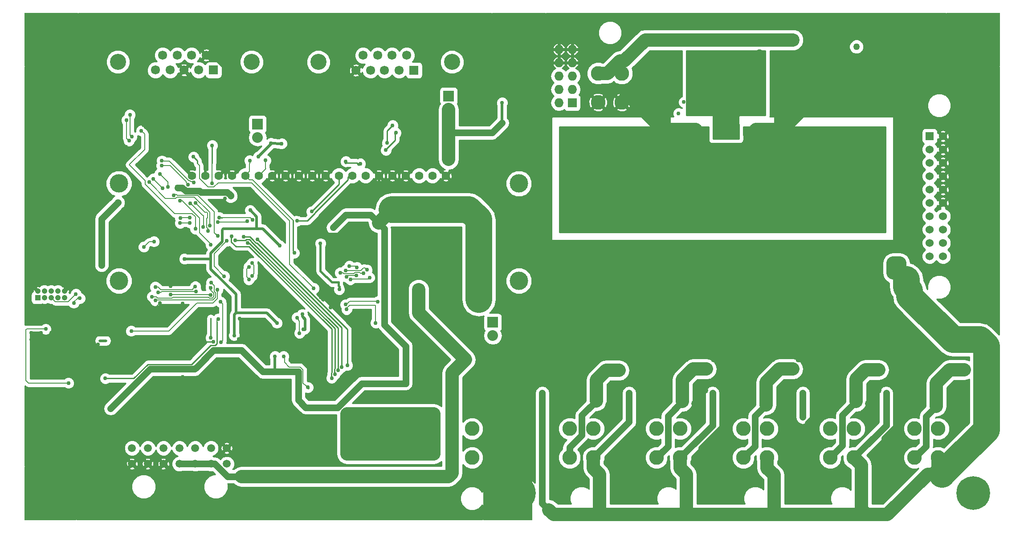
<source format=gbr>
G04 #@! TF.FileFunction,Copper,L2,Bot,Mixed*
%FSLAX46Y46*%
G04 Gerber Fmt 4.6, Leading zero omitted, Abs format (unit mm)*
G04 Created by KiCad (PCBNEW 4.0.2-stable) date 4/19/2016 3:42:03 PM*
%MOMM*%
G01*
G04 APERTURE LIST*
%ADD10C,0.100000*%
%ADD11R,1.050000X1.050000*%
%ADD12C,1.050000*%
%ADD13R,2.032000X2.032000*%
%ADD14O,2.032000X2.032000*%
%ADD15C,1.500000*%
%ADD16C,6.400000*%
%ADD17C,0.600000*%
%ADD18C,0.330000*%
%ADD19C,1.600000*%
%ADD20C,3.500000*%
%ADD21R,1.727200X1.727200*%
%ADD22O,1.727200X1.727200*%
%ADD23R,1.524000X1.524000*%
%ADD24C,1.524000*%
%ADD25C,2.800000*%
%ADD26C,3.050000*%
%ADD27R,1.724000X1.724000*%
%ADD28C,1.724000*%
%ADD29C,1.270000*%
%ADD30C,0.762000*%
%ADD31C,2.540000*%
%ADD32C,0.508000*%
%ADD33C,1.270000*%
%ADD34C,2.540000*%
%ADD35C,0.152400*%
%ADD36C,0.203200*%
%ADD37C,0.254000*%
%ADD38C,0.381000*%
%ADD39C,5.080000*%
G04 APERTURE END LIST*
D10*
D11*
X60960000Y-97409000D03*
D12*
X62230000Y-97409000D03*
X63500000Y-97409000D03*
X64770000Y-97409000D03*
X66040000Y-97409000D03*
X62230000Y-96139000D03*
X63500000Y-96139000D03*
X64770000Y-96139000D03*
X66040000Y-96139000D03*
X60960000Y-96139000D03*
D13*
X147447000Y-102108000D03*
D14*
X147447000Y-104648000D03*
D15*
X96884000Y-129030000D03*
X96884000Y-126030000D03*
X93884000Y-126030000D03*
X93884000Y-129030000D03*
X90884000Y-129030000D03*
X90884000Y-126030000D03*
X87884000Y-126030000D03*
X87884000Y-129030000D03*
X84884000Y-129030000D03*
X84884000Y-126030000D03*
X81884000Y-126030000D03*
X81884000Y-129030000D03*
X78884000Y-126030000D03*
X78884000Y-129030000D03*
D13*
X102743000Y-64389000D03*
D14*
X102743000Y-66929000D03*
D13*
X139065000Y-59055000D03*
D14*
X139065000Y-61595000D03*
D16*
X63500000Y-48260000D03*
D17*
X65900000Y-48260000D03*
X65197056Y-49957056D03*
X63500000Y-50660000D03*
X61802944Y-49957056D03*
X61100000Y-48260000D03*
X61802944Y-46562944D03*
X63500000Y-45860000D03*
X65197056Y-46562944D03*
D16*
X63500000Y-134620000D03*
D17*
X65900000Y-134620000D03*
X65197056Y-136317056D03*
X63500000Y-137020000D03*
X61802944Y-136317056D03*
X61100000Y-134620000D03*
X61802944Y-132922944D03*
X63500000Y-132220000D03*
X65197056Y-132922944D03*
D16*
X152400000Y-134620000D03*
D17*
X154800000Y-134620000D03*
X154097056Y-136317056D03*
X152400000Y-137020000D03*
X150702944Y-136317056D03*
X150000000Y-134620000D03*
X150702944Y-132922944D03*
X152400000Y-132220000D03*
X154097056Y-132922944D03*
D16*
X238760000Y-134620000D03*
D17*
X241160000Y-134620000D03*
X240457056Y-136317056D03*
X238760000Y-137020000D03*
X237062944Y-136317056D03*
X236360000Y-134620000D03*
X237062944Y-132922944D03*
X238760000Y-132220000D03*
X240457056Y-132922944D03*
D18*
X191111000Y-70846400D03*
X192611000Y-70846400D03*
X191111000Y-72346400D03*
X192611000Y-72346400D03*
X191111000Y-73846400D03*
X192611000Y-73846400D03*
D16*
X238760000Y-48260000D03*
D17*
X241160000Y-48260000D03*
X240457056Y-49957056D03*
X238760000Y-50660000D03*
X237062944Y-49957056D03*
X236360000Y-48260000D03*
X237062944Y-46562944D03*
X238760000Y-45860000D03*
X240457056Y-46562944D03*
D16*
X152400000Y-48260000D03*
D17*
X154800000Y-48260000D03*
X154097056Y-49957056D03*
X152400000Y-50660000D03*
X150702944Y-49957056D03*
X150000000Y-48260000D03*
X150702944Y-46562944D03*
X152400000Y-45860000D03*
X154097056Y-46562944D03*
D19*
X90270000Y-74192000D03*
X92810000Y-74192000D03*
X95350000Y-74192000D03*
X97890000Y-74192000D03*
X100430000Y-74192000D03*
X102970000Y-74192000D03*
X105510000Y-74192000D03*
X108050000Y-74192000D03*
X110590000Y-74192000D03*
X113130000Y-74192000D03*
X115670000Y-74192000D03*
X118210000Y-74192000D03*
X120750000Y-74192000D03*
X123290000Y-74192000D03*
X125830000Y-74192000D03*
X128370000Y-74192000D03*
X130910000Y-74192000D03*
X133450000Y-74192000D03*
X135990000Y-74192000D03*
X138530000Y-74192000D03*
D20*
X76400000Y-75692000D03*
X152400000Y-75692000D03*
X76400000Y-94192000D03*
X152400000Y-94192000D03*
D21*
X162560000Y-60325000D03*
D22*
X160020000Y-60325000D03*
X162560000Y-57785000D03*
X160020000Y-57785000D03*
X162560000Y-55245000D03*
X160020000Y-55245000D03*
X162560000Y-52705000D03*
X160020000Y-52705000D03*
X162560000Y-50165000D03*
X160020000Y-50165000D03*
D23*
X230505000Y-66675000D03*
D24*
X233045000Y-66675000D03*
X230505000Y-69215000D03*
X233045000Y-69215000D03*
X230505000Y-71755000D03*
X233045000Y-71755000D03*
X230505000Y-74295000D03*
X233045000Y-74295000D03*
X230505000Y-76835000D03*
X233045000Y-76835000D03*
X230505000Y-79375000D03*
X233045000Y-79375000D03*
X230505000Y-81915000D03*
X233045000Y-81915000D03*
X230505000Y-84455000D03*
X233045000Y-84455000D03*
X230505000Y-86995000D03*
X233045000Y-86995000D03*
X230505000Y-89535000D03*
X233045000Y-89535000D03*
D25*
X171970000Y-60240000D03*
X171970000Y-54740000D03*
X167470000Y-60240000D03*
X167470000Y-54740000D03*
X143510000Y-122345000D03*
X143510000Y-127845000D03*
X162064000Y-122345000D03*
X162064000Y-127845000D03*
X166564000Y-122345000D03*
X166564000Y-127845000D03*
X211594000Y-122345000D03*
X211594000Y-127845000D03*
X216094000Y-122345000D03*
X216094000Y-127845000D03*
X178574000Y-122345000D03*
X178574000Y-127845000D03*
X183074000Y-122345000D03*
X183074000Y-127845000D03*
X195084000Y-122345000D03*
X195084000Y-127845000D03*
X199584000Y-122345000D03*
X199584000Y-127845000D03*
X227620000Y-122345000D03*
X227620000Y-127845000D03*
X232120000Y-122345000D03*
X232120000Y-127845000D03*
D26*
X139700000Y-52578000D03*
X114300000Y-52578000D03*
D27*
X132461000Y-54142400D03*
D28*
X129667000Y-54142400D03*
X126873000Y-54142400D03*
X124206000Y-54142400D03*
X121412000Y-54142400D03*
X122809000Y-51308000D03*
X125603000Y-51308000D03*
X128270000Y-51308000D03*
X131064000Y-51308000D03*
D26*
X101600000Y-52537600D03*
X76200000Y-52537600D03*
D27*
X94361000Y-54102000D03*
D28*
X91567000Y-54102000D03*
X88773000Y-54102000D03*
X86106000Y-54102000D03*
X83312000Y-54102000D03*
X84709000Y-51267600D03*
X87503000Y-51267600D03*
X90170000Y-51267600D03*
X92964000Y-51267600D03*
D29*
X216585800Y-49657000D03*
D30*
X98044000Y-55245000D03*
X88011000Y-58420000D03*
D29*
X187325000Y-126365000D03*
X220345000Y-127000000D03*
X203200000Y-125730000D03*
X170815000Y-126365000D03*
D30*
X150876000Y-126746000D03*
X151257000Y-120777000D03*
X145923000Y-116332000D03*
X156743464Y-113665000D03*
D29*
X228447600Y-52057300D03*
D30*
X84215767Y-98446791D03*
X65239900Y-112217200D03*
X99352987Y-101419245D03*
X94234000Y-110490000D03*
X226949000Y-88011000D03*
X226441000Y-79629000D03*
X86233000Y-95237248D03*
X88519000Y-98552000D03*
X76708000Y-100076000D03*
X79883000Y-100457000D03*
X81661000Y-102616000D03*
X72390000Y-106299000D03*
X114935000Y-116205000D03*
X105918000Y-116967000D03*
X98298000Y-116078000D03*
X95250000Y-116205000D03*
X84455000Y-118491000D03*
X80911000Y-116193000D03*
X76835000Y-122682000D03*
X64020000Y-124194000D03*
X66548000Y-125222000D03*
X67945000Y-129540000D03*
X159766000Y-119253000D03*
X172466000Y-113792000D03*
X221742000Y-113538000D03*
X189230000Y-113538000D03*
X205867000Y-113538000D03*
X113157000Y-69469000D03*
X116332000Y-69342000D03*
X107950000Y-66294000D03*
X110363000Y-62738000D03*
X118364000Y-62738000D03*
X61341000Y-93599000D03*
X75438000Y-84709000D03*
X94361000Y-60071000D03*
X77786601Y-68735953D03*
X81023637Y-64603335D03*
X94361000Y-105791000D03*
X91313000Y-106807000D03*
X99186743Y-105282905D03*
X102997000Y-103251000D03*
X101473000Y-101600000D03*
X101830000Y-98820020D03*
X103623620Y-98433380D03*
X106934000Y-97536000D03*
X70485000Y-121920000D03*
X59690000Y-104140000D03*
X61595000Y-104140000D03*
X63500000Y-104140000D03*
X65405000Y-104140000D03*
X65405000Y-105410000D03*
X63500000Y-105410000D03*
X61595000Y-105410000D03*
X59690000Y-105410000D03*
X175768000Y-94361000D03*
X157861000Y-93345000D03*
X149098000Y-92710000D03*
X139192000Y-92964000D03*
X139319000Y-96393000D03*
X90043000Y-101981000D03*
X83820000Y-105029000D03*
D29*
X170688000Y-132842000D03*
X186817000Y-132715000D03*
X203708000Y-132842000D03*
X221615000Y-132715000D03*
X129540000Y-85725000D03*
X121285000Y-86360000D03*
X123825000Y-78105000D03*
X71755000Y-46990000D03*
X158115000Y-47625000D03*
X145415000Y-47625000D03*
X147955000Y-78105000D03*
X156400500Y-109029500D03*
X101981000Y-137160000D03*
X88900000Y-133985000D03*
X77470000Y-133985000D03*
X71755000Y-133985000D03*
D30*
X106045000Y-106045000D03*
X107315000Y-83185000D03*
X110490000Y-81280000D03*
X107950000Y-78740000D03*
X95250000Y-80010000D03*
X135890000Y-67310000D03*
X74295000Y-70485000D03*
X69850000Y-72390000D03*
X65405000Y-72390000D03*
X74295000Y-59055000D03*
X69850000Y-59055000D03*
X65405000Y-59055000D03*
X65405000Y-116903500D03*
X65405000Y-115570000D03*
X63500000Y-116840000D03*
X61595000Y-116840000D03*
X59690000Y-116840000D03*
X85788500Y-89090500D03*
X132016500Y-116014500D03*
X96528420Y-78519000D03*
D29*
X209232500Y-58674000D03*
D30*
X97282000Y-97980500D03*
X102489000Y-127254000D03*
X109855000Y-123825000D03*
D31*
X224409000Y-102616000D03*
D30*
X214376000Y-100076000D03*
X84709000Y-65532000D03*
X102560128Y-78414853D03*
X64135000Y-80010000D03*
X64135000Y-89535000D03*
X129540000Y-102235000D03*
X63500000Y-115570000D03*
X61595000Y-115570000D03*
X59690000Y-115570000D03*
X111898927Y-89785744D03*
D29*
X238760000Y-58420000D03*
X238760000Y-68580000D03*
X238760000Y-78740000D03*
X238760000Y-88900000D03*
X238760000Y-99695000D03*
D30*
X144780000Y-60298948D03*
X144780000Y-64108948D03*
X144780000Y-67945000D03*
X107848400Y-113385600D03*
X97790000Y-62992000D03*
X142240000Y-100457000D03*
X114737146Y-97352854D03*
X116642145Y-99257855D03*
X113030000Y-112776000D03*
X86360000Y-93599000D03*
X88888000Y-88531000D03*
X71628000Y-120396000D03*
X88519000Y-112522000D03*
X114427000Y-85344000D03*
X186055000Y-65405000D03*
X197485000Y-65405000D03*
X196215000Y-68580000D03*
X187325000Y-68580000D03*
D29*
X186911337Y-45121314D03*
X191135000Y-45720000D03*
X200660000Y-73406000D03*
X200660000Y-78867000D03*
X197739000Y-76327000D03*
X182880000Y-73406000D03*
X186182000Y-76327000D03*
X182880000Y-78867000D03*
D30*
X191770000Y-77343000D03*
X192659000Y-75565000D03*
X191135000Y-75565000D03*
X192659000Y-69215000D03*
X191135000Y-69215000D03*
X191706500Y-80708500D03*
X191706500Y-82613500D03*
X184785000Y-90424000D03*
X182118000Y-90424000D03*
X183388000Y-90424000D03*
X184785000Y-87503000D03*
X182118000Y-87503000D03*
X183390540Y-87505540D03*
X201676000Y-87503000D03*
X200279000Y-87503000D03*
X198882000Y-87503000D03*
X198882000Y-90424000D03*
X200279000Y-90424000D03*
X201676000Y-90424000D03*
D29*
X193675000Y-90805000D03*
X191770000Y-90805000D03*
X189865000Y-90805000D03*
X189865000Y-88900000D03*
X191770000Y-88900000D03*
X193675000Y-88900000D03*
X212217000Y-60833000D03*
X215519000Y-58420000D03*
D30*
X178816000Y-61849000D03*
X178054000Y-59817000D03*
X210439000Y-117729000D03*
X193929000Y-117602000D03*
X177292000Y-117919500D03*
X161036000Y-117729000D03*
D29*
X169418000Y-117856000D03*
X185801000Y-117602000D03*
X202311000Y-117602000D03*
X218821000Y-117602000D03*
X234696000Y-117729000D03*
D30*
X226441000Y-117729000D03*
D29*
X236855000Y-115062000D03*
X221932500Y-108966000D03*
X205549500Y-109093000D03*
X220726000Y-115062000D03*
X204216000Y-115062000D03*
X189484000Y-109093000D03*
X187769500Y-115062000D03*
X171386500Y-115443000D03*
X172656500Y-108966000D03*
X158087001Y-137767001D03*
X223520000Y-90805000D03*
X223520000Y-92710000D03*
X224790000Y-90805000D03*
X224790000Y-92710000D03*
D30*
X156845000Y-115570000D03*
X173355000Y-115570000D03*
X189230000Y-115570000D03*
X222250000Y-115570000D03*
X206375000Y-115570000D03*
D29*
X185420000Y-51000020D03*
X196850000Y-60960000D03*
X194310000Y-60960000D03*
X191770000Y-60960000D03*
X189230000Y-60960000D03*
X186690000Y-60960000D03*
X185420000Y-58420000D03*
X185420000Y-55880000D03*
X185420000Y-53340000D03*
X198120000Y-58420000D03*
X198120000Y-55880000D03*
X198120000Y-53340000D03*
X198120000Y-50800000D03*
D30*
X183769000Y-60198000D03*
X182753000Y-62357000D03*
D29*
X139065000Y-71117000D03*
D30*
X118287800Y-95834200D03*
X93833598Y-105029000D03*
X114681000Y-87096000D03*
X113665000Y-118300500D03*
X106045000Y-108585000D03*
D29*
X87543453Y-76481612D03*
X97602637Y-78048866D03*
D30*
X130873500Y-113728500D03*
X105286421Y-68015225D03*
D29*
X76200000Y-79311500D03*
X73088500Y-91210000D03*
D30*
X93789500Y-108013500D03*
X102870000Y-70612000D03*
X107315000Y-68105402D03*
D29*
X135890000Y-80645000D03*
D30*
X74803000Y-118491000D03*
X149225000Y-64135000D03*
X149225000Y-60325000D03*
D31*
X144780000Y-97790000D03*
D30*
X117094000Y-84074000D03*
X129286000Y-105029000D03*
X110490000Y-111506000D03*
X91186000Y-110617000D03*
X99695000Y-107442000D03*
X89814400Y-82194400D03*
X88036400Y-82219800D03*
X95429874Y-82137188D03*
X101777800Y-82569402D03*
X89890600Y-83185000D03*
X88011000Y-83210400D03*
X95148400Y-83007200D03*
X100812600Y-82829400D03*
X83058000Y-86741000D03*
X81127600Y-87757000D03*
X111252000Y-100558600D03*
X111429800Y-103403400D03*
X95694980Y-98183813D03*
X95758000Y-105918000D03*
X101346000Y-80772000D03*
X88836500Y-90043000D03*
X106426000Y-102235000D03*
X106934000Y-87503000D03*
X98298000Y-104584500D03*
D31*
X133350000Y-95885000D03*
D30*
X86182200Y-96862880D03*
X93853000Y-96901000D03*
D29*
X171450000Y-111252000D03*
X167132000Y-113093500D03*
X220853000Y-111125000D03*
X216535000Y-112903000D03*
X188087000Y-110998000D03*
X183515000Y-113030000D03*
X204470000Y-110998000D03*
X200025000Y-112903000D03*
X237109000Y-111125000D03*
X232410000Y-113030000D03*
D30*
X127127000Y-69342000D03*
X129032000Y-66040000D03*
X127381000Y-67945000D03*
X128397000Y-64643000D03*
X122264220Y-71918770D03*
X119507000Y-71501000D03*
X104251321Y-71285520D03*
X101241145Y-71299006D03*
X109728000Y-88900000D03*
X91040768Y-96202000D03*
X83820000Y-96393000D03*
X67818000Y-98425000D03*
X68961000Y-97536000D03*
X82677000Y-97231170D03*
X93853000Y-95567500D03*
X83327431Y-97935647D03*
X93916500Y-94551500D03*
X125603000Y-98171000D03*
X119456200Y-98704400D03*
X125190234Y-102210186D03*
X119659400Y-99618800D03*
X90899976Y-95298492D03*
X83312000Y-95377000D03*
X68199000Y-96710500D03*
X95278565Y-101470671D03*
X73787000Y-112776000D03*
X84137500Y-73850500D03*
X85661500Y-76327000D03*
X88011000Y-78930500D03*
X93853000Y-87376000D03*
X101092000Y-93980000D03*
X101092000Y-91567000D03*
X90932000Y-84328000D03*
X80645000Y-65659000D03*
X101663229Y-93265964D03*
X101663229Y-90852964D03*
X90551000Y-70612000D03*
X113411000Y-95631000D03*
X110226598Y-101193600D03*
X110693200Y-104165400D03*
X107696000Y-108565533D03*
X112302023Y-114473606D03*
X84516638Y-72262138D03*
X89535000Y-75869800D03*
X89966800Y-79476600D03*
X92405200Y-83972400D03*
X78305947Y-67560466D03*
X77851000Y-63627000D03*
X84556600Y-71348600D03*
X90644728Y-75471664D03*
X90932000Y-79375000D03*
X93345000Y-84734400D03*
X78816710Y-66802000D03*
X78486000Y-62611000D03*
X82105500Y-75438000D03*
X93656598Y-83693000D03*
X120381287Y-93945002D03*
X124031380Y-93591006D03*
X121557414Y-93215477D03*
X119617491Y-93442246D03*
X122853572Y-92719691D03*
X118452900Y-92671900D03*
X123542573Y-92118503D03*
X119473055Y-92223025D03*
X120192800Y-91363800D03*
X121615200Y-91643200D03*
X82931000Y-74776330D03*
X84709000Y-76581000D03*
X86817200Y-77901800D03*
X95216721Y-85682179D03*
X113012000Y-81026000D03*
X110236000Y-82804000D03*
X102743000Y-86360000D03*
X119820629Y-110274041D03*
X100899119Y-86996322D03*
X117424761Y-112009503D03*
X100130982Y-85853611D03*
X118745000Y-110617000D03*
X98480191Y-86522877D03*
X118029319Y-111252000D03*
X97830000Y-85722650D03*
X116840000Y-112712500D03*
X96901000Y-86614000D03*
X78740000Y-103759000D03*
X62484000Y-103378000D03*
X66802000Y-113665000D03*
X95123000Y-95885000D03*
X96393000Y-93345000D03*
X94107000Y-68444549D03*
X94107000Y-75692000D03*
D31*
X204524611Y-48355251D03*
D29*
X136271000Y-119507000D03*
X136271000Y-121412000D03*
X136271000Y-123317000D03*
X136271000Y-125222000D03*
X136271000Y-127127000D03*
X119761000Y-119507000D03*
X119761000Y-121412000D03*
X119761000Y-123317000D03*
X119761000Y-125222000D03*
X119761000Y-127127000D03*
D32*
X72745600Y-105587800D02*
X73964800Y-105587800D01*
D33*
X95175922Y-51943000D02*
X98044000Y-54811078D01*
X98044000Y-54811078D02*
X98044000Y-55245000D01*
X92964000Y-51435000D02*
X94667922Y-51435000D01*
X94667922Y-51435000D02*
X95175922Y-51943000D01*
X151257000Y-120777000D02*
X151257000Y-126365000D01*
X151257000Y-126365000D02*
X150876000Y-126746000D01*
X156743464Y-113665000D02*
X148590000Y-113665000D01*
X148590000Y-113665000D02*
X145923000Y-116332000D01*
D34*
X181013100Y-68580000D02*
X179997100Y-67564000D01*
X179997100Y-67564000D02*
X179997100Y-60667900D01*
X187325000Y-68580000D02*
X181013100Y-68580000D01*
X178816000Y-61849000D02*
X179997100Y-60667900D01*
X212217000Y-60833000D02*
X211318975Y-60833000D01*
X211318975Y-60833000D02*
X210556975Y-61595000D01*
X210556975Y-61595000D02*
X202514200Y-61595000D01*
X202514200Y-61595000D02*
X202222100Y-61887100D01*
X202222100Y-61887100D02*
X202222100Y-71843900D01*
X202222100Y-71843900D02*
X200660000Y-73406000D01*
X178816000Y-61849000D02*
X178816000Y-69342000D01*
X178816000Y-69342000D02*
X182880000Y-73406000D01*
X197485000Y-65405000D02*
X202501500Y-65405000D01*
X202501500Y-65405000D02*
X209232500Y-58674000D01*
X179781200Y-65405000D02*
X172720000Y-58343800D01*
X186055000Y-65405000D02*
X179781200Y-65405000D01*
D35*
X84215767Y-98446791D02*
X82205558Y-100457000D01*
X82205558Y-100457000D02*
X79883000Y-100457000D01*
D32*
X62611000Y-125577600D02*
X62636400Y-125577600D01*
X62636400Y-125577600D02*
X64020000Y-124194000D01*
X62623700Y-127368300D02*
X62623700Y-125590300D01*
X62623700Y-125590300D02*
X62611000Y-125577600D01*
X64795400Y-129540000D02*
X62623700Y-127368300D01*
X67945000Y-129540000D02*
X64795400Y-129540000D01*
X66548000Y-125222000D02*
X65048000Y-125222000D01*
X65048000Y-125222000D02*
X64020000Y-124194000D01*
D36*
X100530245Y-101419245D02*
X100711000Y-101600000D01*
X100711000Y-101600000D02*
X101473000Y-101600000D01*
X99352987Y-101419245D02*
X100530245Y-101419245D01*
D32*
X81952302Y-65532000D02*
X81404636Y-64984334D01*
X84709000Y-65532000D02*
X81952302Y-65532000D01*
X81404636Y-64984334D02*
X81023637Y-64603335D01*
D37*
X94361000Y-105791000D02*
X92329000Y-105791000D01*
X92329000Y-105791000D02*
X91313000Y-106807000D01*
D38*
X66040000Y-95250000D02*
X66675000Y-94615000D01*
X66040000Y-96139000D02*
X66040000Y-95250000D01*
D32*
X61595000Y-104140000D02*
X59690000Y-104140000D01*
X65405000Y-104140000D02*
X63500000Y-104140000D01*
X63500000Y-105410000D02*
X65405000Y-105410000D01*
X101981000Y-137160000D02*
X92075000Y-137160000D01*
X157861000Y-93345000D02*
X158877000Y-94361000D01*
X158877000Y-94361000D02*
X175768000Y-94361000D01*
X139319000Y-96393000D02*
X139319000Y-93091000D01*
X139319000Y-93091000D02*
X139192000Y-92964000D01*
X83820000Y-105029000D02*
X86995000Y-105029000D01*
X86995000Y-105029000D02*
X90043000Y-101981000D01*
X175260000Y-121412000D02*
X170688000Y-125984000D01*
X170688000Y-125984000D02*
X170688000Y-132842000D01*
X175260000Y-119951500D02*
X175260000Y-121412000D01*
X177292000Y-117919500D02*
X175260000Y-119951500D01*
X193929000Y-118872000D02*
X186817000Y-125984000D01*
X186817000Y-125984000D02*
X186817000Y-132715000D01*
X193929000Y-117602000D02*
X193929000Y-118872000D01*
X206995188Y-122823812D02*
X203708000Y-126111000D01*
X203708000Y-126111000D02*
X203708000Y-132842000D01*
X210439000Y-117729000D02*
X206995188Y-121172812D01*
X206995188Y-121172812D02*
X206995188Y-122823812D01*
X226441000Y-119253000D02*
X221615000Y-124079000D01*
X221615000Y-124079000D02*
X221615000Y-132715000D01*
X226441000Y-117729000D02*
X226441000Y-119253000D01*
X114427000Y-85344000D02*
X120269000Y-85344000D01*
X120269000Y-85344000D02*
X121285000Y-86360000D01*
X125830000Y-74192000D02*
X125830000Y-76100000D01*
X125830000Y-76100000D02*
X123825000Y-78105000D01*
X63500000Y-48260000D02*
X64206401Y-48966401D01*
X69778599Y-48966401D02*
X71755000Y-46990000D01*
X64206401Y-48966401D02*
X69778599Y-48966401D01*
X152400000Y-48260000D02*
X151693599Y-47553599D01*
X151693599Y-47553599D02*
X145486401Y-47553599D01*
X145486401Y-47553599D02*
X145415000Y-47625000D01*
X156400500Y-109029500D02*
X154495500Y-109029500D01*
X88900000Y-133985000D02*
X92075000Y-137160000D01*
X71755000Y-133985000D02*
X77470000Y-133985000D01*
X65405000Y-59055000D02*
X64490655Y-58140655D01*
X64490655Y-58140655D02*
X64490655Y-49250655D01*
X64490655Y-49250655D02*
X63500000Y-48260000D01*
X69850000Y-59055000D02*
X65405000Y-59055000D01*
D36*
X154305000Y-131445000D02*
X154305000Y-116332000D01*
X154305000Y-116332000D02*
X156972000Y-113665000D01*
X66224922Y-136525000D02*
X67310000Y-136525000D01*
X63500000Y-134620000D02*
X64319922Y-134620000D01*
X64319922Y-134620000D02*
X66224922Y-136525000D01*
X153670000Y-132080000D02*
X154305000Y-131445000D01*
X153670000Y-132530078D02*
X153670000Y-132080000D01*
X152400000Y-134620000D02*
X152400000Y-133800078D01*
X152400000Y-133800078D02*
X153670000Y-132530078D01*
D33*
X107950000Y-78740000D02*
X110490000Y-81280000D01*
D38*
X65405000Y-72390000D02*
X69850000Y-72390000D01*
D35*
X63500000Y-116840000D02*
X65214500Y-116840000D01*
X59690000Y-116840000D02*
X61595000Y-116840000D01*
D32*
X114109500Y-96725208D02*
X114221792Y-96725208D01*
X115289292Y-97905000D02*
X114109500Y-96725208D01*
X114737146Y-97352854D02*
X115289292Y-97905000D01*
X92862400Y-73008230D02*
X92862400Y-72136000D01*
X92810000Y-74192000D02*
X92810000Y-73060630D01*
X92810000Y-73060630D02*
X92862400Y-73008230D01*
D36*
X63500000Y-115570000D02*
X65405000Y-115570000D01*
X59690000Y-115570000D02*
X61595000Y-115570000D01*
D37*
X238760000Y-58420000D02*
X238125001Y-57785001D01*
X238125001Y-57785001D02*
X238125001Y-48894999D01*
X238125001Y-48894999D02*
X238760000Y-48260000D01*
X238760000Y-78740000D02*
X238760000Y-68580000D01*
X238760000Y-99695000D02*
X238760000Y-88900000D01*
D33*
X173355000Y-115570000D02*
X173355000Y-121054000D01*
X173355000Y-121054000D02*
X166564000Y-127845000D01*
X189230000Y-121689000D02*
X183074000Y-127845000D01*
X189230000Y-115570000D02*
X189230000Y-121689000D01*
D39*
X241300000Y-122555000D02*
X234315000Y-129540000D01*
X234315000Y-129540000D02*
X233045000Y-130810000D01*
D33*
X232120000Y-127845000D02*
X233815000Y-129540000D01*
X233815000Y-129540000D02*
X234315000Y-129540000D01*
X222250000Y-115570000D02*
X222250000Y-121689000D01*
X222250000Y-121689000D02*
X216094000Y-127845000D01*
D34*
X184277000Y-138684000D02*
X167767000Y-138684000D01*
X167767000Y-131027898D02*
X167767000Y-138684000D01*
X167767000Y-138684000D02*
X159004000Y-138684000D01*
X166564000Y-127845000D02*
X166564000Y-129824898D01*
X166564000Y-129824898D02*
X167767000Y-131027898D01*
X200914000Y-138684000D02*
X184277000Y-138684000D01*
X184277000Y-131027898D02*
X184277000Y-138684000D01*
X183074000Y-127845000D02*
X183074000Y-129824898D01*
X183074000Y-129824898D02*
X184277000Y-131027898D01*
X218440000Y-138684000D02*
X200914000Y-138684000D01*
X200914000Y-131154898D02*
X200914000Y-138684000D01*
X199584000Y-127845000D02*
X199584000Y-129824898D01*
X199584000Y-129824898D02*
X200914000Y-131154898D01*
X222455846Y-138684000D02*
X218440000Y-138684000D01*
X216094000Y-127845000D02*
X217493999Y-129244999D01*
X217493999Y-129244999D02*
X217493999Y-137737999D01*
X217493999Y-137737999D02*
X218440000Y-138684000D01*
X159004000Y-138684000D02*
X158087001Y-137767001D01*
X232819999Y-131035001D02*
X230104845Y-131035001D01*
X230104845Y-131035001D02*
X222455846Y-138684000D01*
X232819999Y-131035001D02*
X232120000Y-130335002D01*
X232120000Y-130335002D02*
X232120000Y-127845000D01*
D33*
X156845000Y-115570000D02*
X156845000Y-136525000D01*
X156845000Y-136525000D02*
X158087001Y-137767001D01*
X206375000Y-115570000D02*
X206375000Y-120116000D01*
X231826999Y-130042001D02*
X232819999Y-131035001D01*
D39*
X233045000Y-130810000D02*
X232819999Y-131035001D01*
X241300000Y-106680000D02*
X241300000Y-122555000D01*
X240030000Y-105410000D02*
X241300000Y-106680000D01*
X234950000Y-105410000D02*
X240030000Y-105410000D01*
X226695000Y-97155000D02*
X234950000Y-105410000D01*
X226695000Y-96038802D02*
X226695000Y-97155000D01*
X226060000Y-93980000D02*
X226060000Y-95403802D01*
X226060000Y-95403802D02*
X226695000Y-96038802D01*
D34*
X223520000Y-90805000D02*
X223520000Y-92710000D01*
X224790000Y-90805000D02*
X223520000Y-90805000D01*
X224790000Y-92710000D02*
X224790000Y-90805000D01*
X226060000Y-93980000D02*
X224790000Y-92710000D01*
D33*
X97001297Y-77339483D02*
X91959313Y-77339483D01*
X91959313Y-77339483D02*
X91708832Y-77089002D01*
X97602637Y-78048866D02*
X97602637Y-77940823D01*
X91708832Y-77089002D02*
X89048868Y-77089002D01*
X97602637Y-77940823D02*
X97001297Y-77339483D01*
X88441478Y-76481612D02*
X87543453Y-76481612D01*
X89048868Y-77089002D02*
X88441478Y-76481612D01*
D38*
X118287800Y-95834200D02*
X118287800Y-95295385D01*
X118287800Y-95295385D02*
X118110000Y-95117585D01*
X118110000Y-95117585D02*
X118110000Y-94488000D01*
X118110000Y-94488000D02*
X116840000Y-94488000D01*
X116840000Y-94488000D02*
X114681000Y-92329000D01*
X114681000Y-92329000D02*
X114681000Y-87096000D01*
D39*
X135890000Y-80645000D02*
X128270000Y-80645000D01*
D33*
X111887000Y-118300500D02*
X113665000Y-118300500D01*
X113665000Y-118300500D02*
X117983000Y-118300500D01*
X110490000Y-111506000D02*
X106045000Y-111506000D01*
X106045000Y-111506000D02*
X103759000Y-111506000D01*
D32*
X106045000Y-108585000D02*
X106045000Y-111506000D01*
D34*
X139065000Y-61595000D02*
X139065000Y-71117000D01*
D33*
X117983000Y-118300500D02*
X122555000Y-113728500D01*
X122555000Y-113728500D02*
X130873500Y-113728500D01*
X110490000Y-116903500D02*
X111887000Y-118300500D01*
X110490000Y-111506000D02*
X110490000Y-116903500D01*
X130873500Y-113728500D02*
X130873500Y-106616500D01*
X130873500Y-106616500D02*
X129286000Y-105029000D01*
D32*
X107315000Y-68105402D02*
X105286421Y-68015225D01*
X105286421Y-68015225D02*
X105376598Y-68105402D01*
D33*
X73088500Y-82423000D02*
X76200000Y-79311500D01*
X73088500Y-91210000D02*
X73088500Y-82423000D01*
D32*
X105376598Y-68105402D02*
X102870000Y-70612000D01*
D33*
X139065000Y-63500000D02*
X139065000Y-61595000D01*
X139065000Y-66040000D02*
X139065000Y-71117000D01*
X139065000Y-66040000D02*
X147320000Y-66040000D01*
X139065000Y-63500000D02*
X139065000Y-66040000D01*
D37*
X93853000Y-101346000D02*
X93853000Y-105029000D01*
D33*
X82296001Y-110997999D02*
X75183999Y-118110001D01*
X90805001Y-110997999D02*
X82296001Y-110997999D01*
X91186000Y-110617000D02*
X90805001Y-110997999D01*
X75183999Y-118110001D02*
X74803000Y-118491000D01*
X147320000Y-66040000D02*
X149225000Y-64135000D01*
X126819002Y-84274002D02*
X125730000Y-83185000D01*
X126819002Y-102562002D02*
X126819002Y-84274002D01*
X129286000Y-105029000D02*
X126819002Y-102562002D01*
D39*
X142875000Y-80645000D02*
X135890000Y-80645000D01*
D32*
X135990000Y-80545000D02*
X135890000Y-80645000D01*
X149225000Y-60325000D02*
X149225000Y-64135000D01*
D33*
X125730000Y-83185000D02*
X124206000Y-81661000D01*
D34*
X128270000Y-80645000D02*
X125730000Y-83185000D01*
D39*
X144780000Y-82550000D02*
X142875000Y-80645000D01*
X144780000Y-97790000D02*
X144780000Y-82550000D01*
D32*
X119507000Y-81661000D02*
X120015000Y-81661000D01*
D33*
X119507000Y-81661000D02*
X117094000Y-84074000D01*
X124206000Y-81661000D02*
X119507000Y-81661000D01*
X103759000Y-111506000D02*
X99695000Y-107442000D01*
X91186000Y-110617000D02*
X94361000Y-107442000D01*
X94361000Y-107442000D02*
X99695000Y-107442000D01*
D37*
X95986599Y-82245181D02*
X95986599Y-82155098D01*
X95986599Y-82155098D02*
X95968689Y-82137188D01*
X95968689Y-82137188D02*
X95429874Y-82137188D01*
D35*
X95523008Y-82137188D02*
X95429874Y-82137188D01*
X101777800Y-82569402D02*
X101396801Y-82188403D01*
X101396801Y-82188403D02*
X96043377Y-82188403D01*
X96043377Y-82188403D02*
X95986599Y-82245181D01*
X101707578Y-82499180D02*
X101777800Y-82569402D01*
D36*
X88163400Y-82194400D02*
X88138000Y-82219800D01*
X88138000Y-82219800D02*
X88036400Y-82219800D01*
X89814400Y-82194400D02*
X88163400Y-82194400D01*
X95148400Y-83007200D02*
X100304600Y-83007200D01*
X100304600Y-83007200D02*
X100689162Y-83007200D01*
D35*
X100812600Y-82829400D02*
X100634800Y-83007200D01*
X100634800Y-83007200D02*
X100304600Y-83007200D01*
X81127600Y-87757000D02*
X82143600Y-86741000D01*
X82143600Y-86741000D02*
X83058000Y-86741000D01*
D36*
X100689162Y-83007200D02*
X100784826Y-83102864D01*
X89890600Y-83185000D02*
X88036400Y-83185000D01*
X88036400Y-83185000D02*
X88011000Y-83210400D01*
D38*
X111252000Y-100558600D02*
X111252000Y-101097415D01*
X111252000Y-101097415D02*
X111627585Y-101473000D01*
X111627585Y-101473000D02*
X111760000Y-101473000D01*
D32*
X111760000Y-103505000D02*
X111760000Y-102946200D01*
X111760000Y-102946200D02*
X111760000Y-101473000D01*
D36*
X111429800Y-103403400D02*
X111810799Y-103022401D01*
X111810799Y-103022401D02*
X111810799Y-102996999D01*
X111810799Y-102996999D02*
X111760000Y-102946200D01*
D32*
X111760000Y-101473000D02*
X111252000Y-100965000D01*
D36*
X96075979Y-98564812D02*
X95694980Y-98183813D01*
X96138999Y-98627832D02*
X96075979Y-98564812D01*
X95758000Y-105918000D02*
X96138999Y-105537001D01*
X96138999Y-105537001D02*
X96138999Y-98627832D01*
D32*
X102565202Y-84124798D02*
X102362000Y-84328000D01*
X102565202Y-81991202D02*
X102565202Y-84124798D01*
X101346000Y-80772000D02*
X102565202Y-81991202D01*
X98298000Y-100647500D02*
X98615500Y-100330000D01*
X98298000Y-104584500D02*
X98298000Y-100647500D01*
X98615500Y-96732854D02*
X93853000Y-91970354D01*
X93853000Y-91970354D02*
X93853000Y-90170000D01*
X98615500Y-100330000D02*
X98615500Y-96732854D01*
X102362000Y-84328000D02*
X103759000Y-84328000D01*
X96202500Y-84328000D02*
X102362000Y-84328000D01*
X106553001Y-87122001D02*
X106934000Y-87503000D01*
X103759000Y-84328000D02*
X106553001Y-87122001D01*
X93853000Y-88943564D02*
X96012000Y-86784564D01*
X96012000Y-86784564D02*
X96012000Y-84518500D01*
X96012000Y-84518500D02*
X96202500Y-84328000D01*
X93853000Y-90170000D02*
X93853000Y-88943564D01*
X88836500Y-90043000D02*
X93726000Y-90043000D01*
X93726000Y-90043000D02*
X93853000Y-90170000D01*
X106426000Y-102235000D02*
X104521000Y-100330000D01*
X104521000Y-100330000D02*
X98615500Y-100330000D01*
D33*
X87884000Y-129030000D02*
X92710000Y-129030000D01*
X94608646Y-129030000D02*
X92710000Y-129030000D01*
X92710000Y-129030000D02*
X93884000Y-129030000D01*
X99695000Y-131445000D02*
X97023646Y-131445000D01*
X97023646Y-131445000D02*
X94608646Y-129030000D01*
D34*
X139065000Y-131445000D02*
X99695000Y-131445000D01*
X139700000Y-130810000D02*
X139065000Y-131445000D01*
X139700000Y-111760000D02*
X139700000Y-130810000D01*
X142240000Y-109220000D02*
X139700000Y-111760000D01*
X133350000Y-100330000D02*
X142240000Y-109220000D01*
X133350000Y-95885000D02*
X133350000Y-100330000D01*
D36*
X93853000Y-96901000D02*
X93510128Y-96901000D01*
X93510128Y-96901000D02*
X93472008Y-96862880D01*
D35*
X93764069Y-96570819D02*
X93764069Y-96812069D01*
X93764069Y-96812069D02*
X93853000Y-96901000D01*
D36*
X93510070Y-96824818D02*
X93764069Y-96570819D01*
X93472008Y-96862880D02*
X93510070Y-96824818D01*
X86182200Y-96862880D02*
X93472008Y-96862880D01*
D33*
X162064000Y-127845000D02*
X162064000Y-125865102D01*
X162064000Y-125865102D02*
X164376599Y-123552503D01*
X164376599Y-123552503D02*
X164376599Y-119808799D01*
X164376599Y-119808799D02*
X167132000Y-117053398D01*
D34*
X167132000Y-113093500D02*
X167132000Y-117053398D01*
X171450000Y-111252000D02*
X168973500Y-111252000D01*
X168973500Y-111252000D02*
X167132000Y-113093500D01*
D33*
X211594000Y-127845000D02*
X213906599Y-125532401D01*
X213906599Y-125532401D02*
X213906599Y-119808799D01*
X213906599Y-119808799D02*
X216535000Y-117180398D01*
D34*
X216535000Y-112903000D02*
X216535000Y-117180398D01*
X220853000Y-111125000D02*
X218313000Y-111125000D01*
X218313000Y-111125000D02*
X216535000Y-112903000D01*
D33*
X178574000Y-127845000D02*
X180761401Y-125657599D01*
X180761401Y-125657599D02*
X180761401Y-119933997D01*
X180761401Y-119933997D02*
X183515000Y-117180398D01*
D34*
X183515000Y-113030000D02*
X183515000Y-117180398D01*
X188087000Y-110998000D02*
X185547000Y-110998000D01*
X185547000Y-110998000D02*
X183515000Y-113030000D01*
D33*
X195084000Y-127845000D02*
X197271401Y-125657599D01*
X197271401Y-125657599D02*
X197271401Y-119933997D01*
X197271401Y-119933997D02*
X199390001Y-117815397D01*
D34*
X200025000Y-112903000D02*
X199390001Y-113537999D01*
X199390001Y-113537999D02*
X199390001Y-117815397D01*
X204470000Y-110998000D02*
X201930000Y-110998000D01*
X201930000Y-110998000D02*
X200025000Y-112903000D01*
D33*
X227620000Y-127845000D02*
X229807401Y-125657599D01*
X229807401Y-125657599D02*
X229807401Y-120012997D01*
X229807401Y-120012997D02*
X231775001Y-118045397D01*
D34*
X232410000Y-113030000D02*
X231775001Y-113664999D01*
X231775001Y-113664999D02*
X231775001Y-118045397D01*
X237109000Y-111125000D02*
X234315000Y-111125000D01*
X234315000Y-111125000D02*
X232410000Y-113030000D01*
D38*
X127127000Y-69215000D02*
X127127000Y-69342000D01*
X128905000Y-66167000D02*
X129032000Y-66040000D01*
D37*
X128905000Y-67437000D02*
X127127000Y-69215000D01*
X128905000Y-66167000D02*
X128905000Y-67437000D01*
D38*
X128270000Y-64770000D02*
X128397000Y-64643000D01*
D37*
X127381000Y-65659000D02*
X128143000Y-64897000D01*
X128143000Y-64897000D02*
X128270000Y-64770000D01*
X127381000Y-67945000D02*
X127381000Y-65659000D01*
X121756222Y-71918770D02*
X121846452Y-72009000D01*
X121846452Y-72009000D02*
X122010221Y-72172769D01*
D38*
X122264220Y-71918770D02*
X121936682Y-71918770D01*
X121936682Y-71918770D02*
X121846452Y-72009000D01*
X119507000Y-71755000D02*
X119507000Y-71501000D01*
D37*
X121592452Y-71755000D02*
X121756222Y-71918770D01*
X119507000Y-71755000D02*
X121592452Y-71755000D01*
D35*
X104251321Y-71285520D02*
X104251321Y-72793721D01*
X104251321Y-72793721D02*
X104309800Y-72852200D01*
D36*
X104309800Y-72852200D02*
X102970000Y-74192000D01*
D35*
X101241145Y-71299006D02*
X101241145Y-71837821D01*
X101241145Y-71837821D02*
X101219000Y-71859966D01*
X101219000Y-71859966D02*
X101219000Y-73403000D01*
D36*
X100430000Y-74192000D02*
X101229999Y-74991999D01*
X101229999Y-74991999D02*
X101761999Y-74991999D01*
X101761999Y-74991999D02*
X109474000Y-82704000D01*
D38*
X101219000Y-71276861D02*
X101241145Y-71299006D01*
D36*
X101219000Y-73403000D02*
X100430000Y-74192000D01*
D37*
X109728000Y-88773000D02*
X109728000Y-88900000D01*
X109474000Y-88519000D02*
X109728000Y-88773000D01*
X109474000Y-82704000D02*
X109474000Y-88519000D01*
D36*
X84358815Y-96393000D02*
X83820000Y-96393000D01*
X84523936Y-96227879D02*
X84358815Y-96393000D01*
X91014889Y-96227879D02*
X84523936Y-96227879D01*
X91040665Y-96202103D02*
X91014889Y-96227879D01*
D35*
X67818000Y-98425000D02*
X68008500Y-98234500D01*
X68008500Y-98234500D02*
X68008500Y-98044000D01*
X68580000Y-97472500D02*
X68897500Y-97472500D01*
X68897500Y-97472500D02*
X68961000Y-97536000D01*
X68580000Y-97345500D02*
X68580000Y-97472500D01*
X68580000Y-97472500D02*
X67754500Y-98298000D01*
X93395288Y-97345500D02*
X86601790Y-97345500D01*
X83528380Y-97231170D02*
X82744454Y-97231170D01*
X83769691Y-97472481D02*
X83528380Y-97231170D01*
X86474809Y-97472481D02*
X83769691Y-97472481D01*
X94462602Y-97193610D02*
X94145610Y-97510602D01*
X93853000Y-95567500D02*
X93853000Y-95998788D01*
X94462602Y-96608390D02*
X94462602Y-97193610D01*
X93853000Y-95998788D02*
X94462602Y-96608390D01*
X94145610Y-97510602D02*
X93560390Y-97510602D01*
X86601790Y-97345500D02*
X86474809Y-97472481D01*
X93560390Y-97510602D02*
X93395288Y-97345500D01*
D36*
X82744454Y-97231170D02*
X82677000Y-97231170D01*
D35*
X93535500Y-95250000D02*
X93599000Y-95313500D01*
D37*
X93599000Y-95313500D02*
X93853000Y-95567500D01*
D35*
X83391810Y-97837190D02*
X83375500Y-97853500D01*
X84508376Y-97837190D02*
X83391810Y-97837190D01*
X94233779Y-97853500D02*
X84524686Y-97853500D01*
X94767413Y-96482134D02*
X94767413Y-97319866D01*
X84524686Y-97853500D02*
X84508376Y-97837190D01*
X94513399Y-96228121D02*
X94767413Y-96482134D01*
X94767413Y-97319866D02*
X94233779Y-97853500D01*
X94513399Y-95148399D02*
X94513399Y-96228121D01*
X93916500Y-94551500D02*
X94513399Y-95148399D01*
X119507000Y-98806000D02*
X119837200Y-98475800D01*
X119456200Y-98704400D02*
X119684800Y-98475800D01*
X119837200Y-98475800D02*
X120235674Y-98077326D01*
X119684800Y-98475800D02*
X119837200Y-98475800D01*
X124898091Y-98077326D02*
X125509326Y-98077326D01*
X125509326Y-98077326D02*
X125603000Y-98171000D01*
X120235674Y-98077326D02*
X124538881Y-98077326D01*
X124538881Y-98077326D02*
X124898091Y-98077326D01*
D36*
X125142620Y-98817558D02*
X125142620Y-101371400D01*
X125142620Y-101371400D02*
X125142620Y-101701600D01*
X125190234Y-102210186D02*
X125190234Y-101419014D01*
X125190234Y-101419014D02*
X125142620Y-101371400D01*
D35*
X125190234Y-102210186D02*
X125190234Y-101749214D01*
X125190234Y-101749214D02*
X125142620Y-101701600D01*
X119659400Y-99618800D02*
X119761000Y-99517200D01*
X119761000Y-99517200D02*
X119761000Y-99314000D01*
X120257442Y-98817558D02*
X124783410Y-98817558D01*
X124783410Y-98817558D02*
X125142620Y-98817558D01*
X119507000Y-99568000D02*
X120257442Y-98817558D01*
D36*
X90326200Y-95872268D02*
X90518977Y-95679491D01*
X83850815Y-95377000D02*
X84346083Y-95872268D01*
X84346083Y-95872268D02*
X90326200Y-95872268D01*
X83312000Y-95377000D02*
X83850815Y-95377000D01*
X90518977Y-95679491D02*
X90899976Y-95298492D01*
D35*
X66746899Y-98162601D02*
X68072000Y-96837500D01*
X63500000Y-97409000D02*
X64253601Y-98162601D01*
X64253601Y-98162601D02*
X66746899Y-98162601D01*
X68072000Y-96837500D02*
X68199000Y-96710500D01*
D36*
X95021401Y-101975209D02*
X95021401Y-101727835D01*
X95021401Y-101727835D02*
X95278565Y-101470671D01*
D37*
X74019210Y-112776000D02*
X73787000Y-112776000D01*
X73787000Y-112776000D02*
X73660000Y-112776000D01*
X79224830Y-112776000D02*
X74019210Y-112776000D01*
X90195411Y-110083589D02*
X81917240Y-110083589D01*
X94677993Y-106451401D02*
X93827599Y-106451401D01*
X95021401Y-106107993D02*
X94677993Y-106451401D01*
X95021401Y-101975209D02*
X95021401Y-106107993D01*
X93827599Y-106451401D02*
X90195411Y-110083589D01*
X81917240Y-110083589D02*
X79224830Y-112776000D01*
D35*
X93853000Y-87376000D02*
X93624400Y-87147400D01*
X93624400Y-87147400D02*
X93624400Y-87020400D01*
X93624400Y-87020400D02*
X91694000Y-85090000D01*
X88370210Y-78930500D02*
X88011000Y-78930500D01*
X91694000Y-85090000D02*
X91694000Y-82254290D01*
X91694000Y-82254290D02*
X88370210Y-78930500D01*
X100711001Y-91947999D02*
X101092000Y-91567000D01*
X100711001Y-93472001D02*
X100711001Y-91947999D01*
X101092000Y-93853000D02*
X100711001Y-93472001D01*
X84137500Y-73850500D02*
X85661500Y-75374500D01*
X85661500Y-75374500D02*
X85661500Y-76327000D01*
X80645000Y-65659000D02*
X81280000Y-66294000D01*
X81280000Y-66294000D02*
X81280000Y-69215000D01*
X81280000Y-69215000D02*
X78359000Y-72136000D01*
X78359000Y-72136000D02*
X81407000Y-75184000D01*
X81407000Y-75184000D02*
X81407000Y-75819000D01*
X81407000Y-75819000D02*
X86995000Y-81407000D01*
X86995000Y-81407000D02*
X90297000Y-81407000D01*
X90297000Y-81407000D02*
X90932000Y-82042000D01*
X90932000Y-82042000D02*
X90932000Y-84328000D01*
X102044228Y-92884965D02*
X101663229Y-93265964D01*
X101663229Y-90852964D02*
X102044228Y-91233963D01*
X102044228Y-91233963D02*
X102044228Y-92884965D01*
D37*
X91313000Y-71882000D02*
X91313000Y-71374000D01*
X91313000Y-71374000D02*
X90551000Y-70612000D01*
D36*
X108839000Y-91059000D02*
X113030001Y-95250001D01*
X101600000Y-75565000D02*
X108839000Y-82804000D01*
X108839000Y-82804000D02*
X108839000Y-91059000D01*
X91693999Y-72262999D02*
X91693999Y-74706369D01*
X95244252Y-75565000D02*
X101600000Y-75565000D01*
X94434650Y-76374602D02*
X95244252Y-75565000D01*
X91313000Y-71882000D02*
X91693999Y-72262999D01*
X113030001Y-95250001D02*
X113411000Y-95631000D01*
X93362232Y-76374602D02*
X94434650Y-76374602D01*
X91693999Y-74706369D02*
X93362232Y-76374602D01*
X110159800Y-101346000D02*
X110490000Y-101676200D01*
X110490000Y-101676200D02*
X110693200Y-101879400D01*
D35*
X110226598Y-101193600D02*
X110490000Y-101457002D01*
X110490000Y-101457002D02*
X110490000Y-101676200D01*
D38*
X107594400Y-108692533D02*
X107594400Y-108667133D01*
X107594400Y-108667133D02*
X107696000Y-108565533D01*
X112411937Y-114583520D02*
X112302023Y-114473606D01*
D36*
X111379010Y-113675196D02*
X112302023Y-114473606D01*
X111379010Y-111874239D02*
X111379010Y-113675196D01*
X107594400Y-108692533D02*
X107848399Y-108946532D01*
X107848399Y-108946532D02*
X107848399Y-109727999D01*
X107848399Y-109727999D02*
X108737390Y-110616990D01*
X111379010Y-111137761D02*
X111379010Y-111874239D01*
X108737390Y-110616990D02*
X110858239Y-110616990D01*
X110858239Y-110616990D02*
X111379010Y-111137761D01*
X110693200Y-101879400D02*
X110693200Y-104165400D01*
D35*
X89154001Y-75280859D02*
X86135280Y-72262138D01*
X89535000Y-75869800D02*
X89154001Y-75488801D01*
X86135280Y-72262138D02*
X85055453Y-72262138D01*
X85055453Y-72262138D02*
X84516638Y-72262138D01*
X89154001Y-75488801D02*
X89154001Y-75280859D01*
X92329000Y-81788000D02*
X90271600Y-79730600D01*
X90271600Y-79730600D02*
X90043000Y-79502000D01*
X89966800Y-79476600D02*
X90220800Y-79730600D01*
X90220800Y-79730600D02*
X90271600Y-79730600D01*
X92456000Y-83439000D02*
X92456000Y-83921600D01*
X92456000Y-83921600D02*
X92405200Y-83972400D01*
X77851000Y-67105519D02*
X77924948Y-67179467D01*
X77924948Y-67179467D02*
X78305947Y-67560466D01*
X77851000Y-63627000D02*
X77851000Y-67105519D01*
X92456000Y-81788000D02*
X92329000Y-81788000D01*
X92456000Y-83439000D02*
X92456000Y-81788000D01*
X90598796Y-75352732D02*
X90072544Y-75352732D01*
X89714268Y-75158598D02*
X85993170Y-71437500D01*
X89878410Y-75158598D02*
X89714268Y-75158598D01*
X90072544Y-75352732D02*
X89878410Y-75158598D01*
X84941210Y-71437500D02*
X84582000Y-71437500D01*
X85993170Y-71437500D02*
X84941210Y-71437500D01*
X92710000Y-81153000D02*
X90932000Y-79375000D01*
X93345000Y-84734400D02*
X93345000Y-84328000D01*
X93345000Y-84328000D02*
X93046996Y-84029996D01*
X93046996Y-82340004D02*
X93218000Y-82169000D01*
X93046996Y-84029996D02*
X93046996Y-82340004D01*
X93218000Y-82169000D02*
X93218000Y-81280000D01*
X93218000Y-81280000D02*
X93091000Y-81153000D01*
X93091000Y-81153000D02*
X92710000Y-81153000D01*
X78631340Y-66683478D02*
X78698188Y-66683478D01*
X78698188Y-66683478D02*
X78816710Y-66802000D01*
X78486000Y-62611000D02*
X78486000Y-66538138D01*
X78486000Y-66538138D02*
X78631340Y-66683478D01*
X85178901Y-78511401D02*
X82359499Y-75691999D01*
X87109809Y-78511401D02*
X85178901Y-78511401D01*
X87363787Y-78257423D02*
X87109809Y-78511401D01*
X93656598Y-81197386D02*
X90716635Y-78257423D01*
X93656598Y-83693000D02*
X93656598Y-81197386D01*
X90716635Y-78257423D02*
X87363787Y-78257423D01*
X82359499Y-75691999D02*
X82105500Y-75438000D01*
X93726000Y-83693000D02*
X93656598Y-83693000D01*
X120227838Y-93856278D02*
X123766108Y-93856278D01*
X120142000Y-93770440D02*
X120227838Y-93856278D01*
X123766108Y-93856278D02*
X124031380Y-93591006D01*
X119617491Y-93442246D02*
X119844260Y-93215477D01*
X121018599Y-93215477D02*
X121557414Y-93215477D01*
X119844260Y-93215477D02*
X121018599Y-93215477D01*
X121264804Y-92605875D02*
X122200941Y-92605875D01*
X121038053Y-92832626D02*
X121264804Y-92605875D01*
X118452900Y-92671900D02*
X118991715Y-92671900D01*
X119152441Y-92832626D02*
X121038053Y-92832626D01*
X122200941Y-92605875D02*
X122314757Y-92719691D01*
X118991715Y-92671900D02*
X119152441Y-92832626D01*
X122314757Y-92719691D02*
X122853572Y-92719691D01*
X122901506Y-91737504D02*
X123161574Y-91737504D01*
X120011870Y-92223025D02*
X120041647Y-92252802D01*
X122386208Y-92252802D02*
X122901506Y-91737504D01*
X120041647Y-92252802D02*
X122386208Y-92252802D01*
X119473055Y-92223025D02*
X120011870Y-92223025D01*
X123161574Y-91737504D02*
X123542573Y-92118503D01*
X120192800Y-91363800D02*
X121335800Y-91363800D01*
X121335800Y-91363800D02*
X121615200Y-91643200D01*
X121539000Y-91694000D02*
X121564400Y-91694000D01*
X121564400Y-91694000D02*
X121615200Y-91643200D01*
X87287452Y-77754470D02*
X87172800Y-77754470D01*
X87172800Y-77754470D02*
X86928242Y-77754470D01*
X86817200Y-77901800D02*
X86964530Y-77754470D01*
X86964530Y-77754470D02*
X87172800Y-77754470D01*
X94792698Y-85318600D02*
X94488000Y-85013902D01*
X91351113Y-77952613D02*
X87485595Y-77952613D01*
X94488000Y-81089500D02*
X91351113Y-77952613D01*
X87485595Y-77952613D02*
X87287452Y-77754470D01*
X94488000Y-85013902D02*
X94488000Y-81089500D01*
X94792698Y-85318600D02*
X94810118Y-85301180D01*
X94810118Y-85301180D02*
X94835722Y-85301180D01*
X94835722Y-85301180D02*
X95216721Y-85682179D01*
X94932500Y-85458402D02*
X94792698Y-85318600D01*
X82931000Y-74803000D02*
X84709000Y-76581000D01*
D37*
X113030000Y-81026000D02*
X118210000Y-75846000D01*
X118210000Y-75846000D02*
X118210000Y-73660000D01*
X119950001Y-74459999D02*
X120750000Y-73660000D01*
X119950001Y-74994999D02*
X119950001Y-74459999D01*
X113672401Y-81272599D02*
X119950001Y-74994999D01*
X113672401Y-81342993D02*
X113672401Y-81272599D01*
X112211394Y-82804000D02*
X113672401Y-81342993D01*
X110236000Y-82804000D02*
X112211394Y-82804000D01*
X119820629Y-103437629D02*
X119820629Y-109914831D01*
X102743000Y-86360000D02*
X119820629Y-103437629D01*
X119820629Y-109914831D02*
X119820629Y-110274041D01*
D38*
X117416523Y-112009503D02*
X117424761Y-112009503D01*
X117368918Y-111961898D02*
X117416523Y-112009503D01*
D37*
X117368918Y-110935007D02*
X117368918Y-111961898D01*
X117421020Y-110882905D02*
X117368918Y-110935007D01*
X117421020Y-103316953D02*
X117421020Y-110882905D01*
X101026110Y-87123313D02*
X101227380Y-87123313D01*
X100899119Y-86996322D02*
X101026110Y-87123313D01*
X101227380Y-87057360D02*
X117421020Y-103251000D01*
X101100390Y-86996322D02*
X100899119Y-86996322D01*
X100669797Y-85853611D02*
X100130982Y-85853611D01*
X101965931Y-86510989D02*
X101308553Y-85853611D01*
X101308553Y-85853611D02*
X100669797Y-85853611D01*
X101965931Y-86560325D02*
X101965931Y-86510989D01*
X102426007Y-87020401D02*
X101965931Y-86560325D01*
X118745000Y-103124000D02*
X102641401Y-87020401D01*
X102641401Y-87020401D02*
X102426007Y-87020401D01*
X118745000Y-103200028D02*
X118745000Y-110617000D01*
X101559520Y-86728665D02*
X101559520Y-86679329D01*
X101216112Y-86335921D02*
X100582126Y-86335921D01*
X118029319Y-103198464D02*
X101559520Y-86728665D01*
X100395170Y-86522877D02*
X99019006Y-86522877D01*
X99019006Y-86522877D02*
X98480191Y-86522877D01*
X101559520Y-86679329D02*
X101216112Y-86335921D01*
X118029319Y-111252000D02*
X118029319Y-103198464D01*
X100582126Y-86335921D02*
X100395170Y-86522877D01*
X97764599Y-85804091D02*
X97838020Y-85730670D01*
X101118723Y-87656723D02*
X98617329Y-87656723D01*
X98617329Y-87656723D02*
X97764599Y-86803993D01*
X116840000Y-103378000D02*
X101118723Y-87656723D01*
X116840000Y-111617624D02*
X116840000Y-103378000D01*
X116760618Y-111697006D02*
X116840000Y-111617624D01*
X116760618Y-112633118D02*
X116760618Y-111697006D01*
X97764599Y-86803993D02*
X97764599Y-85804091D01*
D38*
X116760618Y-112633118D02*
X116840000Y-112712500D01*
D35*
X58712100Y-103492300D02*
X58826400Y-103378000D01*
X58826400Y-103378000D02*
X62484000Y-103378000D01*
X58712100Y-113157000D02*
X58712100Y-103492300D01*
X59220100Y-113665000D02*
X58712100Y-113157000D01*
X64389000Y-113665000D02*
X59220100Y-113665000D01*
D36*
X95097624Y-97561376D02*
X94234000Y-98425000D01*
X94996000Y-96139000D02*
X95097624Y-96240624D01*
X95097624Y-96240624D02*
X95097624Y-97561376D01*
X94234000Y-98425000D02*
X91186000Y-98425000D01*
X91186000Y-98425000D02*
X85852000Y-103759000D01*
X85852000Y-103759000D02*
X78867000Y-103759000D01*
X78867000Y-103759000D02*
X78740000Y-103759000D01*
X64389000Y-113665000D02*
X66294000Y-113665000D01*
X66802000Y-113665000D02*
X66294000Y-113665000D01*
X66294000Y-113665000D02*
X66548000Y-113665000D01*
D37*
X94996000Y-96139000D02*
X94996000Y-96012000D01*
X94996000Y-96012000D02*
X95123000Y-95885000D01*
D36*
X94488000Y-90551000D02*
X94488000Y-91440000D01*
X94488000Y-91440000D02*
X96393000Y-93345000D01*
X96901000Y-86614000D02*
X94488000Y-89027000D01*
X94488000Y-89027000D02*
X94488000Y-90551000D01*
D37*
X94107000Y-71882000D02*
X94107000Y-68444549D01*
D36*
X94107000Y-71882000D02*
X94107000Y-75692000D01*
D34*
X171604768Y-52377590D02*
X170515358Y-53467000D01*
X170515358Y-53467000D02*
X169242358Y-54740000D01*
D33*
X171970000Y-54740000D02*
X171788358Y-54740000D01*
X171788358Y-54740000D02*
X170515358Y-53467000D01*
X171604768Y-52377590D02*
X171604768Y-53275615D01*
X171604768Y-53275615D02*
X171055191Y-53825192D01*
D34*
X176434749Y-48355251D02*
X172412410Y-52377590D01*
X172412410Y-52377590D02*
X171604768Y-52377590D01*
X169242358Y-54740000D02*
X167470000Y-54740000D01*
X176434749Y-48355251D02*
X204524611Y-48355251D01*
X119761000Y-119507000D02*
X136271000Y-119507000D01*
X136271000Y-127127000D02*
X136271000Y-125222000D01*
X136271000Y-125222000D02*
X136271000Y-123317000D01*
X119761000Y-125222000D02*
X136271000Y-125222000D01*
X136271000Y-123317000D02*
X136271000Y-121412000D01*
X136271000Y-123317000D02*
X119761000Y-123317000D01*
X136271000Y-121412000D02*
X136271000Y-119507000D01*
X119761000Y-121412000D02*
X136271000Y-121412000D01*
X119761000Y-127127000D02*
X136271000Y-127127000D01*
X119761000Y-121412000D02*
X119761000Y-127127000D01*
X119761000Y-121412000D02*
X119761000Y-119507000D01*
X119761000Y-125222000D02*
X119761000Y-123317000D01*
D37*
G36*
X188468000Y-67310000D02*
X188520113Y-67586955D01*
X188683792Y-67841320D01*
X188933539Y-68011965D01*
X189230000Y-68072000D01*
X194385708Y-68072000D01*
X194679506Y-68013084D01*
X194929898Y-67843387D01*
X195094541Y-67589643D01*
X195147491Y-67291835D01*
X195109734Y-65708400D01*
X195098985Y-64897000D01*
X222123000Y-64897000D01*
X222123000Y-84963000D01*
X160147000Y-84963000D01*
X160147000Y-64897000D01*
X188468000Y-64897000D01*
X188468000Y-67310000D01*
X188468000Y-67310000D01*
G37*
X188468000Y-67310000D02*
X188520113Y-67586955D01*
X188683792Y-67841320D01*
X188933539Y-68011965D01*
X189230000Y-68072000D01*
X194385708Y-68072000D01*
X194679506Y-68013084D01*
X194929898Y-67843387D01*
X195094541Y-67589643D01*
X195147491Y-67291835D01*
X195109734Y-65708400D01*
X195098985Y-64897000D01*
X222123000Y-64897000D01*
X222123000Y-84963000D01*
X160147000Y-84963000D01*
X160147000Y-64897000D01*
X188468000Y-64897000D01*
X188468000Y-67310000D01*
G36*
X147193000Y-53340000D02*
X147201685Y-53386159D01*
X147228965Y-53428553D01*
X147270590Y-53456994D01*
X147320000Y-53467000D01*
X157480000Y-53467000D01*
X157526159Y-53458315D01*
X157568553Y-53431035D01*
X157596994Y-53389410D01*
X157607000Y-53340000D01*
X157607000Y-52324441D01*
X158835008Y-52324441D01*
X158886547Y-52514500D01*
X159829500Y-52514500D01*
X159829500Y-51570298D01*
X160210500Y-51570298D01*
X160210500Y-52514500D01*
X161153453Y-52514500D01*
X161204992Y-52324441D01*
X161375008Y-52324441D01*
X161426547Y-52514500D01*
X162369500Y-52514500D01*
X162369500Y-51570298D01*
X162750500Y-51570298D01*
X162750500Y-52514500D01*
X163693453Y-52514500D01*
X163744992Y-52324441D01*
X163667025Y-52136171D01*
X163365076Y-51755830D01*
X162940562Y-51519992D01*
X162750500Y-51570298D01*
X162369500Y-51570298D01*
X162179438Y-51519992D01*
X161754924Y-51755830D01*
X161452975Y-52136171D01*
X161375008Y-52324441D01*
X161204992Y-52324441D01*
X161127025Y-52136171D01*
X160825076Y-51755830D01*
X160400562Y-51519992D01*
X160210500Y-51570298D01*
X159829500Y-51570298D01*
X159639438Y-51519992D01*
X159214924Y-51755830D01*
X158912975Y-52136171D01*
X158835008Y-52324441D01*
X157607000Y-52324441D01*
X157607000Y-50545559D01*
X158835008Y-50545559D01*
X158912975Y-50733829D01*
X159214924Y-51114170D01*
X159639438Y-51350008D01*
X159829500Y-51299702D01*
X159829500Y-50355500D01*
X160210500Y-50355500D01*
X160210500Y-51299702D01*
X160400562Y-51350008D01*
X160825076Y-51114170D01*
X161127025Y-50733829D01*
X161204992Y-50545559D01*
X161375008Y-50545559D01*
X161452975Y-50733829D01*
X161754924Y-51114170D01*
X162179438Y-51350008D01*
X162369500Y-51299702D01*
X162369500Y-50355500D01*
X162750500Y-50355500D01*
X162750500Y-51299702D01*
X162940562Y-51350008D01*
X163365076Y-51114170D01*
X163667025Y-50733829D01*
X163744992Y-50545559D01*
X163693453Y-50355500D01*
X162750500Y-50355500D01*
X162369500Y-50355500D01*
X161426547Y-50355500D01*
X161375008Y-50545559D01*
X161204992Y-50545559D01*
X161153453Y-50355500D01*
X160210500Y-50355500D01*
X159829500Y-50355500D01*
X158886547Y-50355500D01*
X158835008Y-50545559D01*
X157607000Y-50545559D01*
X157607000Y-49784441D01*
X158835008Y-49784441D01*
X158886547Y-49974500D01*
X159829500Y-49974500D01*
X159829500Y-49030298D01*
X160210500Y-49030298D01*
X160210500Y-49974500D01*
X161153453Y-49974500D01*
X161204992Y-49784441D01*
X161375008Y-49784441D01*
X161426547Y-49974500D01*
X162369500Y-49974500D01*
X162369500Y-49030298D01*
X162750500Y-49030298D01*
X162750500Y-49974500D01*
X163693453Y-49974500D01*
X163744992Y-49784441D01*
X163667025Y-49596171D01*
X163365076Y-49215830D01*
X162940562Y-48979992D01*
X162750500Y-49030298D01*
X162369500Y-49030298D01*
X162179438Y-48979992D01*
X161754924Y-49215830D01*
X161452975Y-49596171D01*
X161375008Y-49784441D01*
X161204992Y-49784441D01*
X161127025Y-49596171D01*
X160825076Y-49215830D01*
X160400562Y-48979992D01*
X160210500Y-49030298D01*
X159829500Y-49030298D01*
X159639438Y-48979992D01*
X159214924Y-49215830D01*
X158912975Y-49596171D01*
X158835008Y-49784441D01*
X157607000Y-49784441D01*
X157607000Y-47437966D01*
X167457608Y-47437966D01*
X167801252Y-48269646D01*
X168437007Y-48906512D01*
X169268086Y-49251606D01*
X170167966Y-49252392D01*
X170999646Y-48908748D01*
X171636512Y-48272993D01*
X171981606Y-47441914D01*
X171982392Y-46542034D01*
X171638748Y-45710354D01*
X171002993Y-45073488D01*
X170171914Y-44728394D01*
X169272034Y-44727608D01*
X168440354Y-45071252D01*
X167803488Y-45707007D01*
X167458394Y-46538086D01*
X167457608Y-47437966D01*
X157607000Y-47437966D01*
X157607000Y-43307000D01*
X233553000Y-43307000D01*
X233553000Y-53340000D01*
X233561685Y-53386159D01*
X233588965Y-53428553D01*
X233630590Y-53456994D01*
X233680000Y-53467000D01*
X243713000Y-53467000D01*
X243713000Y-104462067D01*
X243634867Y-104345133D01*
X243634864Y-104345131D01*
X242364867Y-103075133D01*
X242118916Y-102910794D01*
X241293621Y-102359350D01*
X241042827Y-102309464D01*
X240030000Y-102107999D01*
X240029995Y-102108000D01*
X236317734Y-102108000D01*
X231842556Y-97632822D01*
X231856486Y-97638606D01*
X232756366Y-97639392D01*
X233588046Y-97295748D01*
X234224912Y-96659993D01*
X234570006Y-95828914D01*
X234570792Y-94929034D01*
X234227148Y-94097354D01*
X233591393Y-93460488D01*
X232760314Y-93115394D01*
X231860434Y-93114608D01*
X231028754Y-93458252D01*
X230391888Y-94094007D01*
X230046794Y-94925086D01*
X230046008Y-95824966D01*
X230053970Y-95844236D01*
X229934544Y-95724810D01*
X229745651Y-94775182D01*
X229437113Y-94313423D01*
X229362000Y-94201008D01*
X229362000Y-93980000D01*
X229110650Y-92716379D01*
X228394867Y-91645133D01*
X227323621Y-90929350D01*
X226822000Y-90829571D01*
X226822000Y-90805000D01*
X226667323Y-90027387D01*
X226226841Y-89368159D01*
X225567613Y-88927677D01*
X224790000Y-88773000D01*
X223520000Y-88773000D01*
X222742387Y-88927677D01*
X222083159Y-89368159D01*
X221642677Y-90027387D01*
X221488000Y-90805000D01*
X221488000Y-92710000D01*
X221642677Y-93487613D01*
X222083159Y-94146841D01*
X222742387Y-94587323D01*
X222758000Y-94590429D01*
X222758000Y-95403797D01*
X222757999Y-95403802D01*
X222941654Y-96327092D01*
X223009350Y-96667423D01*
X223417525Y-97278301D01*
X223581814Y-98104234D01*
X223644350Y-98418621D01*
X224293702Y-99390446D01*
X224360133Y-99489867D01*
X232615133Y-107744867D01*
X233686379Y-108460650D01*
X233896028Y-108502352D01*
X234950000Y-108712001D01*
X234950005Y-108712000D01*
X237998000Y-108712000D01*
X237998000Y-109322103D01*
X237886613Y-109247677D01*
X237109000Y-109093000D01*
X234315000Y-109093000D01*
X233537387Y-109247677D01*
X232971579Y-109625738D01*
X232878159Y-109688159D01*
X230338160Y-112228158D01*
X229897678Y-112887386D01*
X229743001Y-113664999D01*
X229743001Y-118045397D01*
X229752349Y-118092393D01*
X228819573Y-119025169D01*
X228516741Y-119478388D01*
X228410401Y-120012997D01*
X228410401Y-120332224D01*
X228051935Y-120183376D01*
X227191838Y-120182626D01*
X226396925Y-120511077D01*
X225788214Y-121118726D01*
X225458376Y-121913065D01*
X225457626Y-122773162D01*
X225786077Y-123568075D01*
X226393726Y-124176786D01*
X227188065Y-124506624D01*
X228048162Y-124507374D01*
X228410401Y-124357700D01*
X228410401Y-125078943D01*
X227806182Y-125683162D01*
X227191838Y-125682626D01*
X226396925Y-126011077D01*
X225788214Y-126618726D01*
X225458376Y-127413065D01*
X225457626Y-128273162D01*
X225786077Y-129068075D01*
X226393726Y-129676786D01*
X227188065Y-130006624D01*
X228048162Y-130007374D01*
X228407100Y-129859064D01*
X221614164Y-136652000D01*
X219525999Y-136652000D01*
X219525999Y-129244999D01*
X219490807Y-129068075D01*
X219371323Y-128467387D01*
X218930840Y-127808158D01*
X218518669Y-127395987D01*
X223237828Y-122676828D01*
X223540660Y-122223609D01*
X223647000Y-121689000D01*
X223647000Y-115570000D01*
X223540660Y-115035391D01*
X223237828Y-114582172D01*
X222784609Y-114279340D01*
X222250000Y-114173000D01*
X221715391Y-114279340D01*
X221262172Y-114582172D01*
X220959340Y-115035391D01*
X220853000Y-115570000D01*
X220853000Y-121110344D01*
X216280182Y-125683162D01*
X215665838Y-125682626D01*
X215238604Y-125859155D01*
X215303599Y-125532401D01*
X215303599Y-124357776D01*
X215662065Y-124506624D01*
X216522162Y-124507374D01*
X217317075Y-124178923D01*
X217925786Y-123571274D01*
X218255624Y-122776935D01*
X218256374Y-121916838D01*
X217927923Y-121121925D01*
X217320274Y-120513214D01*
X216525935Y-120183376D01*
X215665838Y-120182626D01*
X215397591Y-120293463D01*
X216488004Y-119203050D01*
X216535000Y-119212398D01*
X217312613Y-119057721D01*
X217971841Y-118617239D01*
X218412323Y-117958011D01*
X218567000Y-117180398D01*
X218567000Y-113744682D01*
X219154682Y-113157000D01*
X220853000Y-113157000D01*
X221630613Y-113002323D01*
X222289841Y-112561841D01*
X222730323Y-111902613D01*
X222885000Y-111125000D01*
X222730323Y-110347387D01*
X222289841Y-109688159D01*
X221630613Y-109247677D01*
X220853000Y-109093000D01*
X218313000Y-109093000D01*
X217535387Y-109247677D01*
X216969579Y-109625738D01*
X216876159Y-109688159D01*
X215098159Y-111466159D01*
X214657677Y-112125387D01*
X214503000Y-112903000D01*
X214503000Y-117180398D01*
X214512348Y-117227394D01*
X212918771Y-118820971D01*
X212615939Y-119274190D01*
X212509599Y-119808799D01*
X212509599Y-120384211D01*
X212025935Y-120183376D01*
X211165838Y-120182626D01*
X210370925Y-120511077D01*
X209762214Y-121118726D01*
X209432376Y-121913065D01*
X209431626Y-122773162D01*
X209760077Y-123568075D01*
X210367726Y-124176786D01*
X211162065Y-124506624D01*
X212022162Y-124507374D01*
X212509599Y-124305969D01*
X212509599Y-124953745D01*
X211780182Y-125683162D01*
X211165838Y-125682626D01*
X210370925Y-126011077D01*
X209762214Y-126618726D01*
X209432376Y-127413065D01*
X209431626Y-128273162D01*
X209760077Y-129068075D01*
X210367726Y-129676786D01*
X211162065Y-130006624D01*
X212022162Y-130007374D01*
X212817075Y-129678923D01*
X213425786Y-129071274D01*
X213755624Y-128276935D01*
X213756163Y-127658493D01*
X213932316Y-127482340D01*
X213931626Y-128273162D01*
X214260077Y-129068075D01*
X214867726Y-129676786D01*
X215183029Y-129807711D01*
X215461999Y-130086681D01*
X215461999Y-134014079D01*
X215126993Y-133678488D01*
X214295914Y-133333394D01*
X213396034Y-133332608D01*
X212564354Y-133676252D01*
X211927488Y-134312007D01*
X211582394Y-135143086D01*
X211581608Y-136042966D01*
X211833256Y-136652000D01*
X202946000Y-136652000D01*
X202946000Y-131154898D01*
X202791323Y-130377285D01*
X202350841Y-129718057D01*
X201616000Y-128983216D01*
X201616000Y-128589105D01*
X201745624Y-128276935D01*
X201746374Y-127416838D01*
X201417923Y-126621925D01*
X200810274Y-126013214D01*
X200015935Y-125683376D01*
X199155838Y-125682626D01*
X198619328Y-125904307D01*
X198668401Y-125657599D01*
X198668401Y-124305789D01*
X199152065Y-124506624D01*
X200012162Y-124507374D01*
X200807075Y-124178923D01*
X201415786Y-123571274D01*
X201745624Y-122776935D01*
X201746374Y-121916838D01*
X201417923Y-121121925D01*
X200810274Y-120513214D01*
X200015935Y-120183376D01*
X199155838Y-120182626D01*
X198887591Y-120293463D01*
X199343005Y-119838049D01*
X199390001Y-119847397D01*
X200167614Y-119692720D01*
X200826842Y-119252238D01*
X201267324Y-118593010D01*
X201422001Y-117815397D01*
X201422001Y-115570000D01*
X204978000Y-115570000D01*
X204978000Y-120116000D01*
X205084340Y-120650609D01*
X205387172Y-121103828D01*
X205840391Y-121406660D01*
X206375000Y-121513000D01*
X206909609Y-121406660D01*
X207362828Y-121103828D01*
X207665660Y-120650609D01*
X207772000Y-120116000D01*
X207772000Y-115570000D01*
X207665660Y-115035391D01*
X207362828Y-114582172D01*
X206909609Y-114279340D01*
X206375000Y-114173000D01*
X205840391Y-114279340D01*
X205387172Y-114582172D01*
X205084340Y-115035391D01*
X204978000Y-115570000D01*
X201422001Y-115570000D01*
X201422001Y-114379681D01*
X202771682Y-113030000D01*
X204470000Y-113030000D01*
X205247613Y-112875323D01*
X205906841Y-112434841D01*
X206347323Y-111775613D01*
X206502000Y-110998000D01*
X206347323Y-110220387D01*
X205906841Y-109561159D01*
X205247613Y-109120677D01*
X204470000Y-108966000D01*
X201930000Y-108966000D01*
X201152387Y-109120677D01*
X200738071Y-109397514D01*
X200493159Y-109561159D01*
X197953160Y-112101158D01*
X197512678Y-112760386D01*
X197358001Y-113537999D01*
X197358001Y-117815397D01*
X197367349Y-117862393D01*
X196283573Y-118946169D01*
X195980741Y-119399388D01*
X195874401Y-119933997D01*
X195874401Y-120332224D01*
X195515935Y-120183376D01*
X194655838Y-120182626D01*
X193860925Y-120511077D01*
X193252214Y-121118726D01*
X192922376Y-121913065D01*
X192921626Y-122773162D01*
X193250077Y-123568075D01*
X193857726Y-124176786D01*
X194652065Y-124506624D01*
X195512162Y-124507374D01*
X195874401Y-124357700D01*
X195874401Y-125078943D01*
X195270182Y-125683162D01*
X194655838Y-125682626D01*
X193860925Y-126011077D01*
X193252214Y-126618726D01*
X192922376Y-127413065D01*
X192921626Y-128273162D01*
X193250077Y-129068075D01*
X193857726Y-129676786D01*
X194652065Y-130006624D01*
X195512162Y-130007374D01*
X196307075Y-129678923D01*
X196915786Y-129071274D01*
X197245624Y-128276935D01*
X197246163Y-127658493D01*
X197422316Y-127482340D01*
X197421626Y-128273162D01*
X197552000Y-128588692D01*
X197552000Y-129824898D01*
X197706677Y-130602511D01*
X198147159Y-131261739D01*
X198882000Y-131996580D01*
X198882000Y-133943958D01*
X198616993Y-133678488D01*
X197785914Y-133333394D01*
X196886034Y-133332608D01*
X196054354Y-133676252D01*
X195417488Y-134312007D01*
X195072394Y-135143086D01*
X195071608Y-136042966D01*
X195323256Y-136652000D01*
X186309000Y-136652000D01*
X186309000Y-131027898D01*
X186154323Y-130250285D01*
X185713841Y-129591057D01*
X185106000Y-128983216D01*
X185106000Y-128589105D01*
X185235624Y-128276935D01*
X185236163Y-127658493D01*
X190217828Y-122676828D01*
X190520660Y-122223609D01*
X190627000Y-121689000D01*
X190627000Y-115570000D01*
X190520660Y-115035391D01*
X190217828Y-114582172D01*
X189764609Y-114279340D01*
X189230000Y-114173000D01*
X188695391Y-114279340D01*
X188242172Y-114582172D01*
X187939340Y-115035391D01*
X187833000Y-115570000D01*
X187833000Y-121110344D01*
X183260182Y-125683162D01*
X182645838Y-125682626D01*
X182109328Y-125904307D01*
X182158401Y-125657599D01*
X182158401Y-124305789D01*
X182642065Y-124506624D01*
X183502162Y-124507374D01*
X184297075Y-124178923D01*
X184905786Y-123571274D01*
X185235624Y-122776935D01*
X185236374Y-121916838D01*
X184907923Y-121121925D01*
X184300274Y-120513214D01*
X183505935Y-120183376D01*
X182645838Y-120182626D01*
X182377591Y-120293463D01*
X183468004Y-119203050D01*
X183515000Y-119212398D01*
X184292613Y-119057721D01*
X184951841Y-118617239D01*
X185392323Y-117958011D01*
X185547000Y-117180398D01*
X185547000Y-113871682D01*
X186388682Y-113030000D01*
X188087000Y-113030000D01*
X188864613Y-112875323D01*
X189523841Y-112434841D01*
X189964323Y-111775613D01*
X190119000Y-110998000D01*
X189964323Y-110220387D01*
X189523841Y-109561159D01*
X188864613Y-109120677D01*
X188087000Y-108966000D01*
X185547000Y-108966000D01*
X184769387Y-109120677D01*
X184355071Y-109397514D01*
X184110159Y-109561159D01*
X182078159Y-111593159D01*
X181637677Y-112252387D01*
X181483000Y-113030000D01*
X181483000Y-117180398D01*
X181492348Y-117227394D01*
X179773573Y-118946169D01*
X179470741Y-119399388D01*
X179364401Y-119933997D01*
X179364401Y-120332224D01*
X179005935Y-120183376D01*
X178145838Y-120182626D01*
X177350925Y-120511077D01*
X176742214Y-121118726D01*
X176412376Y-121913065D01*
X176411626Y-122773162D01*
X176740077Y-123568075D01*
X177347726Y-124176786D01*
X178142065Y-124506624D01*
X179002162Y-124507374D01*
X179364401Y-124357700D01*
X179364401Y-125078943D01*
X178760182Y-125683162D01*
X178145838Y-125682626D01*
X177350925Y-126011077D01*
X176742214Y-126618726D01*
X176412376Y-127413065D01*
X176411626Y-128273162D01*
X176740077Y-129068075D01*
X177347726Y-129676786D01*
X178142065Y-130006624D01*
X179002162Y-130007374D01*
X179797075Y-129678923D01*
X180405786Y-129071274D01*
X180735624Y-128276935D01*
X180736163Y-127658493D01*
X180912316Y-127482340D01*
X180911626Y-128273162D01*
X181042000Y-128588692D01*
X181042000Y-129824898D01*
X181196677Y-130602511D01*
X181637159Y-131261739D01*
X182245000Y-131869580D01*
X182245000Y-133816736D01*
X182106993Y-133678488D01*
X181275914Y-133333394D01*
X180376034Y-133332608D01*
X179544354Y-133676252D01*
X178907488Y-134312007D01*
X178562394Y-135143086D01*
X178561608Y-136042966D01*
X178813256Y-136652000D01*
X169799000Y-136652000D01*
X169799000Y-131027898D01*
X169644323Y-130250285D01*
X169203841Y-129591057D01*
X168596000Y-128983216D01*
X168596000Y-128589105D01*
X168725624Y-128276935D01*
X168726163Y-127658493D01*
X174342828Y-122041828D01*
X174645660Y-121588609D01*
X174752000Y-121054000D01*
X174752000Y-115570000D01*
X174645660Y-115035391D01*
X174342828Y-114582172D01*
X173889609Y-114279340D01*
X173355000Y-114173000D01*
X172820391Y-114279340D01*
X172367172Y-114582172D01*
X172064340Y-115035391D01*
X171958000Y-115570000D01*
X171958000Y-120475344D01*
X166750182Y-125683162D01*
X166135838Y-125682626D01*
X165340925Y-126011077D01*
X164732214Y-126618726D01*
X164402376Y-127413065D01*
X164401626Y-128273162D01*
X164532000Y-128588692D01*
X164532000Y-129824898D01*
X164686677Y-130602511D01*
X165127159Y-131261739D01*
X165735000Y-131869580D01*
X165735000Y-133816736D01*
X165596993Y-133678488D01*
X164765914Y-133333394D01*
X163866034Y-133332608D01*
X163034354Y-133676252D01*
X162397488Y-134312007D01*
X162052394Y-135143086D01*
X162051608Y-136042966D01*
X162303256Y-136652000D01*
X159845682Y-136652000D01*
X159523842Y-136330160D01*
X158864613Y-135889678D01*
X158242000Y-135765832D01*
X158242000Y-122773162D01*
X159901626Y-122773162D01*
X160230077Y-123568075D01*
X160837726Y-124176786D01*
X161501173Y-124452273D01*
X161076172Y-124877274D01*
X160773340Y-125330493D01*
X160667000Y-125865102D01*
X160667000Y-126184699D01*
X160232214Y-126618726D01*
X159902376Y-127413065D01*
X159901626Y-128273162D01*
X160230077Y-129068075D01*
X160837726Y-129676786D01*
X161632065Y-130006624D01*
X162492162Y-130007374D01*
X163287075Y-129678923D01*
X163895786Y-129071274D01*
X164225624Y-128276935D01*
X164226374Y-127416838D01*
X163897923Y-126621925D01*
X163590647Y-126314111D01*
X165364427Y-124540331D01*
X165548782Y-124264424D01*
X166132065Y-124506624D01*
X166992162Y-124507374D01*
X167787075Y-124178923D01*
X168395786Y-123571274D01*
X168725624Y-122776935D01*
X168726374Y-121916838D01*
X168397923Y-121121925D01*
X167790274Y-120513214D01*
X166995935Y-120183376D01*
X166135838Y-120182626D01*
X165867591Y-120293463D01*
X167085005Y-119076050D01*
X167132000Y-119085398D01*
X167909613Y-118930721D01*
X168568841Y-118490239D01*
X169009323Y-117831011D01*
X169164000Y-117053398D01*
X169164000Y-113935182D01*
X169815182Y-113284000D01*
X171450000Y-113284000D01*
X172227613Y-113129323D01*
X172886841Y-112688841D01*
X173327323Y-112029613D01*
X173482000Y-111252000D01*
X173327323Y-110474387D01*
X172886841Y-109815159D01*
X172227613Y-109374677D01*
X171450000Y-109220000D01*
X168973500Y-109220000D01*
X168195887Y-109374677D01*
X167536659Y-109815159D01*
X165695159Y-111656659D01*
X165254677Y-112315887D01*
X165100000Y-113093500D01*
X165100000Y-117053398D01*
X165109348Y-117100393D01*
X163388771Y-118820971D01*
X163085939Y-119274190D01*
X162979599Y-119808799D01*
X162979599Y-120384211D01*
X162495935Y-120183376D01*
X161635838Y-120182626D01*
X160840925Y-120511077D01*
X160232214Y-121118726D01*
X159902376Y-121913065D01*
X159901626Y-122773162D01*
X158242000Y-122773162D01*
X158242000Y-115570000D01*
X158135660Y-115035391D01*
X157832828Y-114582172D01*
X157379609Y-114279340D01*
X156845000Y-114173000D01*
X156310391Y-114279340D01*
X155857172Y-114582172D01*
X155554340Y-115035391D01*
X155448000Y-115570000D01*
X155448000Y-132618118D01*
X155067000Y-132263899D01*
X155067000Y-132222410D01*
X155114703Y-132174707D01*
X155067000Y-132127004D01*
X155067000Y-129540000D01*
X155058315Y-129493841D01*
X155031035Y-129451447D01*
X154989410Y-129423006D01*
X154940000Y-129413000D01*
X145568271Y-129413000D01*
X145522112Y-129421685D01*
X145479718Y-129448965D01*
X145451277Y-129490590D01*
X145441271Y-129540000D01*
X145441271Y-134345662D01*
X145428748Y-134315354D01*
X144792993Y-133678488D01*
X143961914Y-133333394D01*
X143062034Y-133332608D01*
X142230354Y-133676252D01*
X141593488Y-134312007D01*
X141248394Y-135143086D01*
X141247608Y-136042966D01*
X141591252Y-136874646D01*
X142227007Y-137511512D01*
X143058086Y-137856606D01*
X143957966Y-137857392D01*
X144789646Y-137513748D01*
X145426512Y-136877993D01*
X145441271Y-136842449D01*
X145441271Y-139573000D01*
X68357573Y-139573000D01*
X68357573Y-133807868D01*
X78771599Y-133807868D01*
X79122839Y-134657932D01*
X79772647Y-135308876D01*
X80622097Y-135661598D01*
X81541868Y-135662401D01*
X82391932Y-135311161D01*
X83042876Y-134661353D01*
X83395598Y-133811903D01*
X83396401Y-132892132D01*
X83045161Y-132042068D01*
X82395353Y-131391124D01*
X81545903Y-131038402D01*
X80626132Y-131037599D01*
X79776068Y-131388839D01*
X79125124Y-132038647D01*
X78772402Y-132888097D01*
X78771599Y-133807868D01*
X68357573Y-133807868D01*
X68357573Y-129900530D01*
X78282878Y-129900530D01*
X78369622Y-130062080D01*
X78803736Y-130180362D01*
X79250070Y-130123512D01*
X79398378Y-130062080D01*
X79485122Y-129900530D01*
X81282878Y-129900530D01*
X81369622Y-130062080D01*
X81803736Y-130180362D01*
X82250070Y-130123512D01*
X82398378Y-130062080D01*
X82485122Y-129900530D01*
X84282878Y-129900530D01*
X84369622Y-130062080D01*
X84803736Y-130180362D01*
X85250070Y-130123512D01*
X85398378Y-130062080D01*
X85485122Y-129900530D01*
X84884000Y-129299408D01*
X84282878Y-129900530D01*
X82485122Y-129900530D01*
X81884000Y-129299408D01*
X81282878Y-129900530D01*
X79485122Y-129900530D01*
X78884000Y-129299408D01*
X78282878Y-129900530D01*
X68357573Y-129900530D01*
X68357573Y-129540000D01*
X68348888Y-129493841D01*
X68321608Y-129451447D01*
X68279983Y-129423006D01*
X68230573Y-129413000D01*
X58547000Y-129413000D01*
X58547000Y-128949736D01*
X77733638Y-128949736D01*
X77790488Y-129396070D01*
X77851920Y-129544378D01*
X78013470Y-129631122D01*
X78614592Y-129030000D01*
X79153408Y-129030000D01*
X79754530Y-129631122D01*
X79916080Y-129544378D01*
X80034362Y-129110264D01*
X80013916Y-128949736D01*
X80733638Y-128949736D01*
X80790488Y-129396070D01*
X80851920Y-129544378D01*
X81013470Y-129631122D01*
X81614592Y-129030000D01*
X82153408Y-129030000D01*
X82754530Y-129631122D01*
X82916080Y-129544378D01*
X83034362Y-129110264D01*
X83013916Y-128949736D01*
X83733638Y-128949736D01*
X83790488Y-129396070D01*
X83851920Y-129544378D01*
X84013470Y-129631122D01*
X84614592Y-129030000D01*
X85153408Y-129030000D01*
X85754530Y-129631122D01*
X85916080Y-129544378D01*
X86034362Y-129110264D01*
X85977512Y-128663930D01*
X85916080Y-128515622D01*
X85754530Y-128428878D01*
X85153408Y-129030000D01*
X84614592Y-129030000D01*
X84013470Y-128428878D01*
X83851920Y-128515622D01*
X83733638Y-128949736D01*
X83013916Y-128949736D01*
X82977512Y-128663930D01*
X82916080Y-128515622D01*
X82754530Y-128428878D01*
X82153408Y-129030000D01*
X81614592Y-129030000D01*
X81013470Y-128428878D01*
X80851920Y-128515622D01*
X80733638Y-128949736D01*
X80013916Y-128949736D01*
X79977512Y-128663930D01*
X79916080Y-128515622D01*
X79754530Y-128428878D01*
X79153408Y-129030000D01*
X78614592Y-129030000D01*
X78013470Y-128428878D01*
X77851920Y-128515622D01*
X77733638Y-128949736D01*
X58547000Y-128949736D01*
X58547000Y-128159470D01*
X78282878Y-128159470D01*
X78884000Y-128760592D01*
X79485122Y-128159470D01*
X81282878Y-128159470D01*
X81884000Y-128760592D01*
X82485122Y-128159470D01*
X84282878Y-128159470D01*
X84884000Y-128760592D01*
X85485122Y-128159470D01*
X85398378Y-127997920D01*
X84964264Y-127879638D01*
X84517930Y-127936488D01*
X84369622Y-127997920D01*
X84282878Y-128159470D01*
X82485122Y-128159470D01*
X82398378Y-127997920D01*
X81964264Y-127879638D01*
X81517930Y-127936488D01*
X81369622Y-127997920D01*
X81282878Y-128159470D01*
X79485122Y-128159470D01*
X79398378Y-127997920D01*
X78964264Y-127879638D01*
X78517930Y-127936488D01*
X78369622Y-127997920D01*
X78282878Y-128159470D01*
X58547000Y-128159470D01*
X58547000Y-114177294D01*
X58627403Y-114257697D01*
X58899335Y-114439396D01*
X59220100Y-114503200D01*
X64261306Y-114503200D01*
X64389000Y-114528600D01*
X66049056Y-114528600D01*
X66153697Y-114633423D01*
X66573646Y-114807801D01*
X67028359Y-114808198D01*
X67448612Y-114634554D01*
X67770423Y-114313303D01*
X67944801Y-113893354D01*
X67945198Y-113438641D01*
X67771554Y-113018388D01*
X67755553Y-113002359D01*
X72643802Y-113002359D01*
X72817446Y-113422612D01*
X73138697Y-113744423D01*
X73558646Y-113918801D01*
X74013359Y-113919198D01*
X74433612Y-113745554D01*
X74514306Y-113665000D01*
X77653344Y-113665000D01*
X73815172Y-117503172D01*
X73512340Y-117956391D01*
X73406000Y-118491000D01*
X73512340Y-119025609D01*
X73815172Y-119478828D01*
X74268391Y-119781660D01*
X74803000Y-119888000D01*
X75337609Y-119781660D01*
X75790828Y-119478828D01*
X82874657Y-112394999D01*
X90805001Y-112394999D01*
X91339610Y-112288659D01*
X91792829Y-111985827D01*
X94939656Y-108839000D01*
X99116344Y-108839000D01*
X102771172Y-112493828D01*
X103224391Y-112796660D01*
X103759000Y-112903000D01*
X109093000Y-112903000D01*
X109093000Y-116903500D01*
X109199340Y-117438109D01*
X109502172Y-117891328D01*
X110899172Y-119288328D01*
X111352391Y-119591160D01*
X111887000Y-119697500D01*
X117729000Y-119697500D01*
X117729000Y-127127000D01*
X117883677Y-127904613D01*
X118324159Y-128563841D01*
X118983387Y-129004323D01*
X119761000Y-129159000D01*
X136271000Y-129159000D01*
X137048613Y-129004323D01*
X137668000Y-128590462D01*
X137668000Y-129413000D01*
X99695000Y-129413000D01*
X98917387Y-129567677D01*
X98258159Y-130008159D01*
X98231538Y-130048000D01*
X98004382Y-130048000D01*
X98165064Y-129887598D01*
X98395737Y-129332075D01*
X98396262Y-128730564D01*
X98166559Y-128174640D01*
X97741598Y-127748936D01*
X97186075Y-127518263D01*
X96584564Y-127517738D01*
X96028640Y-127747441D01*
X95664874Y-128110572D01*
X95596474Y-128042172D01*
X95143255Y-127739340D01*
X94608646Y-127633000D01*
X94462393Y-127633000D01*
X94213728Y-127529746D01*
X94739360Y-127312559D01*
X95152109Y-126900530D01*
X96282878Y-126900530D01*
X96369622Y-127062080D01*
X96803736Y-127180362D01*
X97250070Y-127123512D01*
X97398378Y-127062080D01*
X97485122Y-126900530D01*
X96884000Y-126299408D01*
X96282878Y-126900530D01*
X95152109Y-126900530D01*
X95165064Y-126887598D01*
X95395737Y-126332075D01*
X95396070Y-125949736D01*
X95733638Y-125949736D01*
X95790488Y-126396070D01*
X95851920Y-126544378D01*
X96013470Y-126631122D01*
X96614592Y-126030000D01*
X97153408Y-126030000D01*
X97754530Y-126631122D01*
X97916080Y-126544378D01*
X98034362Y-126110264D01*
X97977512Y-125663930D01*
X97916080Y-125515622D01*
X97754530Y-125428878D01*
X97153408Y-126030000D01*
X96614592Y-126030000D01*
X96013470Y-125428878D01*
X95851920Y-125515622D01*
X95733638Y-125949736D01*
X95396070Y-125949736D01*
X95396262Y-125730564D01*
X95166559Y-125174640D01*
X95151416Y-125159470D01*
X96282878Y-125159470D01*
X96884000Y-125760592D01*
X97485122Y-125159470D01*
X97398378Y-124997920D01*
X96964264Y-124879638D01*
X96517930Y-124936488D01*
X96369622Y-124997920D01*
X96282878Y-125159470D01*
X95151416Y-125159470D01*
X94741598Y-124748936D01*
X94186075Y-124518263D01*
X93584564Y-124517738D01*
X93028640Y-124747441D01*
X92602936Y-125172402D01*
X92383746Y-125700272D01*
X92166559Y-125174640D01*
X91741598Y-124748936D01*
X91186075Y-124518263D01*
X90584564Y-124517738D01*
X90028640Y-124747441D01*
X89602936Y-125172402D01*
X89383746Y-125700272D01*
X89166559Y-125174640D01*
X88741598Y-124748936D01*
X88186075Y-124518263D01*
X87584564Y-124517738D01*
X87028640Y-124747441D01*
X86602936Y-125172402D01*
X86383746Y-125700272D01*
X86166559Y-125174640D01*
X85741598Y-124748936D01*
X85186075Y-124518263D01*
X84584564Y-124517738D01*
X84028640Y-124747441D01*
X83602936Y-125172402D01*
X83383746Y-125700272D01*
X83166559Y-125174640D01*
X82741598Y-124748936D01*
X82186075Y-124518263D01*
X81584564Y-124517738D01*
X81028640Y-124747441D01*
X80602936Y-125172402D01*
X80383746Y-125700272D01*
X80166559Y-125174640D01*
X79741598Y-124748936D01*
X79186075Y-124518263D01*
X78584564Y-124517738D01*
X78028640Y-124747441D01*
X77602936Y-125172402D01*
X77372263Y-125727925D01*
X77371738Y-126329436D01*
X77601441Y-126885360D01*
X78026402Y-127311064D01*
X78581925Y-127541737D01*
X79183436Y-127542262D01*
X79739360Y-127312559D01*
X80165064Y-126887598D01*
X80384254Y-126359728D01*
X80601441Y-126885360D01*
X81026402Y-127311064D01*
X81581925Y-127541737D01*
X82183436Y-127542262D01*
X82739360Y-127312559D01*
X83165064Y-126887598D01*
X83384254Y-126359728D01*
X83601441Y-126885360D01*
X84026402Y-127311064D01*
X84581925Y-127541737D01*
X85183436Y-127542262D01*
X85739360Y-127312559D01*
X86165064Y-126887598D01*
X86384254Y-126359728D01*
X86601441Y-126885360D01*
X87026402Y-127311064D01*
X87554272Y-127530254D01*
X87028640Y-127747441D01*
X86602936Y-128172402D01*
X86372263Y-128727925D01*
X86371738Y-129329436D01*
X86601441Y-129885360D01*
X87026402Y-130311064D01*
X87581925Y-130541737D01*
X88183436Y-130542262D01*
X88462391Y-130427000D01*
X90305607Y-130427000D01*
X90581925Y-130541737D01*
X91183436Y-130542262D01*
X91462391Y-130427000D01*
X93305607Y-130427000D01*
X93581925Y-130541737D01*
X94145219Y-130542229D01*
X94640864Y-131037874D01*
X94326132Y-131037599D01*
X93476068Y-131388839D01*
X92825124Y-132038647D01*
X92472402Y-132888097D01*
X92471599Y-133807868D01*
X92822839Y-134657932D01*
X93472647Y-135308876D01*
X94322097Y-135661598D01*
X95241868Y-135662401D01*
X96091932Y-135311161D01*
X96742876Y-134661353D01*
X97095598Y-133811903D01*
X97096401Y-132892132D01*
X97075687Y-132842000D01*
X98231538Y-132842000D01*
X98258159Y-132881841D01*
X98917387Y-133322323D01*
X99695000Y-133477000D01*
X139065000Y-133477000D01*
X139842613Y-133322323D01*
X140501841Y-132881841D01*
X141136841Y-132246841D01*
X141577324Y-131587612D01*
X141732000Y-130810000D01*
X141732000Y-129124096D01*
X142283726Y-129676786D01*
X143078065Y-130006624D01*
X143938162Y-130007374D01*
X144733075Y-129678923D01*
X145341786Y-129071274D01*
X145671624Y-128276935D01*
X145672374Y-127416838D01*
X145343923Y-126621925D01*
X144736274Y-126013214D01*
X143941935Y-125683376D01*
X143081838Y-125682626D01*
X142286925Y-126011077D01*
X141732000Y-126565034D01*
X141732000Y-123624096D01*
X142283726Y-124176786D01*
X143078065Y-124506624D01*
X143938162Y-124507374D01*
X144733075Y-124178923D01*
X145341786Y-123571274D01*
X145671624Y-122776935D01*
X145672374Y-121916838D01*
X145343923Y-121121925D01*
X144736274Y-120513214D01*
X143941935Y-120183376D01*
X143081838Y-120182626D01*
X142286925Y-120511077D01*
X141732000Y-121065034D01*
X141732000Y-112601682D01*
X143676841Y-110656841D01*
X143756531Y-110537577D01*
X144117324Y-109997613D01*
X144272000Y-109220000D01*
X144117324Y-108442388D01*
X143676841Y-107783159D01*
X135382000Y-99488318D01*
X135382000Y-95885628D01*
X135382352Y-95482584D01*
X135073650Y-94735468D01*
X134502538Y-94163359D01*
X133755963Y-93853354D01*
X132947584Y-93852648D01*
X132200468Y-94161350D01*
X131628359Y-94732462D01*
X131318354Y-95479037D01*
X131317648Y-96287416D01*
X131318000Y-96288268D01*
X131318000Y-100330000D01*
X131472677Y-101107613D01*
X131784423Y-101574174D01*
X131913159Y-101766841D01*
X139366318Y-109220000D01*
X138263159Y-110323159D01*
X137822677Y-110982387D01*
X137668000Y-111760000D01*
X137668000Y-118043538D01*
X137048613Y-117629677D01*
X136271000Y-117475000D01*
X120784156Y-117475000D01*
X123133656Y-115125500D01*
X130873500Y-115125500D01*
X131408109Y-115019160D01*
X131861328Y-114716328D01*
X132164160Y-114263109D01*
X132270500Y-113728500D01*
X132270500Y-106616500D01*
X132164160Y-106081891D01*
X131861328Y-105628672D01*
X128216002Y-101983346D01*
X128216002Y-84274002D01*
X128146053Y-83922345D01*
X128270000Y-83947000D01*
X141478000Y-83947000D01*
X141478000Y-97790000D01*
X141729350Y-99053621D01*
X142445133Y-100124867D01*
X143516379Y-100840650D01*
X144780000Y-101092000D01*
X145690758Y-100910839D01*
X145654072Y-101092000D01*
X145654072Y-103124000D01*
X145707205Y-103406380D01*
X145874092Y-103665729D01*
X145940766Y-103711285D01*
X145769509Y-103967589D01*
X145634167Y-104648000D01*
X145769509Y-105328411D01*
X146154931Y-105905236D01*
X146731756Y-106290658D01*
X147412167Y-106426000D01*
X147481833Y-106426000D01*
X148162244Y-106290658D01*
X148739069Y-105905236D01*
X149124491Y-105328411D01*
X149259833Y-104648000D01*
X149124491Y-103967589D01*
X148954523Y-103713214D01*
X149004729Y-103680908D01*
X149178717Y-103426269D01*
X149239928Y-103124000D01*
X149239928Y-101092000D01*
X149186795Y-100809620D01*
X149019908Y-100550271D01*
X148765269Y-100376283D01*
X148463000Y-100315072D01*
X146830205Y-100315072D01*
X147114867Y-100124867D01*
X147830650Y-99053621D01*
X148082000Y-97790000D01*
X148082000Y-94689476D01*
X149887565Y-94689476D01*
X150269188Y-95613075D01*
X150975208Y-96320328D01*
X151898140Y-96703563D01*
X152897476Y-96704435D01*
X153821075Y-96322812D01*
X154528328Y-95616792D01*
X154911563Y-94693860D01*
X154912435Y-93694524D01*
X154530812Y-92770925D01*
X153824792Y-92063672D01*
X152901860Y-91680437D01*
X151902524Y-91679565D01*
X150978925Y-92061188D01*
X150271672Y-92767208D01*
X149888437Y-93690140D01*
X149887565Y-94689476D01*
X148082000Y-94689476D01*
X148082000Y-82550005D01*
X148082001Y-82550000D01*
X147867923Y-81473765D01*
X147830650Y-81286379D01*
X147114867Y-80215133D01*
X147114864Y-80215131D01*
X145209867Y-78310133D01*
X145092636Y-78231802D01*
X144138621Y-77594350D01*
X143912758Y-77549423D01*
X142875000Y-77342999D01*
X142874995Y-77343000D01*
X128270000Y-77343000D01*
X127006379Y-77594350D01*
X125935133Y-78310133D01*
X125219350Y-79381379D01*
X124989547Y-80536676D01*
X124740609Y-80370340D01*
X124206000Y-80264000D01*
X119507000Y-80264000D01*
X118972391Y-80370340D01*
X118519172Y-80673172D01*
X116106172Y-83086172D01*
X115803340Y-83539391D01*
X115697000Y-84074000D01*
X115803340Y-84608609D01*
X116106172Y-85061828D01*
X116559391Y-85364660D01*
X117094000Y-85471000D01*
X117628609Y-85364660D01*
X118081828Y-85061828D01*
X120085656Y-83058000D01*
X123627344Y-83058000D01*
X123707348Y-83138004D01*
X123698000Y-83185000D01*
X123852677Y-83962612D01*
X124293159Y-84621841D01*
X124952388Y-85062323D01*
X125422002Y-85155735D01*
X125422002Y-97027842D01*
X125376641Y-97027802D01*
X124956388Y-97201446D01*
X124918642Y-97239126D01*
X120235674Y-97239126D01*
X119914908Y-97302930D01*
X119642977Y-97484629D01*
X119566110Y-97561496D01*
X119229841Y-97561202D01*
X118809588Y-97734846D01*
X118487777Y-98056097D01*
X118313399Y-98476046D01*
X118313002Y-98930759D01*
X118486646Y-99351012D01*
X118519364Y-99383787D01*
X118516599Y-99390446D01*
X118516202Y-99845159D01*
X118689846Y-100265412D01*
X119011097Y-100587223D01*
X119431046Y-100761601D01*
X119885759Y-100761998D01*
X120306012Y-100588354D01*
X120627823Y-100267103D01*
X120802201Y-99847154D01*
X120802368Y-99655758D01*
X124279020Y-99655758D01*
X124279020Y-101504774D01*
X124221811Y-101561883D01*
X124047433Y-101981832D01*
X124047036Y-102436545D01*
X124220680Y-102856798D01*
X124541931Y-103178609D01*
X124961880Y-103352987D01*
X125416593Y-103353384D01*
X125638616Y-103261647D01*
X125831174Y-103549830D01*
X129476500Y-107195156D01*
X129476500Y-112331500D01*
X122555000Y-112331500D01*
X122030677Y-112435794D01*
X122020391Y-112437840D01*
X121567172Y-112740672D01*
X117404344Y-116903500D01*
X112465656Y-116903500D01*
X111887000Y-116324844D01*
X111887000Y-115538895D01*
X112073669Y-115616407D01*
X112528382Y-115616804D01*
X112948635Y-115443160D01*
X113270446Y-115121909D01*
X113444824Y-114701960D01*
X113445221Y-114247247D01*
X113271577Y-113826994D01*
X112950326Y-113505183D01*
X112530377Y-113330805D01*
X112300701Y-113330604D01*
X112242610Y-113280355D01*
X112242610Y-111137761D01*
X112176872Y-110807276D01*
X112176872Y-110807275D01*
X111989667Y-110527103D01*
X111468896Y-110006333D01*
X111188724Y-109819128D01*
X110858239Y-109753390D01*
X109095105Y-109753390D01*
X108711999Y-109370285D01*
X108711999Y-109099260D01*
X108838801Y-108793887D01*
X108839198Y-108339174D01*
X108665554Y-107918921D01*
X108344303Y-107597110D01*
X107924354Y-107422732D01*
X107469641Y-107422335D01*
X107049388Y-107595979D01*
X106860736Y-107784302D01*
X106693303Y-107616577D01*
X106273354Y-107442199D01*
X105818641Y-107441802D01*
X105398388Y-107615446D01*
X105076577Y-107936697D01*
X104902199Y-108356646D01*
X104901802Y-108811359D01*
X105029000Y-109119203D01*
X105029000Y-110109000D01*
X104337656Y-110109000D01*
X100682828Y-106454172D01*
X100229609Y-106151340D01*
X99695000Y-106045000D01*
X96900889Y-106045000D01*
X96900998Y-105921159D01*
X96936861Y-105867486D01*
X96956692Y-105767788D01*
X97002599Y-105537001D01*
X97002599Y-98627832D01*
X96936861Y-98297347D01*
X96894868Y-98234500D01*
X96838010Y-98149406D01*
X96838178Y-97957454D01*
X96664534Y-97537201D01*
X96343283Y-97215390D01*
X95961224Y-97056745D01*
X95961224Y-96663275D01*
X96091423Y-96533303D01*
X96265801Y-96113354D01*
X96266057Y-95820252D01*
X97599500Y-97153695D01*
X97599500Y-99909160D01*
X97579580Y-99929080D01*
X97359338Y-100258693D01*
X97359338Y-100258694D01*
X97282000Y-100647500D01*
X97282000Y-104050775D01*
X97155199Y-104356146D01*
X97154802Y-104810859D01*
X97328446Y-105231112D01*
X97649697Y-105552923D01*
X98069646Y-105727301D01*
X98524359Y-105727698D01*
X98944612Y-105554054D01*
X99266423Y-105232803D01*
X99440801Y-104812854D01*
X99441198Y-104358141D01*
X99314000Y-104050297D01*
X99314000Y-101346000D01*
X104100160Y-101346000D01*
X105330178Y-102576019D01*
X105456446Y-102881612D01*
X105777697Y-103203423D01*
X106197646Y-103377801D01*
X106652359Y-103378198D01*
X107072612Y-103204554D01*
X107394423Y-102883303D01*
X107568801Y-102463354D01*
X107569198Y-102008641D01*
X107395554Y-101588388D01*
X107074303Y-101266577D01*
X106766683Y-101138842D01*
X105239420Y-99611580D01*
X104909807Y-99391338D01*
X104845300Y-99378507D01*
X104521000Y-99314000D01*
X99631500Y-99314000D01*
X99631500Y-96732854D01*
X99563250Y-96389735D01*
X99554162Y-96344047D01*
X99333920Y-96014433D01*
X97337085Y-94017599D01*
X97361423Y-93993303D01*
X97535801Y-93573354D01*
X97536198Y-93118641D01*
X97362554Y-92698388D01*
X97041303Y-92376577D01*
X96621354Y-92202199D01*
X96471383Y-92202068D01*
X95351600Y-91082286D01*
X95351600Y-89384714D01*
X96979246Y-87757069D01*
X97127359Y-87757198D01*
X97363144Y-87659774D01*
X97988711Y-88285341D01*
X98277123Y-88478052D01*
X98617329Y-88545723D01*
X100750487Y-88545723D01*
X101931503Y-89726739D01*
X101891583Y-89710163D01*
X101436870Y-89709766D01*
X101016617Y-89883410D01*
X100694806Y-90204661D01*
X100549585Y-90554393D01*
X100445388Y-90597446D01*
X100123577Y-90918697D01*
X99949199Y-91338646D01*
X99948963Y-91608738D01*
X99936605Y-91627233D01*
X99908111Y-91770485D01*
X99872801Y-91947999D01*
X99872801Y-93472001D01*
X99936605Y-93792767D01*
X99949147Y-93811537D01*
X99948802Y-94206359D01*
X100122446Y-94626612D01*
X100443697Y-94948423D01*
X100863646Y-95122801D01*
X101318359Y-95123198D01*
X101738612Y-94949554D01*
X102060423Y-94628303D01*
X102205644Y-94278571D01*
X102309841Y-94235518D01*
X102631652Y-93914267D01*
X102806030Y-93494318D01*
X102806266Y-93224226D01*
X102818624Y-93205731D01*
X102882428Y-92884965D01*
X102882428Y-91233963D01*
X102870422Y-91173603D01*
X102818624Y-90913197D01*
X102806193Y-90894593D01*
X102806427Y-90626605D01*
X102788865Y-90584101D01*
X111720124Y-99515360D01*
X111480354Y-99415799D01*
X111025641Y-99415402D01*
X110605388Y-99589046D01*
X110283577Y-99910297D01*
X110225319Y-100050599D01*
X110000239Y-100050402D01*
X109579986Y-100224046D01*
X109258175Y-100545297D01*
X109083797Y-100965246D01*
X109083400Y-101419959D01*
X109257044Y-101840212D01*
X109578295Y-102162023D01*
X109829600Y-102266374D01*
X109829600Y-103412456D01*
X109724777Y-103517097D01*
X109550399Y-103937046D01*
X109550002Y-104391759D01*
X109723646Y-104812012D01*
X110044897Y-105133823D01*
X110464846Y-105308201D01*
X110919559Y-105308598D01*
X111339812Y-105134954D01*
X111661623Y-104813703D01*
X111785249Y-104515978D01*
X112148806Y-104443662D01*
X112478420Y-104223420D01*
X112698662Y-103893806D01*
X112776000Y-103505000D01*
X112776000Y-101473000D01*
X112698662Y-101084194D01*
X112619019Y-100965000D01*
X112478420Y-100754579D01*
X112394902Y-100671061D01*
X112395198Y-100332241D01*
X112295348Y-100090584D01*
X115951000Y-103746236D01*
X115951000Y-111339273D01*
X115939289Y-111356800D01*
X115871618Y-111697006D01*
X115871618Y-112064156D01*
X115871577Y-112064197D01*
X115697199Y-112484146D01*
X115696802Y-112938859D01*
X115870446Y-113359112D01*
X116191697Y-113680923D01*
X116611646Y-113855301D01*
X117066359Y-113855698D01*
X117486612Y-113682054D01*
X117808423Y-113360803D01*
X117945309Y-113031145D01*
X118071373Y-112979057D01*
X118393184Y-112657806D01*
X118553290Y-112272228D01*
X118675931Y-112221554D01*
X118997742Y-111900303D01*
X119073431Y-111718023D01*
X119391612Y-111586554D01*
X119570625Y-111407852D01*
X119592275Y-111416842D01*
X120046988Y-111417239D01*
X120467241Y-111243595D01*
X120789052Y-110922344D01*
X120963430Y-110502395D01*
X120963827Y-110047682D01*
X120790183Y-109627429D01*
X120709629Y-109546735D01*
X120709629Y-103437629D01*
X120703413Y-103406380D01*
X120641959Y-103097424D01*
X120449247Y-102809011D01*
X114149281Y-96509045D01*
X114379423Y-96279303D01*
X114553801Y-95859354D01*
X114554198Y-95404641D01*
X114380554Y-94984388D01*
X114059303Y-94662577D01*
X113639354Y-94488199D01*
X113489383Y-94488068D01*
X109702600Y-90701286D01*
X109702600Y-90042978D01*
X109954359Y-90043198D01*
X110374612Y-89869554D01*
X110696423Y-89548303D01*
X110870801Y-89128354D01*
X110871198Y-88673641D01*
X110697554Y-88253388D01*
X110376303Y-87931577D01*
X110363000Y-87926053D01*
X110363000Y-87322359D01*
X113537802Y-87322359D01*
X113711446Y-87742612D01*
X113728500Y-87759696D01*
X113728500Y-92329000D01*
X113801005Y-92693506D01*
X114007481Y-93002519D01*
X116166481Y-95161519D01*
X116475494Y-95367995D01*
X116840000Y-95440500D01*
X117213657Y-95440500D01*
X117144999Y-95605846D01*
X117144602Y-96060559D01*
X117318246Y-96480812D01*
X117639497Y-96802623D01*
X118059446Y-96977001D01*
X118514159Y-96977398D01*
X118934412Y-96803754D01*
X119256223Y-96482503D01*
X119430601Y-96062554D01*
X119430998Y-95607841D01*
X119257354Y-95187588D01*
X119209278Y-95139428D01*
X119167795Y-94930879D01*
X119062500Y-94773294D01*
X119062500Y-94488000D01*
X119054134Y-94445942D01*
X119389137Y-94585047D01*
X119409027Y-94585064D01*
X119411733Y-94591614D01*
X119732984Y-94913425D01*
X120152933Y-95087803D01*
X120607646Y-95088200D01*
X121027899Y-94914556D01*
X121248361Y-94694478D01*
X123708311Y-94694478D01*
X123803026Y-94733807D01*
X124257739Y-94734204D01*
X124677992Y-94560560D01*
X124999803Y-94239309D01*
X125174181Y-93819360D01*
X125174578Y-93364647D01*
X125000934Y-92944394D01*
X124679683Y-92622583D01*
X124586883Y-92584049D01*
X124685374Y-92346857D01*
X124685771Y-91892144D01*
X124512127Y-91471891D01*
X124190876Y-91150080D01*
X123770927Y-90975702D01*
X123500835Y-90975466D01*
X123482340Y-90963108D01*
X123161574Y-90899304D01*
X122901506Y-90899304D01*
X122580741Y-90963108D01*
X122563099Y-90974896D01*
X122263503Y-90674777D01*
X121843554Y-90500399D01*
X121388841Y-90500002D01*
X121326889Y-90525600D01*
X120971099Y-90525600D01*
X120841103Y-90395377D01*
X120421154Y-90220999D01*
X119966441Y-90220602D01*
X119546188Y-90394246D01*
X119224377Y-90715497D01*
X119049999Y-91135446D01*
X119049977Y-91161109D01*
X118826443Y-91253471D01*
X118550449Y-91528985D01*
X118226541Y-91528702D01*
X117806288Y-91702346D01*
X117484477Y-92023597D01*
X117310099Y-92443546D01*
X117309702Y-92898259D01*
X117483346Y-93318512D01*
X117699956Y-93535500D01*
X117234538Y-93535500D01*
X115633500Y-91934462D01*
X115633500Y-87760198D01*
X115649423Y-87744303D01*
X115823801Y-87324354D01*
X115824198Y-86869641D01*
X115650554Y-86449388D01*
X115329303Y-86127577D01*
X114909354Y-85953199D01*
X114454641Y-85952802D01*
X114034388Y-86126446D01*
X113712577Y-86447697D01*
X113538199Y-86867646D01*
X113537802Y-87322359D01*
X110363000Y-87322359D01*
X110363000Y-83947111D01*
X110462359Y-83947198D01*
X110882612Y-83773554D01*
X110963306Y-83693000D01*
X112211394Y-83693000D01*
X112551600Y-83625329D01*
X112840012Y-83432618D01*
X114301019Y-81971611D01*
X114304737Y-81966046D01*
X114442770Y-81759466D01*
X120012760Y-76189476D01*
X149887565Y-76189476D01*
X150269188Y-77113075D01*
X150975208Y-77820328D01*
X151898140Y-78203563D01*
X152897476Y-78204435D01*
X153821075Y-77822812D01*
X154528328Y-77116792D01*
X154911563Y-76193860D01*
X154912435Y-75194524D01*
X154530812Y-74270925D01*
X153824792Y-73563672D01*
X152901860Y-73180437D01*
X151902524Y-73179565D01*
X150978925Y-73561188D01*
X150271672Y-74267208D01*
X149888437Y-75190140D01*
X149887565Y-76189476D01*
X120012760Y-76189476D01*
X120448499Y-75753737D01*
X121059338Y-75754270D01*
X121633646Y-75516971D01*
X122020289Y-75131002D01*
X122404043Y-75515427D01*
X122977936Y-75753728D01*
X123599338Y-75754270D01*
X124173646Y-75516971D01*
X124592198Y-75099148D01*
X125192260Y-75099148D01*
X125285257Y-75265872D01*
X125737677Y-75392593D01*
X126204151Y-75336534D01*
X126374743Y-75265872D01*
X126467740Y-75099148D01*
X127732260Y-75099148D01*
X127825257Y-75265872D01*
X128277677Y-75392593D01*
X128744151Y-75336534D01*
X128914743Y-75265872D01*
X129007740Y-75099148D01*
X130272260Y-75099148D01*
X130365257Y-75265872D01*
X130817677Y-75392593D01*
X131284151Y-75336534D01*
X131454743Y-75265872D01*
X131547740Y-75099148D01*
X130910000Y-74461408D01*
X130272260Y-75099148D01*
X129007740Y-75099148D01*
X128370000Y-74461408D01*
X127732260Y-75099148D01*
X126467740Y-75099148D01*
X125830000Y-74461408D01*
X125192260Y-75099148D01*
X124592198Y-75099148D01*
X124613427Y-75077957D01*
X124755620Y-74735517D01*
X124756128Y-74736743D01*
X124922852Y-74829740D01*
X125560592Y-74192000D01*
X126099408Y-74192000D01*
X126737148Y-74829740D01*
X126903872Y-74736743D01*
X127030593Y-74284323D01*
X127008403Y-74099677D01*
X127169407Y-74099677D01*
X127225466Y-74566151D01*
X127296128Y-74736743D01*
X127462852Y-74829740D01*
X128100592Y-74192000D01*
X128639408Y-74192000D01*
X129277148Y-74829740D01*
X129443872Y-74736743D01*
X129570593Y-74284323D01*
X129548403Y-74099677D01*
X129709407Y-74099677D01*
X129765466Y-74566151D01*
X129836128Y-74736743D01*
X130002852Y-74829740D01*
X130640592Y-74192000D01*
X131179408Y-74192000D01*
X131817148Y-74829740D01*
X131983872Y-74736743D01*
X131984327Y-74735120D01*
X132125029Y-75075646D01*
X132564043Y-75515427D01*
X133137936Y-75753728D01*
X133759338Y-75754270D01*
X134333646Y-75516971D01*
X134720289Y-75131002D01*
X135104043Y-75515427D01*
X135677936Y-75753728D01*
X136299338Y-75754270D01*
X136873646Y-75516971D01*
X137292198Y-75099148D01*
X137892260Y-75099148D01*
X137985257Y-75265872D01*
X138437677Y-75392593D01*
X138904151Y-75336534D01*
X139074743Y-75265872D01*
X139167740Y-75099148D01*
X138530000Y-74461408D01*
X137892260Y-75099148D01*
X137292198Y-75099148D01*
X137313427Y-75077957D01*
X137455620Y-74735517D01*
X137456128Y-74736743D01*
X137622852Y-74829740D01*
X138260592Y-74192000D01*
X138799408Y-74192000D01*
X139437148Y-74829740D01*
X139603872Y-74736743D01*
X139730593Y-74284323D01*
X139674534Y-73817849D01*
X139603872Y-73647257D01*
X139437148Y-73554260D01*
X138799408Y-74192000D01*
X138260592Y-74192000D01*
X137622852Y-73554260D01*
X137456128Y-73647257D01*
X137455673Y-73648880D01*
X137314971Y-73308354D01*
X136875957Y-72868573D01*
X136302064Y-72630272D01*
X135680662Y-72629730D01*
X135106354Y-72867029D01*
X134719711Y-73252998D01*
X134335957Y-72868573D01*
X133762064Y-72630272D01*
X133140662Y-72629730D01*
X132566354Y-72867029D01*
X132126573Y-73306043D01*
X131984380Y-73648483D01*
X131983872Y-73647257D01*
X131817148Y-73554260D01*
X131179408Y-74192000D01*
X130640592Y-74192000D01*
X130002852Y-73554260D01*
X129836128Y-73647257D01*
X129709407Y-74099677D01*
X129548403Y-74099677D01*
X129514534Y-73817849D01*
X129443872Y-73647257D01*
X129277148Y-73554260D01*
X128639408Y-74192000D01*
X128100592Y-74192000D01*
X127462852Y-73554260D01*
X127296128Y-73647257D01*
X127169407Y-74099677D01*
X127008403Y-74099677D01*
X126974534Y-73817849D01*
X126903872Y-73647257D01*
X126737148Y-73554260D01*
X126099408Y-74192000D01*
X125560592Y-74192000D01*
X124922852Y-73554260D01*
X124756128Y-73647257D01*
X124755673Y-73648880D01*
X124614971Y-73308354D01*
X124591510Y-73284852D01*
X125192260Y-73284852D01*
X125830000Y-73922592D01*
X126467740Y-73284852D01*
X127732260Y-73284852D01*
X128370000Y-73922592D01*
X129007740Y-73284852D01*
X130272260Y-73284852D01*
X130910000Y-73922592D01*
X131547740Y-73284852D01*
X131454743Y-73118128D01*
X131002323Y-72991407D01*
X130535849Y-73047466D01*
X130365257Y-73118128D01*
X130272260Y-73284852D01*
X129007740Y-73284852D01*
X128914743Y-73118128D01*
X128462323Y-72991407D01*
X127995849Y-73047466D01*
X127825257Y-73118128D01*
X127732260Y-73284852D01*
X126467740Y-73284852D01*
X126374743Y-73118128D01*
X125922323Y-72991407D01*
X125455849Y-73047466D01*
X125285257Y-73118128D01*
X125192260Y-73284852D01*
X124591510Y-73284852D01*
X124175957Y-72868573D01*
X123602064Y-72630272D01*
X123169712Y-72629895D01*
X123232643Y-72567073D01*
X123407021Y-72147124D01*
X123407418Y-71692411D01*
X123233774Y-71272158D01*
X122912523Y-70950347D01*
X122492574Y-70775969D01*
X122037861Y-70775572D01*
X121745385Y-70896420D01*
X121592452Y-70866000D01*
X120481352Y-70866000D01*
X120476554Y-70854388D01*
X120155303Y-70532577D01*
X119735354Y-70358199D01*
X119280641Y-70357802D01*
X118860388Y-70531446D01*
X118538577Y-70852697D01*
X118364199Y-71272646D01*
X118363802Y-71727359D01*
X118537446Y-72147612D01*
X118858697Y-72469423D01*
X118953798Y-72508912D01*
X119142494Y-72634995D01*
X119507000Y-72707500D01*
X119826235Y-72644000D01*
X120406126Y-72644000D01*
X119866354Y-72867029D01*
X119479711Y-73252998D01*
X119095957Y-72868573D01*
X118522064Y-72630272D01*
X117900662Y-72629730D01*
X117326354Y-72867029D01*
X116886573Y-73306043D01*
X116744380Y-73648483D01*
X116743872Y-73647257D01*
X116577148Y-73554260D01*
X115939408Y-74192000D01*
X116577148Y-74829740D01*
X116743872Y-74736743D01*
X116744327Y-74735120D01*
X116885029Y-75075646D01*
X117303708Y-75495056D01*
X112915848Y-79882916D01*
X112785641Y-79882802D01*
X112365388Y-80056446D01*
X112043577Y-80377697D01*
X111869199Y-80797646D01*
X111868802Y-81252359D01*
X112042446Y-81672612D01*
X112063977Y-81694181D01*
X111843158Y-81915000D01*
X110963588Y-81915000D01*
X110884303Y-81835577D01*
X110464354Y-81661199D01*
X110009641Y-81660802D01*
X109756650Y-81765335D01*
X103609262Y-75617948D01*
X103853646Y-75516971D01*
X104272198Y-75099148D01*
X104872260Y-75099148D01*
X104965257Y-75265872D01*
X105417677Y-75392593D01*
X105884151Y-75336534D01*
X106054743Y-75265872D01*
X106147740Y-75099148D01*
X107412260Y-75099148D01*
X107505257Y-75265872D01*
X107957677Y-75392593D01*
X108424151Y-75336534D01*
X108594743Y-75265872D01*
X108687740Y-75099148D01*
X109952260Y-75099148D01*
X110045257Y-75265872D01*
X110497677Y-75392593D01*
X110964151Y-75336534D01*
X111134743Y-75265872D01*
X111227740Y-75099148D01*
X112492260Y-75099148D01*
X112585257Y-75265872D01*
X113037677Y-75392593D01*
X113504151Y-75336534D01*
X113674743Y-75265872D01*
X113767740Y-75099148D01*
X115032260Y-75099148D01*
X115125257Y-75265872D01*
X115577677Y-75392593D01*
X116044151Y-75336534D01*
X116214743Y-75265872D01*
X116307740Y-75099148D01*
X115670000Y-74461408D01*
X115032260Y-75099148D01*
X113767740Y-75099148D01*
X113130000Y-74461408D01*
X112492260Y-75099148D01*
X111227740Y-75099148D01*
X110590000Y-74461408D01*
X109952260Y-75099148D01*
X108687740Y-75099148D01*
X108050000Y-74461408D01*
X107412260Y-75099148D01*
X106147740Y-75099148D01*
X105510000Y-74461408D01*
X104872260Y-75099148D01*
X104272198Y-75099148D01*
X104293427Y-75077957D01*
X104435620Y-74735517D01*
X104436128Y-74736743D01*
X104602852Y-74829740D01*
X105240592Y-74192000D01*
X105779408Y-74192000D01*
X106417148Y-74829740D01*
X106583872Y-74736743D01*
X106710593Y-74284323D01*
X106688403Y-74099677D01*
X106849407Y-74099677D01*
X106905466Y-74566151D01*
X106976128Y-74736743D01*
X107142852Y-74829740D01*
X107780592Y-74192000D01*
X108319408Y-74192000D01*
X108957148Y-74829740D01*
X109123872Y-74736743D01*
X109250593Y-74284323D01*
X109228403Y-74099677D01*
X109389407Y-74099677D01*
X109445466Y-74566151D01*
X109516128Y-74736743D01*
X109682852Y-74829740D01*
X110320592Y-74192000D01*
X110859408Y-74192000D01*
X111497148Y-74829740D01*
X111663872Y-74736743D01*
X111790593Y-74284323D01*
X111768403Y-74099677D01*
X111929407Y-74099677D01*
X111985466Y-74566151D01*
X112056128Y-74736743D01*
X112222852Y-74829740D01*
X112860592Y-74192000D01*
X113399408Y-74192000D01*
X114037148Y-74829740D01*
X114203872Y-74736743D01*
X114330593Y-74284323D01*
X114308403Y-74099677D01*
X114469407Y-74099677D01*
X114525466Y-74566151D01*
X114596128Y-74736743D01*
X114762852Y-74829740D01*
X115400592Y-74192000D01*
X114762852Y-73554260D01*
X114596128Y-73647257D01*
X114469407Y-74099677D01*
X114308403Y-74099677D01*
X114274534Y-73817849D01*
X114203872Y-73647257D01*
X114037148Y-73554260D01*
X113399408Y-74192000D01*
X112860592Y-74192000D01*
X112222852Y-73554260D01*
X112056128Y-73647257D01*
X111929407Y-74099677D01*
X111768403Y-74099677D01*
X111734534Y-73817849D01*
X111663872Y-73647257D01*
X111497148Y-73554260D01*
X110859408Y-74192000D01*
X110320592Y-74192000D01*
X109682852Y-73554260D01*
X109516128Y-73647257D01*
X109389407Y-74099677D01*
X109228403Y-74099677D01*
X109194534Y-73817849D01*
X109123872Y-73647257D01*
X108957148Y-73554260D01*
X108319408Y-74192000D01*
X107780592Y-74192000D01*
X107142852Y-73554260D01*
X106976128Y-73647257D01*
X106849407Y-74099677D01*
X106688403Y-74099677D01*
X106654534Y-73817849D01*
X106583872Y-73647257D01*
X106417148Y-73554260D01*
X105779408Y-74192000D01*
X105240592Y-74192000D01*
X105226450Y-74177858D01*
X105495858Y-73908450D01*
X105510000Y-73922592D01*
X106147740Y-73284852D01*
X107412260Y-73284852D01*
X108050000Y-73922592D01*
X108687740Y-73284852D01*
X109952260Y-73284852D01*
X110590000Y-73922592D01*
X111227740Y-73284852D01*
X112492260Y-73284852D01*
X113130000Y-73922592D01*
X113767740Y-73284852D01*
X115032260Y-73284852D01*
X115670000Y-73922592D01*
X116307740Y-73284852D01*
X116214743Y-73118128D01*
X115762323Y-72991407D01*
X115295849Y-73047466D01*
X115125257Y-73118128D01*
X115032260Y-73284852D01*
X113767740Y-73284852D01*
X113674743Y-73118128D01*
X113222323Y-72991407D01*
X112755849Y-73047466D01*
X112585257Y-73118128D01*
X112492260Y-73284852D01*
X111227740Y-73284852D01*
X111134743Y-73118128D01*
X110682323Y-72991407D01*
X110215849Y-73047466D01*
X110045257Y-73118128D01*
X109952260Y-73284852D01*
X108687740Y-73284852D01*
X108594743Y-73118128D01*
X108142323Y-72991407D01*
X107675849Y-73047466D01*
X107505257Y-73118128D01*
X107412260Y-73284852D01*
X106147740Y-73284852D01*
X106054743Y-73118128D01*
X105602323Y-72991407D01*
X105135849Y-73047466D01*
X105134443Y-73048048D01*
X105173399Y-72852200D01*
X105107662Y-72521715D01*
X105089521Y-72494565D01*
X105089521Y-72063819D01*
X105219744Y-71933823D01*
X105394122Y-71513874D01*
X105394519Y-71059161D01*
X105220875Y-70638908D01*
X104899624Y-70317097D01*
X104689143Y-70229698D01*
X105350482Y-69568359D01*
X125983802Y-69568359D01*
X126157446Y-69988612D01*
X126478697Y-70310423D01*
X126898646Y-70484801D01*
X127353359Y-70485198D01*
X127773612Y-70311554D01*
X128095423Y-69990303D01*
X128269801Y-69570354D01*
X128270012Y-69329224D01*
X129533618Y-68065618D01*
X129565658Y-68017667D01*
X129726329Y-67777206D01*
X129794000Y-67437000D01*
X129794000Y-66894367D01*
X130000423Y-66688303D01*
X130174801Y-66268354D01*
X130175198Y-65813641D01*
X130001554Y-65393388D01*
X129680303Y-65071577D01*
X129489551Y-64992370D01*
X129539801Y-64871354D01*
X129540198Y-64416641D01*
X129366554Y-63996388D01*
X129045303Y-63674577D01*
X128625354Y-63500199D01*
X128170641Y-63499802D01*
X127750388Y-63673446D01*
X127428577Y-63994697D01*
X127254199Y-64414646D01*
X127254099Y-64528665D01*
X126752382Y-65030382D01*
X126559671Y-65318794D01*
X126492000Y-65659000D01*
X126492000Y-67217412D01*
X126412577Y-67296697D01*
X126238199Y-67716646D01*
X126237802Y-68171359D01*
X126367466Y-68485172D01*
X126158577Y-68693697D01*
X125984199Y-69113646D01*
X125983802Y-69568359D01*
X105350482Y-69568359D01*
X105861067Y-69057774D01*
X106719994Y-69095956D01*
X107086646Y-69248203D01*
X107541359Y-69248600D01*
X107961612Y-69074956D01*
X108283423Y-68753705D01*
X108457801Y-68333756D01*
X108458198Y-67879043D01*
X108284554Y-67458790D01*
X107963303Y-67136979D01*
X107543354Y-66962601D01*
X107088641Y-66962204D01*
X106834880Y-67067055D01*
X105881427Y-67024671D01*
X105514775Y-66872424D01*
X105060062Y-66872027D01*
X104639809Y-67045671D01*
X104506070Y-67179178D01*
X104555833Y-66929000D01*
X104420491Y-66248589D01*
X104250523Y-65994214D01*
X104300729Y-65961908D01*
X104474717Y-65707269D01*
X104535928Y-65405000D01*
X104535928Y-63373000D01*
X104482795Y-63090620D01*
X104315908Y-62831271D01*
X104061269Y-62657283D01*
X103759000Y-62596072D01*
X101727000Y-62596072D01*
X101444620Y-62649205D01*
X101185271Y-62816092D01*
X101011283Y-63070731D01*
X100950072Y-63373000D01*
X100950072Y-65405000D01*
X101003205Y-65687380D01*
X101170092Y-65946729D01*
X101236766Y-65992285D01*
X101065509Y-66248589D01*
X100930167Y-66929000D01*
X101065509Y-67609411D01*
X101450931Y-68186236D01*
X102027756Y-68571658D01*
X102708167Y-68707000D01*
X102777833Y-68707000D01*
X103458244Y-68571658D01*
X103504225Y-68540935D01*
X102528982Y-69516178D01*
X102223388Y-69642446D01*
X101901577Y-69963697D01*
X101769853Y-70280923D01*
X101469499Y-70156205D01*
X101014786Y-70155808D01*
X100594533Y-70329452D01*
X100272722Y-70650703D01*
X100098344Y-71070652D01*
X100097947Y-71525365D01*
X100271591Y-71945618D01*
X100380800Y-72055017D01*
X100380800Y-72629957D01*
X100120662Y-72629730D01*
X99546354Y-72867029D01*
X99106573Y-73306043D01*
X98964380Y-73648483D01*
X98963872Y-73647257D01*
X98797148Y-73554260D01*
X98159408Y-74192000D01*
X98173550Y-74206142D01*
X97904142Y-74475550D01*
X97890000Y-74461408D01*
X97875858Y-74475550D01*
X97606450Y-74206142D01*
X97620592Y-74192000D01*
X96982852Y-73554260D01*
X96816128Y-73647257D01*
X96689407Y-74099677D01*
X96745466Y-74566151D01*
X96801488Y-74701400D01*
X96433771Y-74701400D01*
X96550593Y-74284323D01*
X96494534Y-73817849D01*
X96423872Y-73647257D01*
X96257148Y-73554260D01*
X95619408Y-74192000D01*
X95633550Y-74206142D01*
X95364142Y-74475550D01*
X95350000Y-74461408D01*
X95335858Y-74475550D01*
X95066450Y-74206142D01*
X95080592Y-74192000D01*
X95066450Y-74177858D01*
X95335858Y-73908450D01*
X95350000Y-73922592D01*
X95987740Y-73284852D01*
X97252260Y-73284852D01*
X97890000Y-73922592D01*
X98527740Y-73284852D01*
X98434743Y-73118128D01*
X97982323Y-72991407D01*
X97515849Y-73047466D01*
X97345257Y-73118128D01*
X97252260Y-73284852D01*
X95987740Y-73284852D01*
X95894743Y-73118128D01*
X95442323Y-72991407D01*
X94975849Y-73047466D01*
X94970600Y-73049640D01*
X94970600Y-72009695D01*
X94996000Y-71882000D01*
X94996000Y-69172137D01*
X95075423Y-69092852D01*
X95249801Y-68672903D01*
X95250198Y-68218190D01*
X95076554Y-67797937D01*
X94755303Y-67476126D01*
X94335354Y-67301748D01*
X93880641Y-67301351D01*
X93460388Y-67474995D01*
X93138577Y-67796246D01*
X92964199Y-68216195D01*
X92963802Y-68670908D01*
X93137446Y-69091161D01*
X93218000Y-69171855D01*
X93218000Y-71882000D01*
X93243400Y-72009695D01*
X93243400Y-73086941D01*
X92902323Y-72991407D01*
X92557599Y-73032835D01*
X92557599Y-72262999D01*
X92491861Y-71932514D01*
X92304656Y-71652342D01*
X92202000Y-71549686D01*
X92202000Y-71374000D01*
X92134329Y-71033794D01*
X91941618Y-70745382D01*
X91694100Y-70497864D01*
X91694198Y-70385641D01*
X91520554Y-69965388D01*
X91199303Y-69643577D01*
X90779354Y-69469199D01*
X90324641Y-69468802D01*
X89904388Y-69642446D01*
X89582577Y-69963697D01*
X89408199Y-70383646D01*
X89407802Y-70838359D01*
X89581446Y-71258612D01*
X89902697Y-71580423D01*
X90322646Y-71754801D01*
X90424000Y-71754889D01*
X90424000Y-71882000D01*
X90491671Y-72222206D01*
X90684382Y-72510618D01*
X90792639Y-72582953D01*
X90830399Y-72620713D01*
X90830399Y-73146196D01*
X90814743Y-73118128D01*
X90362323Y-72991407D01*
X89895849Y-73047466D01*
X89725257Y-73118128D01*
X89632260Y-73284852D01*
X90270000Y-73922592D01*
X90284142Y-73908450D01*
X90553550Y-74177858D01*
X90539408Y-74192000D01*
X90553550Y-74206142D01*
X90431215Y-74328477D01*
X90418369Y-74328466D01*
X90231387Y-74405725D01*
X90199176Y-74384202D01*
X90155902Y-74375594D01*
X89986450Y-74206142D01*
X90000592Y-74192000D01*
X89362852Y-73554260D01*
X89319503Y-73578439D01*
X86585867Y-70844803D01*
X86313936Y-70663104D01*
X85993170Y-70599300D01*
X85423645Y-70599300D01*
X85204903Y-70380177D01*
X84784954Y-70205799D01*
X84330241Y-70205402D01*
X83909988Y-70379046D01*
X83588177Y-70700297D01*
X83413799Y-71120246D01*
X83413402Y-71574959D01*
X83488693Y-71757179D01*
X83373837Y-72033784D01*
X83373440Y-72488497D01*
X83529076Y-72865167D01*
X83490888Y-72880946D01*
X83169077Y-73202197D01*
X82994699Y-73622146D01*
X82994689Y-73633385D01*
X82704641Y-73633132D01*
X82284388Y-73806776D01*
X81962577Y-74128027D01*
X81893321Y-74294814D01*
X81879141Y-74294802D01*
X81754639Y-74346245D01*
X79544394Y-72136000D01*
X81872697Y-69807697D01*
X82054396Y-69535765D01*
X82118200Y-69215000D01*
X82118200Y-66294000D01*
X82054396Y-65973235D01*
X81872697Y-65701303D01*
X81788037Y-65616643D01*
X81788198Y-65432641D01*
X81614554Y-65012388D01*
X81293303Y-64690577D01*
X80873354Y-64516199D01*
X80418641Y-64515802D01*
X79998388Y-64689446D01*
X79676577Y-65010697D01*
X79502199Y-65430646D01*
X79501815Y-65870443D01*
X79465013Y-65833577D01*
X79324200Y-65775106D01*
X79324200Y-63389299D01*
X79454423Y-63259303D01*
X79628801Y-62839354D01*
X79629198Y-62384641D01*
X79455554Y-61964388D01*
X79134303Y-61642577D01*
X79019725Y-61595000D01*
X137033000Y-61595000D01*
X137033000Y-71117000D01*
X137187677Y-71894613D01*
X137628159Y-72553841D01*
X138287387Y-72994323D01*
X138404393Y-73017597D01*
X138155849Y-73047466D01*
X137985257Y-73118128D01*
X137892260Y-73284852D01*
X138530000Y-73922592D01*
X139167740Y-73284852D01*
X139089270Y-73144172D01*
X139842613Y-72994323D01*
X140501841Y-72553841D01*
X140942323Y-71894613D01*
X141097000Y-71117000D01*
X141097000Y-67437000D01*
X147320000Y-67437000D01*
X147854609Y-67330660D01*
X148307828Y-67027828D01*
X150212828Y-65122828D01*
X150515660Y-64669609D01*
X150622000Y-64135000D01*
X150515660Y-63600391D01*
X150241000Y-63189334D01*
X150241000Y-63119000D01*
X158623000Y-63119000D01*
X158623000Y-86360000D01*
X158633006Y-86409410D01*
X158661447Y-86451035D01*
X158703841Y-86478315D01*
X158750000Y-86487000D01*
X223520000Y-86487000D01*
X223569410Y-86476994D01*
X223611035Y-86448553D01*
X223638315Y-86406159D01*
X223647000Y-86360000D01*
X223647000Y-65913000D01*
X228966072Y-65913000D01*
X228966072Y-67437000D01*
X229019205Y-67719380D01*
X229186092Y-67978729D01*
X229423671Y-68141060D01*
X229213769Y-68350596D01*
X228981265Y-68910528D01*
X228980736Y-69516812D01*
X229212262Y-70077149D01*
X229619737Y-70485336D01*
X229213769Y-70890596D01*
X228981265Y-71450528D01*
X228980736Y-72056812D01*
X229212262Y-72617149D01*
X229619737Y-73025336D01*
X229213769Y-73430596D01*
X228981265Y-73990528D01*
X228980736Y-74596812D01*
X229212262Y-75157149D01*
X229619737Y-75565336D01*
X229213769Y-75970596D01*
X228981265Y-76530528D01*
X228980736Y-77136812D01*
X229212262Y-77697149D01*
X229619737Y-78105336D01*
X229213769Y-78510596D01*
X228981265Y-79070528D01*
X228980736Y-79676812D01*
X229212262Y-80237149D01*
X229619737Y-80645336D01*
X229213769Y-81050596D01*
X228981265Y-81610528D01*
X228980736Y-82216812D01*
X229212262Y-82777149D01*
X229619737Y-83185336D01*
X229213769Y-83590596D01*
X228981265Y-84150528D01*
X228980736Y-84756812D01*
X229212262Y-85317149D01*
X229619737Y-85725336D01*
X229213769Y-86130596D01*
X228981265Y-86690528D01*
X228980736Y-87296812D01*
X229212262Y-87857149D01*
X229619737Y-88265336D01*
X229213769Y-88670596D01*
X228981265Y-89230528D01*
X228980736Y-89836812D01*
X229212262Y-90397149D01*
X229640596Y-90826231D01*
X230200528Y-91058735D01*
X230806812Y-91059264D01*
X231367149Y-90827738D01*
X231775336Y-90420263D01*
X232180596Y-90826231D01*
X232740528Y-91058735D01*
X233346812Y-91059264D01*
X233907149Y-90827738D01*
X234336231Y-90399404D01*
X234568735Y-89839472D01*
X234569264Y-89233188D01*
X234337738Y-88672851D01*
X233930263Y-88264664D01*
X234336231Y-87859404D01*
X234568735Y-87299472D01*
X234569264Y-86693188D01*
X234337738Y-86132851D01*
X233930263Y-85724664D01*
X234336231Y-85319404D01*
X234568735Y-84759472D01*
X234569264Y-84153188D01*
X234337738Y-83592851D01*
X233930263Y-83184664D01*
X234336231Y-82779404D01*
X234568735Y-82219472D01*
X234569264Y-81613188D01*
X234337738Y-81052851D01*
X233909404Y-80623769D01*
X233489101Y-80449244D01*
X233566669Y-80417114D01*
X233654916Y-80254323D01*
X233045000Y-79644408D01*
X232435084Y-80254323D01*
X232523331Y-80417114D01*
X232617091Y-80442838D01*
X232182851Y-80622262D01*
X231774664Y-81029737D01*
X231390263Y-80644664D01*
X231796231Y-80239404D01*
X231970756Y-79819101D01*
X232002886Y-79896669D01*
X232165677Y-79984916D01*
X232775592Y-79375000D01*
X233314408Y-79375000D01*
X233924323Y-79984916D01*
X234087114Y-79896669D01*
X234207423Y-79458160D01*
X234150763Y-79006990D01*
X234087114Y-78853331D01*
X233924323Y-78765084D01*
X233314408Y-79375000D01*
X232775592Y-79375000D01*
X232165677Y-78765084D01*
X232002886Y-78853331D01*
X231977162Y-78947091D01*
X231797738Y-78512851D01*
X231780594Y-78495677D01*
X232435084Y-78495677D01*
X233045000Y-79105592D01*
X233654916Y-78495677D01*
X233566669Y-78332886D01*
X233128160Y-78212577D01*
X232676990Y-78269237D01*
X232523331Y-78332886D01*
X232435084Y-78495677D01*
X231780594Y-78495677D01*
X231390263Y-78104664D01*
X231781285Y-77714323D01*
X232435084Y-77714323D01*
X232523331Y-77877114D01*
X232961840Y-77997423D01*
X233413010Y-77940763D01*
X233566669Y-77877114D01*
X233654916Y-77714323D01*
X233045000Y-77104408D01*
X232435084Y-77714323D01*
X231781285Y-77714323D01*
X231796231Y-77699404D01*
X231970756Y-77279101D01*
X232002886Y-77356669D01*
X232165677Y-77444916D01*
X232775592Y-76835000D01*
X233314408Y-76835000D01*
X233924323Y-77444916D01*
X234087114Y-77356669D01*
X234207423Y-76918160D01*
X234150763Y-76466990D01*
X234087114Y-76313331D01*
X233924323Y-76225084D01*
X233314408Y-76835000D01*
X232775592Y-76835000D01*
X232165677Y-76225084D01*
X232002886Y-76313331D01*
X231977162Y-76407091D01*
X231797738Y-75972851D01*
X231780594Y-75955677D01*
X232435084Y-75955677D01*
X233045000Y-76565592D01*
X233654916Y-75955677D01*
X233566669Y-75792886D01*
X233128160Y-75672577D01*
X232676990Y-75729237D01*
X232523331Y-75792886D01*
X232435084Y-75955677D01*
X231780594Y-75955677D01*
X231390263Y-75564664D01*
X231781285Y-75174323D01*
X232435084Y-75174323D01*
X232523331Y-75337114D01*
X232961840Y-75457423D01*
X233413010Y-75400763D01*
X233566669Y-75337114D01*
X233654916Y-75174323D01*
X233045000Y-74564408D01*
X232435084Y-75174323D01*
X231781285Y-75174323D01*
X231796231Y-75159404D01*
X231970756Y-74739101D01*
X232002886Y-74816669D01*
X232165677Y-74904916D01*
X232775592Y-74295000D01*
X233314408Y-74295000D01*
X233924323Y-74904916D01*
X234087114Y-74816669D01*
X234207423Y-74378160D01*
X234150763Y-73926990D01*
X234087114Y-73773331D01*
X233924323Y-73685084D01*
X233314408Y-74295000D01*
X232775592Y-74295000D01*
X232165677Y-73685084D01*
X232002886Y-73773331D01*
X231977162Y-73867091D01*
X231797738Y-73432851D01*
X231780594Y-73415677D01*
X232435084Y-73415677D01*
X233045000Y-74025592D01*
X233654916Y-73415677D01*
X233566669Y-73252886D01*
X233128160Y-73132577D01*
X232676990Y-73189237D01*
X232523331Y-73252886D01*
X232435084Y-73415677D01*
X231780594Y-73415677D01*
X231390263Y-73024664D01*
X231781285Y-72634323D01*
X232435084Y-72634323D01*
X232523331Y-72797114D01*
X232961840Y-72917423D01*
X233413010Y-72860763D01*
X233566669Y-72797114D01*
X233654916Y-72634323D01*
X233045000Y-72024408D01*
X232435084Y-72634323D01*
X231781285Y-72634323D01*
X231796231Y-72619404D01*
X231970756Y-72199101D01*
X232002886Y-72276669D01*
X232165677Y-72364916D01*
X232775592Y-71755000D01*
X233314408Y-71755000D01*
X233924323Y-72364916D01*
X234087114Y-72276669D01*
X234207423Y-71838160D01*
X234150763Y-71386990D01*
X234087114Y-71233331D01*
X233924323Y-71145084D01*
X233314408Y-71755000D01*
X232775592Y-71755000D01*
X232165677Y-71145084D01*
X232002886Y-71233331D01*
X231977162Y-71327091D01*
X231797738Y-70892851D01*
X231780594Y-70875677D01*
X232435084Y-70875677D01*
X233045000Y-71485592D01*
X233654916Y-70875677D01*
X233566669Y-70712886D01*
X233128160Y-70592577D01*
X232676990Y-70649237D01*
X232523331Y-70712886D01*
X232435084Y-70875677D01*
X231780594Y-70875677D01*
X231390263Y-70484664D01*
X231781285Y-70094323D01*
X232435084Y-70094323D01*
X232523331Y-70257114D01*
X232961840Y-70377423D01*
X233413010Y-70320763D01*
X233566669Y-70257114D01*
X233654916Y-70094323D01*
X233045000Y-69484408D01*
X232435084Y-70094323D01*
X231781285Y-70094323D01*
X231796231Y-70079404D01*
X231970756Y-69659101D01*
X232002886Y-69736669D01*
X232165677Y-69824916D01*
X232775592Y-69215000D01*
X233314408Y-69215000D01*
X233924323Y-69824916D01*
X234087114Y-69736669D01*
X234207423Y-69298160D01*
X234150763Y-68846990D01*
X234087114Y-68693331D01*
X233924323Y-68605084D01*
X233314408Y-69215000D01*
X232775592Y-69215000D01*
X232165677Y-68605084D01*
X232002886Y-68693331D01*
X231977162Y-68787091D01*
X231797738Y-68352851D01*
X231780594Y-68335677D01*
X232435084Y-68335677D01*
X233045000Y-68945592D01*
X233654916Y-68335677D01*
X233566669Y-68172886D01*
X233128160Y-68052577D01*
X232676990Y-68109237D01*
X232523331Y-68172886D01*
X232435084Y-68335677D01*
X231780594Y-68335677D01*
X231583865Y-68138604D01*
X231808729Y-67993908D01*
X231982717Y-67739269D01*
X232020169Y-67554323D01*
X232435084Y-67554323D01*
X232523331Y-67717114D01*
X232961840Y-67837423D01*
X233413010Y-67780763D01*
X233566669Y-67717114D01*
X233654916Y-67554323D01*
X233045000Y-66944408D01*
X232435084Y-67554323D01*
X232020169Y-67554323D01*
X232043928Y-67437000D01*
X232043928Y-67218917D01*
X232165677Y-67284916D01*
X232775592Y-66675000D01*
X233314408Y-66675000D01*
X233924323Y-67284916D01*
X234087114Y-67196669D01*
X234207423Y-66758160D01*
X234150763Y-66306990D01*
X234087114Y-66153331D01*
X233924323Y-66065084D01*
X233314408Y-66675000D01*
X232775592Y-66675000D01*
X232165677Y-66065084D01*
X232043928Y-66131083D01*
X232043928Y-65913000D01*
X232021853Y-65795677D01*
X232435084Y-65795677D01*
X233045000Y-66405592D01*
X233654916Y-65795677D01*
X233566669Y-65632886D01*
X233128160Y-65512577D01*
X232676990Y-65569237D01*
X232523331Y-65632886D01*
X232435084Y-65795677D01*
X232021853Y-65795677D01*
X231990795Y-65630620D01*
X231823908Y-65371271D01*
X231569269Y-65197283D01*
X231267000Y-65136072D01*
X229743000Y-65136072D01*
X229460620Y-65189205D01*
X229201271Y-65356092D01*
X229027283Y-65610731D01*
X228966072Y-65913000D01*
X223647000Y-65913000D01*
X223647000Y-63119000D01*
X223636994Y-63069590D01*
X223608553Y-63027965D01*
X223566159Y-63000685D01*
X223520000Y-62992000D01*
X200126282Y-62992000D01*
X200152000Y-62865000D01*
X200152000Y-61280966D01*
X230046008Y-61280966D01*
X230389652Y-62112646D01*
X231025407Y-62749512D01*
X231856486Y-63094606D01*
X232756366Y-63095392D01*
X233588046Y-62751748D01*
X234224912Y-62115993D01*
X234570006Y-61284914D01*
X234570792Y-60385034D01*
X234227148Y-59553354D01*
X233591393Y-58916488D01*
X232760314Y-58571394D01*
X231860434Y-58570608D01*
X231028754Y-58914252D01*
X230391888Y-59550007D01*
X230046794Y-60381086D01*
X230046008Y-61280966D01*
X200152000Y-61280966D01*
X200152000Y-50387251D01*
X204523983Y-50387251D01*
X204927027Y-50387603D01*
X205674143Y-50078901D01*
X205819636Y-49933661D01*
X215188558Y-49933661D01*
X215400790Y-50447303D01*
X215793430Y-50840629D01*
X216306700Y-51053757D01*
X216862461Y-51054242D01*
X217376103Y-50842010D01*
X217769429Y-50449370D01*
X217982557Y-49936100D01*
X217983042Y-49380339D01*
X217770810Y-48866697D01*
X217378170Y-48473371D01*
X216864900Y-48260243D01*
X216309139Y-48259758D01*
X215795497Y-48471990D01*
X215402171Y-48864630D01*
X215189043Y-49377900D01*
X215188558Y-49933661D01*
X205819636Y-49933661D01*
X206246252Y-49507789D01*
X206556257Y-48761214D01*
X206556963Y-47952835D01*
X206248261Y-47205719D01*
X205677149Y-46633610D01*
X204930574Y-46323605D01*
X204122195Y-46322899D01*
X204121343Y-46323251D01*
X176434749Y-46323251D01*
X175657136Y-46477928D01*
X174997908Y-46918410D01*
X171562276Y-50354042D01*
X170827155Y-50500267D01*
X170167927Y-50940749D01*
X168400676Y-52708000D01*
X168214105Y-52708000D01*
X167901935Y-52578376D01*
X167041838Y-52577626D01*
X166246925Y-52906077D01*
X165638214Y-53513726D01*
X165308376Y-54308065D01*
X165307626Y-55168162D01*
X165636077Y-55963075D01*
X166243726Y-56571786D01*
X167038065Y-56901624D01*
X167898162Y-56902374D01*
X168213692Y-56772000D01*
X169242358Y-56772000D01*
X170019971Y-56617323D01*
X170481403Y-56309004D01*
X170743726Y-56571786D01*
X171538065Y-56901624D01*
X172398162Y-56902374D01*
X173193075Y-56573923D01*
X173801786Y-55966274D01*
X174131624Y-55171935D01*
X174132374Y-54311838D01*
X173904161Y-53759521D01*
X177276431Y-50387251D01*
X183388000Y-50387251D01*
X183388000Y-59118698D01*
X183122388Y-59228446D01*
X182800577Y-59549697D01*
X182626199Y-59969646D01*
X182625802Y-60424359D01*
X182799446Y-60844612D01*
X183120697Y-61166423D01*
X183388000Y-61277417D01*
X183388000Y-61383053D01*
X182981354Y-61214199D01*
X182526641Y-61213802D01*
X182106388Y-61387446D01*
X181784577Y-61708697D01*
X181610199Y-62128646D01*
X181609802Y-62583359D01*
X181778648Y-62992000D01*
X158750000Y-62992000D01*
X158700590Y-63002006D01*
X158658965Y-63030447D01*
X158631685Y-63072841D01*
X158623000Y-63119000D01*
X150241000Y-63119000D01*
X150241000Y-60858725D01*
X150367801Y-60553354D01*
X150368198Y-60098641D01*
X150194554Y-59678388D01*
X149873303Y-59356577D01*
X149453354Y-59182199D01*
X148998641Y-59181802D01*
X148578388Y-59355446D01*
X148256577Y-59676697D01*
X148082199Y-60096646D01*
X148081802Y-60551359D01*
X148209000Y-60859203D01*
X148209000Y-63175344D01*
X146741344Y-64643000D01*
X141097000Y-64643000D01*
X141097000Y-61595000D01*
X140942323Y-60817387D01*
X140720301Y-60485107D01*
X140796717Y-60373269D01*
X140857928Y-60071000D01*
X140857928Y-58039000D01*
X140804795Y-57756620D01*
X140637908Y-57497271D01*
X140383269Y-57323283D01*
X140081000Y-57262072D01*
X138049000Y-57262072D01*
X137766620Y-57315205D01*
X137507271Y-57482092D01*
X137333283Y-57736731D01*
X137272072Y-58039000D01*
X137272072Y-60071000D01*
X137325205Y-60353380D01*
X137409837Y-60484901D01*
X137187677Y-60817387D01*
X137033000Y-61595000D01*
X79019725Y-61595000D01*
X78714354Y-61468199D01*
X78259641Y-61467802D01*
X77839388Y-61641446D01*
X77517577Y-61962697D01*
X77343199Y-62382646D01*
X77343009Y-62600169D01*
X77204388Y-62657446D01*
X76882577Y-62978697D01*
X76708199Y-63398646D01*
X76707802Y-63853359D01*
X76881446Y-64273612D01*
X77012800Y-64405195D01*
X77012800Y-67105519D01*
X77076604Y-67426285D01*
X77162951Y-67555512D01*
X77162749Y-67786825D01*
X77336393Y-68207078D01*
X77657644Y-68528889D01*
X78077593Y-68703267D01*
X78532306Y-68703664D01*
X78952559Y-68530020D01*
X79274370Y-68208769D01*
X79448748Y-67788820D01*
X79448758Y-67777572D01*
X79463322Y-67771554D01*
X79785133Y-67450303D01*
X79959511Y-67030354D01*
X79959895Y-66590557D01*
X79996697Y-66627423D01*
X80416646Y-66801801D01*
X80441800Y-66801823D01*
X80441800Y-68867806D01*
X77766303Y-71543303D01*
X77584604Y-71815234D01*
X77520800Y-72136000D01*
X77584604Y-72456766D01*
X77766303Y-72728697D01*
X80568800Y-75531194D01*
X80568800Y-75819000D01*
X80632604Y-76139766D01*
X80814303Y-76411697D01*
X86402303Y-81999697D01*
X86674235Y-82181396D01*
X86893395Y-82224990D01*
X86893202Y-82446159D01*
X86991716Y-82684583D01*
X86868199Y-82982046D01*
X86867802Y-83436759D01*
X87041446Y-83857012D01*
X87362697Y-84178823D01*
X87782646Y-84353201D01*
X88237359Y-84353598D01*
X88657612Y-84179954D01*
X88789195Y-84048600D01*
X89137656Y-84048600D01*
X89242297Y-84153423D01*
X89662246Y-84327801D01*
X89789000Y-84327912D01*
X89788802Y-84554359D01*
X89962446Y-84974612D01*
X90283697Y-85296423D01*
X90703646Y-85470801D01*
X90959868Y-85471025D01*
X91101303Y-85682697D01*
X92710073Y-87291467D01*
X92709802Y-87602359D01*
X92883446Y-88022612D01*
X93114951Y-88254521D01*
X92914338Y-88554757D01*
X92914338Y-88554758D01*
X92837000Y-88943564D01*
X92837000Y-89027000D01*
X89370225Y-89027000D01*
X89064854Y-88900199D01*
X88610141Y-88899802D01*
X88189888Y-89073446D01*
X87868077Y-89394697D01*
X87693699Y-89814646D01*
X87693302Y-90269359D01*
X87866946Y-90689612D01*
X88188197Y-91011423D01*
X88608146Y-91185801D01*
X89062859Y-91186198D01*
X89370703Y-91059000D01*
X92837000Y-91059000D01*
X92837000Y-91970354D01*
X92890622Y-92239929D01*
X92914338Y-92359161D01*
X93134580Y-92688774D01*
X93854251Y-93408445D01*
X93690141Y-93408302D01*
X93269888Y-93581946D01*
X92948077Y-93903197D01*
X92773699Y-94323146D01*
X92773302Y-94777859D01*
X92807289Y-94860114D01*
X92761104Y-94929234D01*
X92697300Y-95250000D01*
X92713467Y-95331276D01*
X92710199Y-95339146D01*
X92709802Y-95793859D01*
X92794680Y-95999280D01*
X92183945Y-95999280D01*
X92183966Y-95975641D01*
X92020598Y-95580258D01*
X92042777Y-95526846D01*
X92043174Y-95072133D01*
X91869530Y-94651880D01*
X91548279Y-94330069D01*
X91128330Y-94155691D01*
X90673617Y-94155294D01*
X90253364Y-94328938D01*
X89931553Y-94650189D01*
X89782700Y-95008668D01*
X84703797Y-95008668D01*
X84461472Y-94766343D01*
X84181300Y-94579138D01*
X84117997Y-94566546D01*
X83960303Y-94408577D01*
X83540354Y-94234199D01*
X83085641Y-94233802D01*
X82665388Y-94407446D01*
X82343577Y-94728697D01*
X82169199Y-95148646D01*
X82168802Y-95603359D01*
X82342446Y-96023612D01*
X82419527Y-96100828D01*
X82030388Y-96261616D01*
X81708577Y-96582867D01*
X81534199Y-97002816D01*
X81533802Y-97457529D01*
X81707446Y-97877782D01*
X82028697Y-98199593D01*
X82235192Y-98285337D01*
X82357877Y-98582259D01*
X82679128Y-98904070D01*
X83099077Y-99078448D01*
X83553790Y-99078845D01*
X83974043Y-98905201D01*
X84204255Y-98675390D01*
X84442690Y-98675390D01*
X84524686Y-98691700D01*
X89697985Y-98691700D01*
X85494286Y-102895400D01*
X79492944Y-102895400D01*
X79388303Y-102790577D01*
X78968354Y-102616199D01*
X78513641Y-102615802D01*
X78093388Y-102789446D01*
X77771577Y-103110697D01*
X77597199Y-103530646D01*
X77596802Y-103985359D01*
X77770446Y-104405612D01*
X78091697Y-104727423D01*
X78511646Y-104901801D01*
X78966359Y-104902198D01*
X79386612Y-104728554D01*
X79492751Y-104622600D01*
X85852000Y-104622600D01*
X86182485Y-104556862D01*
X86462657Y-104369657D01*
X91543715Y-99288600D01*
X94234000Y-99288600D01*
X94564485Y-99222862D01*
X94844657Y-99035657D01*
X94887516Y-98992798D01*
X95046677Y-99152236D01*
X95275399Y-99247210D01*
X95275399Y-100327668D01*
X95052206Y-100327473D01*
X94631953Y-100501117D01*
X94441898Y-100690842D01*
X94193206Y-100524671D01*
X93853000Y-100457000D01*
X93512794Y-100524671D01*
X93224382Y-100717382D01*
X93031671Y-101005794D01*
X92964000Y-101346000D01*
X92964000Y-104282044D01*
X92865175Y-104380697D01*
X92690797Y-104800646D01*
X92690400Y-105255359D01*
X92864044Y-105675612D01*
X93104888Y-105916876D01*
X89827175Y-109194589D01*
X81917240Y-109194589D01*
X81577034Y-109262260D01*
X81288622Y-109454971D01*
X81288620Y-109454974D01*
X78856594Y-111887000D01*
X74514588Y-111887000D01*
X74435303Y-111807577D01*
X74015354Y-111633199D01*
X73560641Y-111632802D01*
X73140388Y-111806446D01*
X72818577Y-112127697D01*
X72644199Y-112547646D01*
X72643802Y-113002359D01*
X67755553Y-113002359D01*
X67450303Y-112696577D01*
X67030354Y-112522199D01*
X66575641Y-112521802D01*
X66155388Y-112695446D01*
X66049249Y-112801400D01*
X64389000Y-112801400D01*
X64261306Y-112826800D01*
X59567294Y-112826800D01*
X59550300Y-112809806D01*
X59550300Y-105587800D01*
X71729600Y-105587800D01*
X71806938Y-105976606D01*
X72027180Y-106306220D01*
X72356794Y-106526462D01*
X72745600Y-106603800D01*
X73964800Y-106603800D01*
X74353606Y-106526462D01*
X74683220Y-106306220D01*
X74903462Y-105976606D01*
X74980800Y-105587800D01*
X74903462Y-105198994D01*
X74683220Y-104869380D01*
X74353606Y-104649138D01*
X73964800Y-104571800D01*
X72745600Y-104571800D01*
X72356794Y-104649138D01*
X72027180Y-104869380D01*
X71806938Y-105198994D01*
X71729600Y-105587800D01*
X59550300Y-105587800D01*
X59550300Y-104216200D01*
X61705701Y-104216200D01*
X61835697Y-104346423D01*
X62255646Y-104520801D01*
X62710359Y-104521198D01*
X63130612Y-104347554D01*
X63452423Y-104026303D01*
X63626801Y-103606354D01*
X63627198Y-103151641D01*
X63453554Y-102731388D01*
X63132303Y-102409577D01*
X62712354Y-102235199D01*
X62257641Y-102234802D01*
X61837388Y-102408446D01*
X61705805Y-102539800D01*
X58826400Y-102539800D01*
X58547000Y-102595376D01*
X58547000Y-96884000D01*
X59658072Y-96884000D01*
X59658072Y-97934000D01*
X59711205Y-98216380D01*
X59878092Y-98475729D01*
X60132731Y-98649717D01*
X60435000Y-98710928D01*
X61485000Y-98710928D01*
X61767380Y-98657795D01*
X61812103Y-98629017D01*
X61972877Y-98695776D01*
X62484877Y-98696223D01*
X62865352Y-98539014D01*
X63242877Y-98695776D01*
X63601695Y-98696089D01*
X63660904Y-98755298D01*
X63932836Y-98936997D01*
X64253601Y-99000801D01*
X66746899Y-99000801D01*
X66813698Y-98987514D01*
X66848446Y-99071612D01*
X67169697Y-99393423D01*
X67589646Y-99567801D01*
X68044359Y-99568198D01*
X68464612Y-99394554D01*
X68786423Y-99073303D01*
X68950156Y-98678991D01*
X69187359Y-98679198D01*
X69607612Y-98505554D01*
X69929423Y-98184303D01*
X70103801Y-97764354D01*
X70104198Y-97309641D01*
X69930554Y-96889388D01*
X69609303Y-96567577D01*
X69328494Y-96450975D01*
X69168554Y-96063888D01*
X68847303Y-95742077D01*
X68427354Y-95567699D01*
X67972641Y-95567302D01*
X67552388Y-95740946D01*
X67230577Y-96062197D01*
X67056199Y-96482146D01*
X67056092Y-96605183D01*
X66898863Y-96447680D01*
X66963391Y-96164773D01*
X66902964Y-95809444D01*
X66883239Y-95761822D01*
X66744845Y-95703563D01*
X66317657Y-96130751D01*
X66297123Y-96122224D01*
X66057015Y-96122014D01*
X66057223Y-95884123D01*
X66047939Y-95861653D01*
X66475437Y-95434155D01*
X66417178Y-95295761D01*
X66065773Y-95215609D01*
X65724638Y-95273622D01*
X65499979Y-95048571D01*
X65027123Y-94852224D01*
X64515123Y-94851777D01*
X64134648Y-95008986D01*
X63757123Y-94852224D01*
X63245123Y-94851777D01*
X62864648Y-95008986D01*
X62487123Y-94852224D01*
X61975123Y-94851777D01*
X61501925Y-95047298D01*
X61268680Y-95280137D01*
X60985773Y-95215609D01*
X60630444Y-95276036D01*
X60582822Y-95295761D01*
X60524563Y-95434155D01*
X60951751Y-95861343D01*
X60943224Y-95881877D01*
X60943027Y-96107072D01*
X60658664Y-96107072D01*
X60255155Y-95703563D01*
X60116761Y-95761822D01*
X60036609Y-96113227D01*
X60055253Y-96222859D01*
X59893271Y-96327092D01*
X59719283Y-96581731D01*
X59658072Y-96884000D01*
X58547000Y-96884000D01*
X58547000Y-94689476D01*
X73887565Y-94689476D01*
X74269188Y-95613075D01*
X74975208Y-96320328D01*
X75898140Y-96703563D01*
X76897476Y-96704435D01*
X77821075Y-96322812D01*
X78528328Y-95616792D01*
X78911563Y-94693860D01*
X78912435Y-93694524D01*
X78530812Y-92770925D01*
X77824792Y-92063672D01*
X76901860Y-91680437D01*
X75902524Y-91679565D01*
X74978925Y-92061188D01*
X74271672Y-92767208D01*
X73888437Y-93690140D01*
X73887565Y-94689476D01*
X58547000Y-94689476D01*
X58547000Y-91486661D01*
X71691258Y-91486661D01*
X71903490Y-92000303D01*
X72296130Y-92393629D01*
X72809400Y-92606757D01*
X73365161Y-92607242D01*
X73878803Y-92395010D01*
X74272129Y-92002370D01*
X74485257Y-91489100D01*
X74485742Y-90933339D01*
X74485500Y-90932753D01*
X74485500Y-87983359D01*
X79984402Y-87983359D01*
X80158046Y-88403612D01*
X80479297Y-88725423D01*
X80899246Y-88899801D01*
X81353959Y-88900198D01*
X81774212Y-88726554D01*
X82096023Y-88405303D01*
X82270401Y-87985354D01*
X82270563Y-87799431D01*
X82385155Y-87684839D01*
X82409697Y-87709423D01*
X82829646Y-87883801D01*
X83284359Y-87884198D01*
X83704612Y-87710554D01*
X84026423Y-87389303D01*
X84200801Y-86969354D01*
X84201198Y-86514641D01*
X84027554Y-86094388D01*
X83706303Y-85772577D01*
X83286354Y-85598199D01*
X82831641Y-85597802D01*
X82411388Y-85771446D01*
X82279805Y-85902800D01*
X82143600Y-85902800D01*
X81822834Y-85966604D01*
X81550903Y-86148303D01*
X81085243Y-86613963D01*
X80901241Y-86613802D01*
X80480988Y-86787446D01*
X80159177Y-87108697D01*
X79984799Y-87528646D01*
X79984402Y-87983359D01*
X74485500Y-87983359D01*
X74485500Y-83001656D01*
X77187539Y-80299618D01*
X77383629Y-80103870D01*
X77596757Y-79590600D01*
X77597242Y-79034839D01*
X77385010Y-78521197D01*
X77018770Y-78154317D01*
X77821075Y-77822812D01*
X78528328Y-77116792D01*
X78911563Y-76193860D01*
X78912435Y-75194524D01*
X78530812Y-74270925D01*
X77824792Y-73563672D01*
X76901860Y-73180437D01*
X75902524Y-73179565D01*
X74978925Y-73561188D01*
X74271672Y-74267208D01*
X73888437Y-75190140D01*
X73887565Y-76189476D01*
X74269188Y-77113075D01*
X74975208Y-77820328D01*
X75561486Y-78063772D01*
X75409697Y-78126490D01*
X75016371Y-78519130D01*
X75016128Y-78519715D01*
X72100672Y-81435172D01*
X71797840Y-81888391D01*
X71691500Y-82423000D01*
X71691500Y-91209353D01*
X71691258Y-91486661D01*
X58547000Y-91486661D01*
X58547000Y-53467000D01*
X68580000Y-53467000D01*
X68626159Y-53458315D01*
X68668553Y-53431035D01*
X68696994Y-53389410D01*
X68707000Y-53340000D01*
X68707000Y-52990517D01*
X73912604Y-52990517D01*
X74260045Y-53831389D01*
X74902827Y-54475294D01*
X75743092Y-54824202D01*
X76652917Y-54824996D01*
X77493789Y-54477555D01*
X77547822Y-54423616D01*
X81687719Y-54423616D01*
X81934437Y-55020720D01*
X82390877Y-55477957D01*
X82987549Y-55725717D01*
X83633616Y-55726281D01*
X84230720Y-55479563D01*
X84687957Y-55023123D01*
X84708745Y-54973061D01*
X84728437Y-55020720D01*
X85184877Y-55477957D01*
X85781549Y-55725717D01*
X86427616Y-55726281D01*
X87024720Y-55479563D01*
X87450539Y-55054486D01*
X88089922Y-55054486D01*
X88190651Y-55227633D01*
X88665740Y-55364805D01*
X89157159Y-55309726D01*
X89355349Y-55227633D01*
X89456078Y-55054486D01*
X88773000Y-54371408D01*
X88089922Y-55054486D01*
X87450539Y-55054486D01*
X87481957Y-55023123D01*
X87635013Y-54654524D01*
X87647367Y-54684349D01*
X87820514Y-54785078D01*
X88503592Y-54102000D01*
X87820514Y-53418922D01*
X87647367Y-53519651D01*
X87637158Y-53555009D01*
X87483563Y-53183280D01*
X87449856Y-53149514D01*
X88089922Y-53149514D01*
X88773000Y-53832592D01*
X89456078Y-53149514D01*
X89355349Y-52976367D01*
X88880260Y-52839195D01*
X88388841Y-52894274D01*
X88190651Y-52976367D01*
X88089922Y-53149514D01*
X87449856Y-53149514D01*
X87192121Y-52891329D01*
X87824616Y-52891881D01*
X88421720Y-52645163D01*
X88836823Y-52230784D01*
X89248877Y-52643557D01*
X89845549Y-52891317D01*
X90480553Y-52891871D01*
X90191043Y-53180877D01*
X89974409Y-53702590D01*
X89898633Y-53519651D01*
X89725486Y-53418922D01*
X89042408Y-54102000D01*
X89725486Y-54785078D01*
X89898633Y-54684349D01*
X89961082Y-54468059D01*
X90189437Y-55020720D01*
X90645877Y-55477957D01*
X91242549Y-55725717D01*
X91888616Y-55726281D01*
X92485720Y-55479563D01*
X92766366Y-55199406D01*
X92775205Y-55246380D01*
X92942092Y-55505729D01*
X93196731Y-55679717D01*
X93499000Y-55740928D01*
X95223000Y-55740928D01*
X95505380Y-55687795D01*
X95764729Y-55520908D01*
X95938717Y-55266269D01*
X95973422Y-55094886D01*
X120728922Y-55094886D01*
X120829651Y-55268033D01*
X121304740Y-55405205D01*
X121796159Y-55350126D01*
X121994349Y-55268033D01*
X122095078Y-55094886D01*
X121412000Y-54411808D01*
X120728922Y-55094886D01*
X95973422Y-55094886D01*
X95999928Y-54964000D01*
X95999928Y-53240000D01*
X95952985Y-52990517D01*
X99312604Y-52990517D01*
X99660045Y-53831389D01*
X100302827Y-54475294D01*
X101143092Y-54824202D01*
X102052917Y-54824996D01*
X102893789Y-54477555D01*
X103537694Y-53834773D01*
X103871483Y-53030917D01*
X112012604Y-53030917D01*
X112360045Y-53871789D01*
X113002827Y-54515694D01*
X113843092Y-54864602D01*
X114752917Y-54865396D01*
X115593789Y-54517955D01*
X116077447Y-54035140D01*
X120149195Y-54035140D01*
X120204274Y-54526559D01*
X120286367Y-54724749D01*
X120459514Y-54825478D01*
X121142592Y-54142400D01*
X120459514Y-53459322D01*
X120286367Y-53560051D01*
X120149195Y-54035140D01*
X116077447Y-54035140D01*
X116237694Y-53875173D01*
X116522237Y-53189914D01*
X120728922Y-53189914D01*
X121412000Y-53872992D01*
X122095078Y-53189914D01*
X121994349Y-53016767D01*
X121519260Y-52879595D01*
X121027841Y-52934674D01*
X120829651Y-53016767D01*
X120728922Y-53189914D01*
X116522237Y-53189914D01*
X116586602Y-53034908D01*
X116587396Y-52125083D01*
X116382674Y-51629616D01*
X121184719Y-51629616D01*
X121431437Y-52226720D01*
X121887877Y-52683957D01*
X122484549Y-52931717D01*
X123119553Y-52932271D01*
X122830043Y-53221277D01*
X122613409Y-53742990D01*
X122537633Y-53560051D01*
X122364486Y-53459322D01*
X121681408Y-54142400D01*
X122364486Y-54825478D01*
X122537633Y-54724749D01*
X122600082Y-54508459D01*
X122828437Y-55061120D01*
X123284877Y-55518357D01*
X123881549Y-55766117D01*
X124527616Y-55766681D01*
X125124720Y-55519963D01*
X125539823Y-55105584D01*
X125951877Y-55518357D01*
X126548549Y-55766117D01*
X127194616Y-55766681D01*
X127791720Y-55519963D01*
X128248957Y-55063523D01*
X128269745Y-55013461D01*
X128289437Y-55061120D01*
X128745877Y-55518357D01*
X129342549Y-55766117D01*
X129988616Y-55766681D01*
X130585720Y-55519963D01*
X130866366Y-55239806D01*
X130875205Y-55286780D01*
X131042092Y-55546129D01*
X131296731Y-55720117D01*
X131599000Y-55781328D01*
X133323000Y-55781328D01*
X133605380Y-55728195D01*
X133864729Y-55561308D01*
X134038717Y-55306669D01*
X134051205Y-55245000D01*
X158362553Y-55245000D01*
X158486294Y-55867090D01*
X158838680Y-56394473D01*
X159019061Y-56515000D01*
X158838680Y-56635527D01*
X158486294Y-57162910D01*
X158362553Y-57785000D01*
X158486294Y-58407090D01*
X158838680Y-58934473D01*
X159019061Y-59055000D01*
X158838680Y-59175527D01*
X158486294Y-59702910D01*
X158362553Y-60325000D01*
X158486294Y-60947090D01*
X158838680Y-61474473D01*
X159366063Y-61826859D01*
X159988153Y-61950600D01*
X160051847Y-61950600D01*
X160673937Y-61826859D01*
X161042947Y-61580294D01*
X161139492Y-61730329D01*
X161394131Y-61904317D01*
X161696400Y-61965528D01*
X163423600Y-61965528D01*
X163705980Y-61912395D01*
X163965329Y-61745508D01*
X164075750Y-61583902D01*
X166395506Y-61583902D01*
X166562653Y-61812954D01*
X167233664Y-62040447D01*
X167940655Y-61993838D01*
X168377347Y-61812954D01*
X168544494Y-61583902D01*
X170895506Y-61583902D01*
X171062653Y-61812954D01*
X171733664Y-62040447D01*
X172440655Y-61993838D01*
X172877347Y-61812954D01*
X173044494Y-61583902D01*
X171970000Y-60509408D01*
X170895506Y-61583902D01*
X168544494Y-61583902D01*
X167470000Y-60509408D01*
X166395506Y-61583902D01*
X164075750Y-61583902D01*
X164139317Y-61490869D01*
X164200528Y-61188600D01*
X164200528Y-60003664D01*
X165669553Y-60003664D01*
X165716162Y-60710655D01*
X165897046Y-61147347D01*
X166126098Y-61314494D01*
X167200592Y-60240000D01*
X167739408Y-60240000D01*
X168813902Y-61314494D01*
X169042954Y-61147347D01*
X169270447Y-60476336D01*
X169239286Y-60003664D01*
X170169553Y-60003664D01*
X170216162Y-60710655D01*
X170397046Y-61147347D01*
X170626098Y-61314494D01*
X171700592Y-60240000D01*
X172239408Y-60240000D01*
X173313902Y-61314494D01*
X173542954Y-61147347D01*
X173770447Y-60476336D01*
X173723838Y-59769345D01*
X173542954Y-59332653D01*
X173313902Y-59165506D01*
X172239408Y-60240000D01*
X171700592Y-60240000D01*
X170626098Y-59165506D01*
X170397046Y-59332653D01*
X170169553Y-60003664D01*
X169239286Y-60003664D01*
X169223838Y-59769345D01*
X169042954Y-59332653D01*
X168813902Y-59165506D01*
X167739408Y-60240000D01*
X167200592Y-60240000D01*
X166126098Y-59165506D01*
X165897046Y-59332653D01*
X165669553Y-60003664D01*
X164200528Y-60003664D01*
X164200528Y-59461400D01*
X164147395Y-59179020D01*
X163980508Y-58919671D01*
X163946009Y-58896098D01*
X166395506Y-58896098D01*
X167470000Y-59970592D01*
X168544494Y-58896098D01*
X170895506Y-58896098D01*
X171970000Y-59970592D01*
X173044494Y-58896098D01*
X172877347Y-58667046D01*
X172206336Y-58439553D01*
X171499345Y-58486162D01*
X171062653Y-58667046D01*
X170895506Y-58896098D01*
X168544494Y-58896098D01*
X168377347Y-58667046D01*
X167706336Y-58439553D01*
X166999345Y-58486162D01*
X166562653Y-58667046D01*
X166395506Y-58896098D01*
X163946009Y-58896098D01*
X163823083Y-58812106D01*
X164093706Y-58407090D01*
X164217447Y-57785000D01*
X164093706Y-57162910D01*
X163741320Y-56635527D01*
X163560939Y-56515000D01*
X163741320Y-56394473D01*
X164093706Y-55867090D01*
X164217447Y-55245000D01*
X164093706Y-54622910D01*
X163741320Y-54095527D01*
X163213937Y-53743141D01*
X163207302Y-53741821D01*
X163365076Y-53654170D01*
X163667025Y-53273829D01*
X163744992Y-53085559D01*
X163693453Y-52895500D01*
X162750500Y-52895500D01*
X162750500Y-52915500D01*
X162369500Y-52915500D01*
X162369500Y-52895500D01*
X161426547Y-52895500D01*
X161375008Y-53085559D01*
X161452975Y-53273829D01*
X161754924Y-53654170D01*
X161912698Y-53741821D01*
X161906063Y-53743141D01*
X161378680Y-54095527D01*
X161290000Y-54228246D01*
X161201320Y-54095527D01*
X160673937Y-53743141D01*
X160667302Y-53741821D01*
X160825076Y-53654170D01*
X161127025Y-53273829D01*
X161204992Y-53085559D01*
X161153453Y-52895500D01*
X160210500Y-52895500D01*
X160210500Y-52915500D01*
X159829500Y-52915500D01*
X159829500Y-52895500D01*
X158886547Y-52895500D01*
X158835008Y-53085559D01*
X158912975Y-53273829D01*
X159214924Y-53654170D01*
X159372698Y-53741821D01*
X159366063Y-53743141D01*
X158838680Y-54095527D01*
X158486294Y-54622910D01*
X158362553Y-55245000D01*
X134051205Y-55245000D01*
X134099928Y-55004400D01*
X134099928Y-53280400D01*
X134052985Y-53030917D01*
X137412604Y-53030917D01*
X137760045Y-53871789D01*
X138402827Y-54515694D01*
X139243092Y-54864602D01*
X140152917Y-54865396D01*
X140993789Y-54517955D01*
X141637694Y-53875173D01*
X141986602Y-53034908D01*
X141987396Y-52125083D01*
X141639955Y-51284211D01*
X140997173Y-50640306D01*
X140156908Y-50291398D01*
X139247083Y-50290604D01*
X138406211Y-50638045D01*
X137762306Y-51280827D01*
X137413398Y-52121092D01*
X137412604Y-53030917D01*
X134052985Y-53030917D01*
X134046795Y-52998020D01*
X133879908Y-52738671D01*
X133625269Y-52564683D01*
X133323000Y-52503472D01*
X132165129Y-52503472D01*
X132439957Y-52229123D01*
X132687717Y-51632451D01*
X132688281Y-50986384D01*
X132441563Y-50389280D01*
X131985123Y-49932043D01*
X131388451Y-49684283D01*
X130742384Y-49683719D01*
X130145280Y-49930437D01*
X129688043Y-50386877D01*
X129667255Y-50436939D01*
X129647563Y-50389280D01*
X129191123Y-49932043D01*
X128594451Y-49684283D01*
X127948384Y-49683719D01*
X127351280Y-49930437D01*
X126936177Y-50344816D01*
X126524123Y-49932043D01*
X125927451Y-49684283D01*
X125281384Y-49683719D01*
X124684280Y-49930437D01*
X124227043Y-50386877D01*
X124206255Y-50436939D01*
X124186563Y-50389280D01*
X123730123Y-49932043D01*
X123133451Y-49684283D01*
X122487384Y-49683719D01*
X121890280Y-49930437D01*
X121433043Y-50386877D01*
X121185283Y-50983549D01*
X121184719Y-51629616D01*
X116382674Y-51629616D01*
X116239955Y-51284211D01*
X115597173Y-50640306D01*
X114756908Y-50291398D01*
X113847083Y-50290604D01*
X113006211Y-50638045D01*
X112362306Y-51280827D01*
X112013398Y-52121092D01*
X112012604Y-53030917D01*
X103871483Y-53030917D01*
X103886602Y-52994508D01*
X103887396Y-52084683D01*
X103539955Y-51243811D01*
X102897173Y-50599906D01*
X102056908Y-50250998D01*
X101147083Y-50250204D01*
X100306211Y-50597645D01*
X99662306Y-51240427D01*
X99313398Y-52080692D01*
X99312604Y-52990517D01*
X95952985Y-52990517D01*
X95946795Y-52957620D01*
X95779908Y-52698271D01*
X95525269Y-52524283D01*
X95223000Y-52463072D01*
X93499000Y-52463072D01*
X93216620Y-52516205D01*
X92957271Y-52683092D01*
X92783283Y-52937731D01*
X92769143Y-53007554D01*
X92488123Y-52726043D01*
X91891451Y-52478283D01*
X91256447Y-52477729D01*
X91514539Y-52220086D01*
X92280922Y-52220086D01*
X92381651Y-52393233D01*
X92856740Y-52530405D01*
X93348159Y-52475326D01*
X93546349Y-52393233D01*
X93647078Y-52220086D01*
X92964000Y-51537008D01*
X92280922Y-52220086D01*
X91514539Y-52220086D01*
X91545957Y-52188723D01*
X91762591Y-51667010D01*
X91838367Y-51849949D01*
X92011514Y-51950678D01*
X92694592Y-51267600D01*
X93233408Y-51267600D01*
X93916486Y-51950678D01*
X94089633Y-51849949D01*
X94226805Y-51374860D01*
X94171726Y-50883441D01*
X94089633Y-50685251D01*
X93916486Y-50584522D01*
X93233408Y-51267600D01*
X92694592Y-51267600D01*
X92011514Y-50584522D01*
X91838367Y-50685251D01*
X91775918Y-50901541D01*
X91547563Y-50348880D01*
X91513856Y-50315114D01*
X92280922Y-50315114D01*
X92964000Y-50998192D01*
X93647078Y-50315114D01*
X93546349Y-50141967D01*
X93071260Y-50004795D01*
X92579841Y-50059874D01*
X92381651Y-50141967D01*
X92280922Y-50315114D01*
X91513856Y-50315114D01*
X91091123Y-49891643D01*
X90494451Y-49643883D01*
X89848384Y-49643319D01*
X89251280Y-49890037D01*
X88836177Y-50304416D01*
X88424123Y-49891643D01*
X87827451Y-49643883D01*
X87181384Y-49643319D01*
X86584280Y-49890037D01*
X86127043Y-50346477D01*
X86106255Y-50396539D01*
X86086563Y-50348880D01*
X85630123Y-49891643D01*
X85033451Y-49643883D01*
X84387384Y-49643319D01*
X83790280Y-49890037D01*
X83333043Y-50346477D01*
X83085283Y-50943149D01*
X83084719Y-51589216D01*
X83331437Y-52186320D01*
X83622879Y-52478271D01*
X82990384Y-52477719D01*
X82393280Y-52724437D01*
X81936043Y-53180877D01*
X81688283Y-53777549D01*
X81687719Y-54423616D01*
X77547822Y-54423616D01*
X78137694Y-53834773D01*
X78486602Y-52994508D01*
X78487396Y-52084683D01*
X78139955Y-51243811D01*
X77497173Y-50599906D01*
X76656908Y-50250998D01*
X75747083Y-50250204D01*
X74906211Y-50597645D01*
X74262306Y-51240427D01*
X73913398Y-52080692D01*
X73912604Y-52990517D01*
X68707000Y-52990517D01*
X68707000Y-43307000D01*
X147193000Y-43307000D01*
X147193000Y-53340000D01*
X147193000Y-53340000D01*
G37*
X147193000Y-53340000D02*
X147201685Y-53386159D01*
X147228965Y-53428553D01*
X147270590Y-53456994D01*
X147320000Y-53467000D01*
X157480000Y-53467000D01*
X157526159Y-53458315D01*
X157568553Y-53431035D01*
X157596994Y-53389410D01*
X157607000Y-53340000D01*
X157607000Y-52324441D01*
X158835008Y-52324441D01*
X158886547Y-52514500D01*
X159829500Y-52514500D01*
X159829500Y-51570298D01*
X160210500Y-51570298D01*
X160210500Y-52514500D01*
X161153453Y-52514500D01*
X161204992Y-52324441D01*
X161375008Y-52324441D01*
X161426547Y-52514500D01*
X162369500Y-52514500D01*
X162369500Y-51570298D01*
X162750500Y-51570298D01*
X162750500Y-52514500D01*
X163693453Y-52514500D01*
X163744992Y-52324441D01*
X163667025Y-52136171D01*
X163365076Y-51755830D01*
X162940562Y-51519992D01*
X162750500Y-51570298D01*
X162369500Y-51570298D01*
X162179438Y-51519992D01*
X161754924Y-51755830D01*
X161452975Y-52136171D01*
X161375008Y-52324441D01*
X161204992Y-52324441D01*
X161127025Y-52136171D01*
X160825076Y-51755830D01*
X160400562Y-51519992D01*
X160210500Y-51570298D01*
X159829500Y-51570298D01*
X159639438Y-51519992D01*
X159214924Y-51755830D01*
X158912975Y-52136171D01*
X158835008Y-52324441D01*
X157607000Y-52324441D01*
X157607000Y-50545559D01*
X158835008Y-50545559D01*
X158912975Y-50733829D01*
X159214924Y-51114170D01*
X159639438Y-51350008D01*
X159829500Y-51299702D01*
X159829500Y-50355500D01*
X160210500Y-50355500D01*
X160210500Y-51299702D01*
X160400562Y-51350008D01*
X160825076Y-51114170D01*
X161127025Y-50733829D01*
X161204992Y-50545559D01*
X161375008Y-50545559D01*
X161452975Y-50733829D01*
X161754924Y-51114170D01*
X162179438Y-51350008D01*
X162369500Y-51299702D01*
X162369500Y-50355500D01*
X162750500Y-50355500D01*
X162750500Y-51299702D01*
X162940562Y-51350008D01*
X163365076Y-51114170D01*
X163667025Y-50733829D01*
X163744992Y-50545559D01*
X163693453Y-50355500D01*
X162750500Y-50355500D01*
X162369500Y-50355500D01*
X161426547Y-50355500D01*
X161375008Y-50545559D01*
X161204992Y-50545559D01*
X161153453Y-50355500D01*
X160210500Y-50355500D01*
X159829500Y-50355500D01*
X158886547Y-50355500D01*
X158835008Y-50545559D01*
X157607000Y-50545559D01*
X157607000Y-49784441D01*
X158835008Y-49784441D01*
X158886547Y-49974500D01*
X159829500Y-49974500D01*
X159829500Y-49030298D01*
X160210500Y-49030298D01*
X160210500Y-49974500D01*
X161153453Y-49974500D01*
X161204992Y-49784441D01*
X161375008Y-49784441D01*
X161426547Y-49974500D01*
X162369500Y-49974500D01*
X162369500Y-49030298D01*
X162750500Y-49030298D01*
X162750500Y-49974500D01*
X163693453Y-49974500D01*
X163744992Y-49784441D01*
X163667025Y-49596171D01*
X163365076Y-49215830D01*
X162940562Y-48979992D01*
X162750500Y-49030298D01*
X162369500Y-49030298D01*
X162179438Y-48979992D01*
X161754924Y-49215830D01*
X161452975Y-49596171D01*
X161375008Y-49784441D01*
X161204992Y-49784441D01*
X161127025Y-49596171D01*
X160825076Y-49215830D01*
X160400562Y-48979992D01*
X160210500Y-49030298D01*
X159829500Y-49030298D01*
X159639438Y-48979992D01*
X159214924Y-49215830D01*
X158912975Y-49596171D01*
X158835008Y-49784441D01*
X157607000Y-49784441D01*
X157607000Y-47437966D01*
X167457608Y-47437966D01*
X167801252Y-48269646D01*
X168437007Y-48906512D01*
X169268086Y-49251606D01*
X170167966Y-49252392D01*
X170999646Y-48908748D01*
X171636512Y-48272993D01*
X171981606Y-47441914D01*
X171982392Y-46542034D01*
X171638748Y-45710354D01*
X171002993Y-45073488D01*
X170171914Y-44728394D01*
X169272034Y-44727608D01*
X168440354Y-45071252D01*
X167803488Y-45707007D01*
X167458394Y-46538086D01*
X167457608Y-47437966D01*
X157607000Y-47437966D01*
X157607000Y-43307000D01*
X233553000Y-43307000D01*
X233553000Y-53340000D01*
X233561685Y-53386159D01*
X233588965Y-53428553D01*
X233630590Y-53456994D01*
X233680000Y-53467000D01*
X243713000Y-53467000D01*
X243713000Y-104462067D01*
X243634867Y-104345133D01*
X243634864Y-104345131D01*
X242364867Y-103075133D01*
X242118916Y-102910794D01*
X241293621Y-102359350D01*
X241042827Y-102309464D01*
X240030000Y-102107999D01*
X240029995Y-102108000D01*
X236317734Y-102108000D01*
X231842556Y-97632822D01*
X231856486Y-97638606D01*
X232756366Y-97639392D01*
X233588046Y-97295748D01*
X234224912Y-96659993D01*
X234570006Y-95828914D01*
X234570792Y-94929034D01*
X234227148Y-94097354D01*
X233591393Y-93460488D01*
X232760314Y-93115394D01*
X231860434Y-93114608D01*
X231028754Y-93458252D01*
X230391888Y-94094007D01*
X230046794Y-94925086D01*
X230046008Y-95824966D01*
X230053970Y-95844236D01*
X229934544Y-95724810D01*
X229745651Y-94775182D01*
X229437113Y-94313423D01*
X229362000Y-94201008D01*
X229362000Y-93980000D01*
X229110650Y-92716379D01*
X228394867Y-91645133D01*
X227323621Y-90929350D01*
X226822000Y-90829571D01*
X226822000Y-90805000D01*
X226667323Y-90027387D01*
X226226841Y-89368159D01*
X225567613Y-88927677D01*
X224790000Y-88773000D01*
X223520000Y-88773000D01*
X222742387Y-88927677D01*
X222083159Y-89368159D01*
X221642677Y-90027387D01*
X221488000Y-90805000D01*
X221488000Y-92710000D01*
X221642677Y-93487613D01*
X222083159Y-94146841D01*
X222742387Y-94587323D01*
X222758000Y-94590429D01*
X222758000Y-95403797D01*
X222757999Y-95403802D01*
X222941654Y-96327092D01*
X223009350Y-96667423D01*
X223417525Y-97278301D01*
X223581814Y-98104234D01*
X223644350Y-98418621D01*
X224293702Y-99390446D01*
X224360133Y-99489867D01*
X232615133Y-107744867D01*
X233686379Y-108460650D01*
X233896028Y-108502352D01*
X234950000Y-108712001D01*
X234950005Y-108712000D01*
X237998000Y-108712000D01*
X237998000Y-109322103D01*
X237886613Y-109247677D01*
X237109000Y-109093000D01*
X234315000Y-109093000D01*
X233537387Y-109247677D01*
X232971579Y-109625738D01*
X232878159Y-109688159D01*
X230338160Y-112228158D01*
X229897678Y-112887386D01*
X229743001Y-113664999D01*
X229743001Y-118045397D01*
X229752349Y-118092393D01*
X228819573Y-119025169D01*
X228516741Y-119478388D01*
X228410401Y-120012997D01*
X228410401Y-120332224D01*
X228051935Y-120183376D01*
X227191838Y-120182626D01*
X226396925Y-120511077D01*
X225788214Y-121118726D01*
X225458376Y-121913065D01*
X225457626Y-122773162D01*
X225786077Y-123568075D01*
X226393726Y-124176786D01*
X227188065Y-124506624D01*
X228048162Y-124507374D01*
X228410401Y-124357700D01*
X228410401Y-125078943D01*
X227806182Y-125683162D01*
X227191838Y-125682626D01*
X226396925Y-126011077D01*
X225788214Y-126618726D01*
X225458376Y-127413065D01*
X225457626Y-128273162D01*
X225786077Y-129068075D01*
X226393726Y-129676786D01*
X227188065Y-130006624D01*
X228048162Y-130007374D01*
X228407100Y-129859064D01*
X221614164Y-136652000D01*
X219525999Y-136652000D01*
X219525999Y-129244999D01*
X219490807Y-129068075D01*
X219371323Y-128467387D01*
X218930840Y-127808158D01*
X218518669Y-127395987D01*
X223237828Y-122676828D01*
X223540660Y-122223609D01*
X223647000Y-121689000D01*
X223647000Y-115570000D01*
X223540660Y-115035391D01*
X223237828Y-114582172D01*
X222784609Y-114279340D01*
X222250000Y-114173000D01*
X221715391Y-114279340D01*
X221262172Y-114582172D01*
X220959340Y-115035391D01*
X220853000Y-115570000D01*
X220853000Y-121110344D01*
X216280182Y-125683162D01*
X215665838Y-125682626D01*
X215238604Y-125859155D01*
X215303599Y-125532401D01*
X215303599Y-124357776D01*
X215662065Y-124506624D01*
X216522162Y-124507374D01*
X217317075Y-124178923D01*
X217925786Y-123571274D01*
X218255624Y-122776935D01*
X218256374Y-121916838D01*
X217927923Y-121121925D01*
X217320274Y-120513214D01*
X216525935Y-120183376D01*
X215665838Y-120182626D01*
X215397591Y-120293463D01*
X216488004Y-119203050D01*
X216535000Y-119212398D01*
X217312613Y-119057721D01*
X217971841Y-118617239D01*
X218412323Y-117958011D01*
X218567000Y-117180398D01*
X218567000Y-113744682D01*
X219154682Y-113157000D01*
X220853000Y-113157000D01*
X221630613Y-113002323D01*
X222289841Y-112561841D01*
X222730323Y-111902613D01*
X222885000Y-111125000D01*
X222730323Y-110347387D01*
X222289841Y-109688159D01*
X221630613Y-109247677D01*
X220853000Y-109093000D01*
X218313000Y-109093000D01*
X217535387Y-109247677D01*
X216969579Y-109625738D01*
X216876159Y-109688159D01*
X215098159Y-111466159D01*
X214657677Y-112125387D01*
X214503000Y-112903000D01*
X214503000Y-117180398D01*
X214512348Y-117227394D01*
X212918771Y-118820971D01*
X212615939Y-119274190D01*
X212509599Y-119808799D01*
X212509599Y-120384211D01*
X212025935Y-120183376D01*
X211165838Y-120182626D01*
X210370925Y-120511077D01*
X209762214Y-121118726D01*
X209432376Y-121913065D01*
X209431626Y-122773162D01*
X209760077Y-123568075D01*
X210367726Y-124176786D01*
X211162065Y-124506624D01*
X212022162Y-124507374D01*
X212509599Y-124305969D01*
X212509599Y-124953745D01*
X211780182Y-125683162D01*
X211165838Y-125682626D01*
X210370925Y-126011077D01*
X209762214Y-126618726D01*
X209432376Y-127413065D01*
X209431626Y-128273162D01*
X209760077Y-129068075D01*
X210367726Y-129676786D01*
X211162065Y-130006624D01*
X212022162Y-130007374D01*
X212817075Y-129678923D01*
X213425786Y-129071274D01*
X213755624Y-128276935D01*
X213756163Y-127658493D01*
X213932316Y-127482340D01*
X213931626Y-128273162D01*
X214260077Y-129068075D01*
X214867726Y-129676786D01*
X215183029Y-129807711D01*
X215461999Y-130086681D01*
X215461999Y-134014079D01*
X215126993Y-133678488D01*
X214295914Y-133333394D01*
X213396034Y-133332608D01*
X212564354Y-133676252D01*
X211927488Y-134312007D01*
X211582394Y-135143086D01*
X211581608Y-136042966D01*
X211833256Y-136652000D01*
X202946000Y-136652000D01*
X202946000Y-131154898D01*
X202791323Y-130377285D01*
X202350841Y-129718057D01*
X201616000Y-128983216D01*
X201616000Y-128589105D01*
X201745624Y-128276935D01*
X201746374Y-127416838D01*
X201417923Y-126621925D01*
X200810274Y-126013214D01*
X200015935Y-125683376D01*
X199155838Y-125682626D01*
X198619328Y-125904307D01*
X198668401Y-125657599D01*
X198668401Y-124305789D01*
X199152065Y-124506624D01*
X200012162Y-124507374D01*
X200807075Y-124178923D01*
X201415786Y-123571274D01*
X201745624Y-122776935D01*
X201746374Y-121916838D01*
X201417923Y-121121925D01*
X200810274Y-120513214D01*
X200015935Y-120183376D01*
X199155838Y-120182626D01*
X198887591Y-120293463D01*
X199343005Y-119838049D01*
X199390001Y-119847397D01*
X200167614Y-119692720D01*
X200826842Y-119252238D01*
X201267324Y-118593010D01*
X201422001Y-117815397D01*
X201422001Y-115570000D01*
X204978000Y-115570000D01*
X204978000Y-120116000D01*
X205084340Y-120650609D01*
X205387172Y-121103828D01*
X205840391Y-121406660D01*
X206375000Y-121513000D01*
X206909609Y-121406660D01*
X207362828Y-121103828D01*
X207665660Y-120650609D01*
X207772000Y-120116000D01*
X207772000Y-115570000D01*
X207665660Y-115035391D01*
X207362828Y-114582172D01*
X206909609Y-114279340D01*
X206375000Y-114173000D01*
X205840391Y-114279340D01*
X205387172Y-114582172D01*
X205084340Y-115035391D01*
X204978000Y-115570000D01*
X201422001Y-115570000D01*
X201422001Y-114379681D01*
X202771682Y-113030000D01*
X204470000Y-113030000D01*
X205247613Y-112875323D01*
X205906841Y-112434841D01*
X206347323Y-111775613D01*
X206502000Y-110998000D01*
X206347323Y-110220387D01*
X205906841Y-109561159D01*
X205247613Y-109120677D01*
X204470000Y-108966000D01*
X201930000Y-108966000D01*
X201152387Y-109120677D01*
X200738071Y-109397514D01*
X200493159Y-109561159D01*
X197953160Y-112101158D01*
X197512678Y-112760386D01*
X197358001Y-113537999D01*
X197358001Y-117815397D01*
X197367349Y-117862393D01*
X196283573Y-118946169D01*
X195980741Y-119399388D01*
X195874401Y-119933997D01*
X195874401Y-120332224D01*
X195515935Y-120183376D01*
X194655838Y-120182626D01*
X193860925Y-120511077D01*
X193252214Y-121118726D01*
X192922376Y-121913065D01*
X192921626Y-122773162D01*
X193250077Y-123568075D01*
X193857726Y-124176786D01*
X194652065Y-124506624D01*
X195512162Y-124507374D01*
X195874401Y-124357700D01*
X195874401Y-125078943D01*
X195270182Y-125683162D01*
X194655838Y-125682626D01*
X193860925Y-126011077D01*
X193252214Y-126618726D01*
X192922376Y-127413065D01*
X192921626Y-128273162D01*
X193250077Y-129068075D01*
X193857726Y-129676786D01*
X194652065Y-130006624D01*
X195512162Y-130007374D01*
X196307075Y-129678923D01*
X196915786Y-129071274D01*
X197245624Y-128276935D01*
X197246163Y-127658493D01*
X197422316Y-127482340D01*
X197421626Y-128273162D01*
X197552000Y-128588692D01*
X197552000Y-129824898D01*
X197706677Y-130602511D01*
X198147159Y-131261739D01*
X198882000Y-131996580D01*
X198882000Y-133943958D01*
X198616993Y-133678488D01*
X197785914Y-133333394D01*
X196886034Y-133332608D01*
X196054354Y-133676252D01*
X195417488Y-134312007D01*
X195072394Y-135143086D01*
X195071608Y-136042966D01*
X195323256Y-136652000D01*
X186309000Y-136652000D01*
X186309000Y-131027898D01*
X186154323Y-130250285D01*
X185713841Y-129591057D01*
X185106000Y-128983216D01*
X185106000Y-128589105D01*
X185235624Y-128276935D01*
X185236163Y-127658493D01*
X190217828Y-122676828D01*
X190520660Y-122223609D01*
X190627000Y-121689000D01*
X190627000Y-115570000D01*
X190520660Y-115035391D01*
X190217828Y-114582172D01*
X189764609Y-114279340D01*
X189230000Y-114173000D01*
X188695391Y-114279340D01*
X188242172Y-114582172D01*
X187939340Y-115035391D01*
X187833000Y-115570000D01*
X187833000Y-121110344D01*
X183260182Y-125683162D01*
X182645838Y-125682626D01*
X182109328Y-125904307D01*
X182158401Y-125657599D01*
X182158401Y-124305789D01*
X182642065Y-124506624D01*
X183502162Y-124507374D01*
X184297075Y-124178923D01*
X184905786Y-123571274D01*
X185235624Y-122776935D01*
X185236374Y-121916838D01*
X184907923Y-121121925D01*
X184300274Y-120513214D01*
X183505935Y-120183376D01*
X182645838Y-120182626D01*
X182377591Y-120293463D01*
X183468004Y-119203050D01*
X183515000Y-119212398D01*
X184292613Y-119057721D01*
X184951841Y-118617239D01*
X185392323Y-117958011D01*
X185547000Y-117180398D01*
X185547000Y-113871682D01*
X186388682Y-113030000D01*
X188087000Y-113030000D01*
X188864613Y-112875323D01*
X189523841Y-112434841D01*
X189964323Y-111775613D01*
X190119000Y-110998000D01*
X189964323Y-110220387D01*
X189523841Y-109561159D01*
X188864613Y-109120677D01*
X188087000Y-108966000D01*
X185547000Y-108966000D01*
X184769387Y-109120677D01*
X184355071Y-109397514D01*
X184110159Y-109561159D01*
X182078159Y-111593159D01*
X181637677Y-112252387D01*
X181483000Y-113030000D01*
X181483000Y-117180398D01*
X181492348Y-117227394D01*
X179773573Y-118946169D01*
X179470741Y-119399388D01*
X179364401Y-119933997D01*
X179364401Y-120332224D01*
X179005935Y-120183376D01*
X178145838Y-120182626D01*
X177350925Y-120511077D01*
X176742214Y-121118726D01*
X176412376Y-121913065D01*
X176411626Y-122773162D01*
X176740077Y-123568075D01*
X177347726Y-124176786D01*
X178142065Y-124506624D01*
X179002162Y-124507374D01*
X179364401Y-124357700D01*
X179364401Y-125078943D01*
X178760182Y-125683162D01*
X178145838Y-125682626D01*
X177350925Y-126011077D01*
X176742214Y-126618726D01*
X176412376Y-127413065D01*
X176411626Y-128273162D01*
X176740077Y-129068075D01*
X177347726Y-129676786D01*
X178142065Y-130006624D01*
X179002162Y-130007374D01*
X179797075Y-129678923D01*
X180405786Y-129071274D01*
X180735624Y-128276935D01*
X180736163Y-127658493D01*
X180912316Y-127482340D01*
X180911626Y-128273162D01*
X181042000Y-128588692D01*
X181042000Y-129824898D01*
X181196677Y-130602511D01*
X181637159Y-131261739D01*
X182245000Y-131869580D01*
X182245000Y-133816736D01*
X182106993Y-133678488D01*
X181275914Y-133333394D01*
X180376034Y-133332608D01*
X179544354Y-133676252D01*
X178907488Y-134312007D01*
X178562394Y-135143086D01*
X178561608Y-136042966D01*
X178813256Y-136652000D01*
X169799000Y-136652000D01*
X169799000Y-131027898D01*
X169644323Y-130250285D01*
X169203841Y-129591057D01*
X168596000Y-128983216D01*
X168596000Y-128589105D01*
X168725624Y-128276935D01*
X168726163Y-127658493D01*
X174342828Y-122041828D01*
X174645660Y-121588609D01*
X174752000Y-121054000D01*
X174752000Y-115570000D01*
X174645660Y-115035391D01*
X174342828Y-114582172D01*
X173889609Y-114279340D01*
X173355000Y-114173000D01*
X172820391Y-114279340D01*
X172367172Y-114582172D01*
X172064340Y-115035391D01*
X171958000Y-115570000D01*
X171958000Y-120475344D01*
X166750182Y-125683162D01*
X166135838Y-125682626D01*
X165340925Y-126011077D01*
X164732214Y-126618726D01*
X164402376Y-127413065D01*
X164401626Y-128273162D01*
X164532000Y-128588692D01*
X164532000Y-129824898D01*
X164686677Y-130602511D01*
X165127159Y-131261739D01*
X165735000Y-131869580D01*
X165735000Y-133816736D01*
X165596993Y-133678488D01*
X164765914Y-133333394D01*
X163866034Y-133332608D01*
X163034354Y-133676252D01*
X162397488Y-134312007D01*
X162052394Y-135143086D01*
X162051608Y-136042966D01*
X162303256Y-136652000D01*
X159845682Y-136652000D01*
X159523842Y-136330160D01*
X158864613Y-135889678D01*
X158242000Y-135765832D01*
X158242000Y-122773162D01*
X159901626Y-122773162D01*
X160230077Y-123568075D01*
X160837726Y-124176786D01*
X161501173Y-124452273D01*
X161076172Y-124877274D01*
X160773340Y-125330493D01*
X160667000Y-125865102D01*
X160667000Y-126184699D01*
X160232214Y-126618726D01*
X159902376Y-127413065D01*
X159901626Y-128273162D01*
X160230077Y-129068075D01*
X160837726Y-129676786D01*
X161632065Y-130006624D01*
X162492162Y-130007374D01*
X163287075Y-129678923D01*
X163895786Y-129071274D01*
X164225624Y-128276935D01*
X164226374Y-127416838D01*
X163897923Y-126621925D01*
X163590647Y-126314111D01*
X165364427Y-124540331D01*
X165548782Y-124264424D01*
X166132065Y-124506624D01*
X166992162Y-124507374D01*
X167787075Y-124178923D01*
X168395786Y-123571274D01*
X168725624Y-122776935D01*
X168726374Y-121916838D01*
X168397923Y-121121925D01*
X167790274Y-120513214D01*
X166995935Y-120183376D01*
X166135838Y-120182626D01*
X165867591Y-120293463D01*
X167085005Y-119076050D01*
X167132000Y-119085398D01*
X167909613Y-118930721D01*
X168568841Y-118490239D01*
X169009323Y-117831011D01*
X169164000Y-117053398D01*
X169164000Y-113935182D01*
X169815182Y-113284000D01*
X171450000Y-113284000D01*
X172227613Y-113129323D01*
X172886841Y-112688841D01*
X173327323Y-112029613D01*
X173482000Y-111252000D01*
X173327323Y-110474387D01*
X172886841Y-109815159D01*
X172227613Y-109374677D01*
X171450000Y-109220000D01*
X168973500Y-109220000D01*
X168195887Y-109374677D01*
X167536659Y-109815159D01*
X165695159Y-111656659D01*
X165254677Y-112315887D01*
X165100000Y-113093500D01*
X165100000Y-117053398D01*
X165109348Y-117100393D01*
X163388771Y-118820971D01*
X163085939Y-119274190D01*
X162979599Y-119808799D01*
X162979599Y-120384211D01*
X162495935Y-120183376D01*
X161635838Y-120182626D01*
X160840925Y-120511077D01*
X160232214Y-121118726D01*
X159902376Y-121913065D01*
X159901626Y-122773162D01*
X158242000Y-122773162D01*
X158242000Y-115570000D01*
X158135660Y-115035391D01*
X157832828Y-114582172D01*
X157379609Y-114279340D01*
X156845000Y-114173000D01*
X156310391Y-114279340D01*
X155857172Y-114582172D01*
X155554340Y-115035391D01*
X155448000Y-115570000D01*
X155448000Y-132618118D01*
X155067000Y-132263899D01*
X155067000Y-132222410D01*
X155114703Y-132174707D01*
X155067000Y-132127004D01*
X155067000Y-129540000D01*
X155058315Y-129493841D01*
X155031035Y-129451447D01*
X154989410Y-129423006D01*
X154940000Y-129413000D01*
X145568271Y-129413000D01*
X145522112Y-129421685D01*
X145479718Y-129448965D01*
X145451277Y-129490590D01*
X145441271Y-129540000D01*
X145441271Y-134345662D01*
X145428748Y-134315354D01*
X144792993Y-133678488D01*
X143961914Y-133333394D01*
X143062034Y-133332608D01*
X142230354Y-133676252D01*
X141593488Y-134312007D01*
X141248394Y-135143086D01*
X141247608Y-136042966D01*
X141591252Y-136874646D01*
X142227007Y-137511512D01*
X143058086Y-137856606D01*
X143957966Y-137857392D01*
X144789646Y-137513748D01*
X145426512Y-136877993D01*
X145441271Y-136842449D01*
X145441271Y-139573000D01*
X68357573Y-139573000D01*
X68357573Y-133807868D01*
X78771599Y-133807868D01*
X79122839Y-134657932D01*
X79772647Y-135308876D01*
X80622097Y-135661598D01*
X81541868Y-135662401D01*
X82391932Y-135311161D01*
X83042876Y-134661353D01*
X83395598Y-133811903D01*
X83396401Y-132892132D01*
X83045161Y-132042068D01*
X82395353Y-131391124D01*
X81545903Y-131038402D01*
X80626132Y-131037599D01*
X79776068Y-131388839D01*
X79125124Y-132038647D01*
X78772402Y-132888097D01*
X78771599Y-133807868D01*
X68357573Y-133807868D01*
X68357573Y-129900530D01*
X78282878Y-129900530D01*
X78369622Y-130062080D01*
X78803736Y-130180362D01*
X79250070Y-130123512D01*
X79398378Y-130062080D01*
X79485122Y-129900530D01*
X81282878Y-129900530D01*
X81369622Y-130062080D01*
X81803736Y-130180362D01*
X82250070Y-130123512D01*
X82398378Y-130062080D01*
X82485122Y-129900530D01*
X84282878Y-129900530D01*
X84369622Y-130062080D01*
X84803736Y-130180362D01*
X85250070Y-130123512D01*
X85398378Y-130062080D01*
X85485122Y-129900530D01*
X84884000Y-129299408D01*
X84282878Y-129900530D01*
X82485122Y-129900530D01*
X81884000Y-129299408D01*
X81282878Y-129900530D01*
X79485122Y-129900530D01*
X78884000Y-129299408D01*
X78282878Y-129900530D01*
X68357573Y-129900530D01*
X68357573Y-129540000D01*
X68348888Y-129493841D01*
X68321608Y-129451447D01*
X68279983Y-129423006D01*
X68230573Y-129413000D01*
X58547000Y-129413000D01*
X58547000Y-128949736D01*
X77733638Y-128949736D01*
X77790488Y-129396070D01*
X77851920Y-129544378D01*
X78013470Y-129631122D01*
X78614592Y-129030000D01*
X79153408Y-129030000D01*
X79754530Y-129631122D01*
X79916080Y-129544378D01*
X80034362Y-129110264D01*
X80013916Y-128949736D01*
X80733638Y-128949736D01*
X80790488Y-129396070D01*
X80851920Y-129544378D01*
X81013470Y-129631122D01*
X81614592Y-129030000D01*
X82153408Y-129030000D01*
X82754530Y-129631122D01*
X82916080Y-129544378D01*
X83034362Y-129110264D01*
X83013916Y-128949736D01*
X83733638Y-128949736D01*
X83790488Y-129396070D01*
X83851920Y-129544378D01*
X84013470Y-129631122D01*
X84614592Y-129030000D01*
X85153408Y-129030000D01*
X85754530Y-129631122D01*
X85916080Y-129544378D01*
X86034362Y-129110264D01*
X85977512Y-128663930D01*
X85916080Y-128515622D01*
X85754530Y-128428878D01*
X85153408Y-129030000D01*
X84614592Y-129030000D01*
X84013470Y-128428878D01*
X83851920Y-128515622D01*
X83733638Y-128949736D01*
X83013916Y-128949736D01*
X82977512Y-128663930D01*
X82916080Y-128515622D01*
X82754530Y-128428878D01*
X82153408Y-129030000D01*
X81614592Y-129030000D01*
X81013470Y-128428878D01*
X80851920Y-128515622D01*
X80733638Y-128949736D01*
X80013916Y-128949736D01*
X79977512Y-128663930D01*
X79916080Y-128515622D01*
X79754530Y-128428878D01*
X79153408Y-129030000D01*
X78614592Y-129030000D01*
X78013470Y-128428878D01*
X77851920Y-128515622D01*
X77733638Y-128949736D01*
X58547000Y-128949736D01*
X58547000Y-128159470D01*
X78282878Y-128159470D01*
X78884000Y-128760592D01*
X79485122Y-128159470D01*
X81282878Y-128159470D01*
X81884000Y-128760592D01*
X82485122Y-128159470D01*
X84282878Y-128159470D01*
X84884000Y-128760592D01*
X85485122Y-128159470D01*
X85398378Y-127997920D01*
X84964264Y-127879638D01*
X84517930Y-127936488D01*
X84369622Y-127997920D01*
X84282878Y-128159470D01*
X82485122Y-128159470D01*
X82398378Y-127997920D01*
X81964264Y-127879638D01*
X81517930Y-127936488D01*
X81369622Y-127997920D01*
X81282878Y-128159470D01*
X79485122Y-128159470D01*
X79398378Y-127997920D01*
X78964264Y-127879638D01*
X78517930Y-127936488D01*
X78369622Y-127997920D01*
X78282878Y-128159470D01*
X58547000Y-128159470D01*
X58547000Y-114177294D01*
X58627403Y-114257697D01*
X58899335Y-114439396D01*
X59220100Y-114503200D01*
X64261306Y-114503200D01*
X64389000Y-114528600D01*
X66049056Y-114528600D01*
X66153697Y-114633423D01*
X66573646Y-114807801D01*
X67028359Y-114808198D01*
X67448612Y-114634554D01*
X67770423Y-114313303D01*
X67944801Y-113893354D01*
X67945198Y-113438641D01*
X67771554Y-113018388D01*
X67755553Y-113002359D01*
X72643802Y-113002359D01*
X72817446Y-113422612D01*
X73138697Y-113744423D01*
X73558646Y-113918801D01*
X74013359Y-113919198D01*
X74433612Y-113745554D01*
X74514306Y-113665000D01*
X77653344Y-113665000D01*
X73815172Y-117503172D01*
X73512340Y-117956391D01*
X73406000Y-118491000D01*
X73512340Y-119025609D01*
X73815172Y-119478828D01*
X74268391Y-119781660D01*
X74803000Y-119888000D01*
X75337609Y-119781660D01*
X75790828Y-119478828D01*
X82874657Y-112394999D01*
X90805001Y-112394999D01*
X91339610Y-112288659D01*
X91792829Y-111985827D01*
X94939656Y-108839000D01*
X99116344Y-108839000D01*
X102771172Y-112493828D01*
X103224391Y-112796660D01*
X103759000Y-112903000D01*
X109093000Y-112903000D01*
X109093000Y-116903500D01*
X109199340Y-117438109D01*
X109502172Y-117891328D01*
X110899172Y-119288328D01*
X111352391Y-119591160D01*
X111887000Y-119697500D01*
X117729000Y-119697500D01*
X117729000Y-127127000D01*
X117883677Y-127904613D01*
X118324159Y-128563841D01*
X118983387Y-129004323D01*
X119761000Y-129159000D01*
X136271000Y-129159000D01*
X137048613Y-129004323D01*
X137668000Y-128590462D01*
X137668000Y-129413000D01*
X99695000Y-129413000D01*
X98917387Y-129567677D01*
X98258159Y-130008159D01*
X98231538Y-130048000D01*
X98004382Y-130048000D01*
X98165064Y-129887598D01*
X98395737Y-129332075D01*
X98396262Y-128730564D01*
X98166559Y-128174640D01*
X97741598Y-127748936D01*
X97186075Y-127518263D01*
X96584564Y-127517738D01*
X96028640Y-127747441D01*
X95664874Y-128110572D01*
X95596474Y-128042172D01*
X95143255Y-127739340D01*
X94608646Y-127633000D01*
X94462393Y-127633000D01*
X94213728Y-127529746D01*
X94739360Y-127312559D01*
X95152109Y-126900530D01*
X96282878Y-126900530D01*
X96369622Y-127062080D01*
X96803736Y-127180362D01*
X97250070Y-127123512D01*
X97398378Y-127062080D01*
X97485122Y-126900530D01*
X96884000Y-126299408D01*
X96282878Y-126900530D01*
X95152109Y-126900530D01*
X95165064Y-126887598D01*
X95395737Y-126332075D01*
X95396070Y-125949736D01*
X95733638Y-125949736D01*
X95790488Y-126396070D01*
X95851920Y-126544378D01*
X96013470Y-126631122D01*
X96614592Y-126030000D01*
X97153408Y-126030000D01*
X97754530Y-126631122D01*
X97916080Y-126544378D01*
X98034362Y-126110264D01*
X97977512Y-125663930D01*
X97916080Y-125515622D01*
X97754530Y-125428878D01*
X97153408Y-126030000D01*
X96614592Y-126030000D01*
X96013470Y-125428878D01*
X95851920Y-125515622D01*
X95733638Y-125949736D01*
X95396070Y-125949736D01*
X95396262Y-125730564D01*
X95166559Y-125174640D01*
X95151416Y-125159470D01*
X96282878Y-125159470D01*
X96884000Y-125760592D01*
X97485122Y-125159470D01*
X97398378Y-124997920D01*
X96964264Y-124879638D01*
X96517930Y-124936488D01*
X96369622Y-124997920D01*
X96282878Y-125159470D01*
X95151416Y-125159470D01*
X94741598Y-124748936D01*
X94186075Y-124518263D01*
X93584564Y-124517738D01*
X93028640Y-124747441D01*
X92602936Y-125172402D01*
X92383746Y-125700272D01*
X92166559Y-125174640D01*
X91741598Y-124748936D01*
X91186075Y-124518263D01*
X90584564Y-124517738D01*
X90028640Y-124747441D01*
X89602936Y-125172402D01*
X89383746Y-125700272D01*
X89166559Y-125174640D01*
X88741598Y-124748936D01*
X88186075Y-124518263D01*
X87584564Y-124517738D01*
X87028640Y-124747441D01*
X86602936Y-125172402D01*
X86383746Y-125700272D01*
X86166559Y-125174640D01*
X85741598Y-124748936D01*
X85186075Y-124518263D01*
X84584564Y-124517738D01*
X84028640Y-124747441D01*
X83602936Y-125172402D01*
X83383746Y-125700272D01*
X83166559Y-125174640D01*
X82741598Y-124748936D01*
X82186075Y-124518263D01*
X81584564Y-124517738D01*
X81028640Y-124747441D01*
X80602936Y-125172402D01*
X80383746Y-125700272D01*
X80166559Y-125174640D01*
X79741598Y-124748936D01*
X79186075Y-124518263D01*
X78584564Y-124517738D01*
X78028640Y-124747441D01*
X77602936Y-125172402D01*
X77372263Y-125727925D01*
X77371738Y-126329436D01*
X77601441Y-126885360D01*
X78026402Y-127311064D01*
X78581925Y-127541737D01*
X79183436Y-127542262D01*
X79739360Y-127312559D01*
X80165064Y-126887598D01*
X80384254Y-126359728D01*
X80601441Y-126885360D01*
X81026402Y-127311064D01*
X81581925Y-127541737D01*
X82183436Y-127542262D01*
X82739360Y-127312559D01*
X83165064Y-126887598D01*
X83384254Y-126359728D01*
X83601441Y-126885360D01*
X84026402Y-127311064D01*
X84581925Y-127541737D01*
X85183436Y-127542262D01*
X85739360Y-127312559D01*
X86165064Y-126887598D01*
X86384254Y-126359728D01*
X86601441Y-126885360D01*
X87026402Y-127311064D01*
X87554272Y-127530254D01*
X87028640Y-127747441D01*
X86602936Y-128172402D01*
X86372263Y-128727925D01*
X86371738Y-129329436D01*
X86601441Y-129885360D01*
X87026402Y-130311064D01*
X87581925Y-130541737D01*
X88183436Y-130542262D01*
X88462391Y-130427000D01*
X90305607Y-130427000D01*
X90581925Y-130541737D01*
X91183436Y-130542262D01*
X91462391Y-130427000D01*
X93305607Y-130427000D01*
X93581925Y-130541737D01*
X94145219Y-130542229D01*
X94640864Y-131037874D01*
X94326132Y-131037599D01*
X93476068Y-131388839D01*
X92825124Y-132038647D01*
X92472402Y-132888097D01*
X92471599Y-133807868D01*
X92822839Y-134657932D01*
X93472647Y-135308876D01*
X94322097Y-135661598D01*
X95241868Y-135662401D01*
X96091932Y-135311161D01*
X96742876Y-134661353D01*
X97095598Y-133811903D01*
X97096401Y-132892132D01*
X97075687Y-132842000D01*
X98231538Y-132842000D01*
X98258159Y-132881841D01*
X98917387Y-133322323D01*
X99695000Y-133477000D01*
X139065000Y-133477000D01*
X139842613Y-133322323D01*
X140501841Y-132881841D01*
X141136841Y-132246841D01*
X141577324Y-131587612D01*
X141732000Y-130810000D01*
X141732000Y-129124096D01*
X142283726Y-129676786D01*
X143078065Y-130006624D01*
X143938162Y-130007374D01*
X144733075Y-129678923D01*
X145341786Y-129071274D01*
X145671624Y-128276935D01*
X145672374Y-127416838D01*
X145343923Y-126621925D01*
X144736274Y-126013214D01*
X143941935Y-125683376D01*
X143081838Y-125682626D01*
X142286925Y-126011077D01*
X141732000Y-126565034D01*
X141732000Y-123624096D01*
X142283726Y-124176786D01*
X143078065Y-124506624D01*
X143938162Y-124507374D01*
X144733075Y-124178923D01*
X145341786Y-123571274D01*
X145671624Y-122776935D01*
X145672374Y-121916838D01*
X145343923Y-121121925D01*
X144736274Y-120513214D01*
X143941935Y-120183376D01*
X143081838Y-120182626D01*
X142286925Y-120511077D01*
X141732000Y-121065034D01*
X141732000Y-112601682D01*
X143676841Y-110656841D01*
X143756531Y-110537577D01*
X144117324Y-109997613D01*
X144272000Y-109220000D01*
X144117324Y-108442388D01*
X143676841Y-107783159D01*
X135382000Y-99488318D01*
X135382000Y-95885628D01*
X135382352Y-95482584D01*
X135073650Y-94735468D01*
X134502538Y-94163359D01*
X133755963Y-93853354D01*
X132947584Y-93852648D01*
X132200468Y-94161350D01*
X131628359Y-94732462D01*
X131318354Y-95479037D01*
X131317648Y-96287416D01*
X131318000Y-96288268D01*
X131318000Y-100330000D01*
X131472677Y-101107613D01*
X131784423Y-101574174D01*
X131913159Y-101766841D01*
X139366318Y-109220000D01*
X138263159Y-110323159D01*
X137822677Y-110982387D01*
X137668000Y-111760000D01*
X137668000Y-118043538D01*
X137048613Y-117629677D01*
X136271000Y-117475000D01*
X120784156Y-117475000D01*
X123133656Y-115125500D01*
X130873500Y-115125500D01*
X131408109Y-115019160D01*
X131861328Y-114716328D01*
X132164160Y-114263109D01*
X132270500Y-113728500D01*
X132270500Y-106616500D01*
X132164160Y-106081891D01*
X131861328Y-105628672D01*
X128216002Y-101983346D01*
X128216002Y-84274002D01*
X128146053Y-83922345D01*
X128270000Y-83947000D01*
X141478000Y-83947000D01*
X141478000Y-97790000D01*
X141729350Y-99053621D01*
X142445133Y-100124867D01*
X143516379Y-100840650D01*
X144780000Y-101092000D01*
X145690758Y-100910839D01*
X145654072Y-101092000D01*
X145654072Y-103124000D01*
X145707205Y-103406380D01*
X145874092Y-103665729D01*
X145940766Y-103711285D01*
X145769509Y-103967589D01*
X145634167Y-104648000D01*
X145769509Y-105328411D01*
X146154931Y-105905236D01*
X146731756Y-106290658D01*
X147412167Y-106426000D01*
X147481833Y-106426000D01*
X148162244Y-106290658D01*
X148739069Y-105905236D01*
X149124491Y-105328411D01*
X149259833Y-104648000D01*
X149124491Y-103967589D01*
X148954523Y-103713214D01*
X149004729Y-103680908D01*
X149178717Y-103426269D01*
X149239928Y-103124000D01*
X149239928Y-101092000D01*
X149186795Y-100809620D01*
X149019908Y-100550271D01*
X148765269Y-100376283D01*
X148463000Y-100315072D01*
X146830205Y-100315072D01*
X147114867Y-100124867D01*
X147830650Y-99053621D01*
X148082000Y-97790000D01*
X148082000Y-94689476D01*
X149887565Y-94689476D01*
X150269188Y-95613075D01*
X150975208Y-96320328D01*
X151898140Y-96703563D01*
X152897476Y-96704435D01*
X153821075Y-96322812D01*
X154528328Y-95616792D01*
X154911563Y-94693860D01*
X154912435Y-93694524D01*
X154530812Y-92770925D01*
X153824792Y-92063672D01*
X152901860Y-91680437D01*
X151902524Y-91679565D01*
X150978925Y-92061188D01*
X150271672Y-92767208D01*
X149888437Y-93690140D01*
X149887565Y-94689476D01*
X148082000Y-94689476D01*
X148082000Y-82550005D01*
X148082001Y-82550000D01*
X147867923Y-81473765D01*
X147830650Y-81286379D01*
X147114867Y-80215133D01*
X147114864Y-80215131D01*
X145209867Y-78310133D01*
X145092636Y-78231802D01*
X144138621Y-77594350D01*
X143912758Y-77549423D01*
X142875000Y-77342999D01*
X142874995Y-77343000D01*
X128270000Y-77343000D01*
X127006379Y-77594350D01*
X125935133Y-78310133D01*
X125219350Y-79381379D01*
X124989547Y-80536676D01*
X124740609Y-80370340D01*
X124206000Y-80264000D01*
X119507000Y-80264000D01*
X118972391Y-80370340D01*
X118519172Y-80673172D01*
X116106172Y-83086172D01*
X115803340Y-83539391D01*
X115697000Y-84074000D01*
X115803340Y-84608609D01*
X116106172Y-85061828D01*
X116559391Y-85364660D01*
X117094000Y-85471000D01*
X117628609Y-85364660D01*
X118081828Y-85061828D01*
X120085656Y-83058000D01*
X123627344Y-83058000D01*
X123707348Y-83138004D01*
X123698000Y-83185000D01*
X123852677Y-83962612D01*
X124293159Y-84621841D01*
X124952388Y-85062323D01*
X125422002Y-85155735D01*
X125422002Y-97027842D01*
X125376641Y-97027802D01*
X124956388Y-97201446D01*
X124918642Y-97239126D01*
X120235674Y-97239126D01*
X119914908Y-97302930D01*
X119642977Y-97484629D01*
X119566110Y-97561496D01*
X119229841Y-97561202D01*
X118809588Y-97734846D01*
X118487777Y-98056097D01*
X118313399Y-98476046D01*
X118313002Y-98930759D01*
X118486646Y-99351012D01*
X118519364Y-99383787D01*
X118516599Y-99390446D01*
X118516202Y-99845159D01*
X118689846Y-100265412D01*
X119011097Y-100587223D01*
X119431046Y-100761601D01*
X119885759Y-100761998D01*
X120306012Y-100588354D01*
X120627823Y-100267103D01*
X120802201Y-99847154D01*
X120802368Y-99655758D01*
X124279020Y-99655758D01*
X124279020Y-101504774D01*
X124221811Y-101561883D01*
X124047433Y-101981832D01*
X124047036Y-102436545D01*
X124220680Y-102856798D01*
X124541931Y-103178609D01*
X124961880Y-103352987D01*
X125416593Y-103353384D01*
X125638616Y-103261647D01*
X125831174Y-103549830D01*
X129476500Y-107195156D01*
X129476500Y-112331500D01*
X122555000Y-112331500D01*
X122030677Y-112435794D01*
X122020391Y-112437840D01*
X121567172Y-112740672D01*
X117404344Y-116903500D01*
X112465656Y-116903500D01*
X111887000Y-116324844D01*
X111887000Y-115538895D01*
X112073669Y-115616407D01*
X112528382Y-115616804D01*
X112948635Y-115443160D01*
X113270446Y-115121909D01*
X113444824Y-114701960D01*
X113445221Y-114247247D01*
X113271577Y-113826994D01*
X112950326Y-113505183D01*
X112530377Y-113330805D01*
X112300701Y-113330604D01*
X112242610Y-113280355D01*
X112242610Y-111137761D01*
X112176872Y-110807276D01*
X112176872Y-110807275D01*
X111989667Y-110527103D01*
X111468896Y-110006333D01*
X111188724Y-109819128D01*
X110858239Y-109753390D01*
X109095105Y-109753390D01*
X108711999Y-109370285D01*
X108711999Y-109099260D01*
X108838801Y-108793887D01*
X108839198Y-108339174D01*
X108665554Y-107918921D01*
X108344303Y-107597110D01*
X107924354Y-107422732D01*
X107469641Y-107422335D01*
X107049388Y-107595979D01*
X106860736Y-107784302D01*
X106693303Y-107616577D01*
X106273354Y-107442199D01*
X105818641Y-107441802D01*
X105398388Y-107615446D01*
X105076577Y-107936697D01*
X104902199Y-108356646D01*
X104901802Y-108811359D01*
X105029000Y-109119203D01*
X105029000Y-110109000D01*
X104337656Y-110109000D01*
X100682828Y-106454172D01*
X100229609Y-106151340D01*
X99695000Y-106045000D01*
X96900889Y-106045000D01*
X96900998Y-105921159D01*
X96936861Y-105867486D01*
X96956692Y-105767788D01*
X97002599Y-105537001D01*
X97002599Y-98627832D01*
X96936861Y-98297347D01*
X96894868Y-98234500D01*
X96838010Y-98149406D01*
X96838178Y-97957454D01*
X96664534Y-97537201D01*
X96343283Y-97215390D01*
X95961224Y-97056745D01*
X95961224Y-96663275D01*
X96091423Y-96533303D01*
X96265801Y-96113354D01*
X96266057Y-95820252D01*
X97599500Y-97153695D01*
X97599500Y-99909160D01*
X97579580Y-99929080D01*
X97359338Y-100258693D01*
X97359338Y-100258694D01*
X97282000Y-100647500D01*
X97282000Y-104050775D01*
X97155199Y-104356146D01*
X97154802Y-104810859D01*
X97328446Y-105231112D01*
X97649697Y-105552923D01*
X98069646Y-105727301D01*
X98524359Y-105727698D01*
X98944612Y-105554054D01*
X99266423Y-105232803D01*
X99440801Y-104812854D01*
X99441198Y-104358141D01*
X99314000Y-104050297D01*
X99314000Y-101346000D01*
X104100160Y-101346000D01*
X105330178Y-102576019D01*
X105456446Y-102881612D01*
X105777697Y-103203423D01*
X106197646Y-103377801D01*
X106652359Y-103378198D01*
X107072612Y-103204554D01*
X107394423Y-102883303D01*
X107568801Y-102463354D01*
X107569198Y-102008641D01*
X107395554Y-101588388D01*
X107074303Y-101266577D01*
X106766683Y-101138842D01*
X105239420Y-99611580D01*
X104909807Y-99391338D01*
X104845300Y-99378507D01*
X104521000Y-99314000D01*
X99631500Y-99314000D01*
X99631500Y-96732854D01*
X99563250Y-96389735D01*
X99554162Y-96344047D01*
X99333920Y-96014433D01*
X97337085Y-94017599D01*
X97361423Y-93993303D01*
X97535801Y-93573354D01*
X97536198Y-93118641D01*
X97362554Y-92698388D01*
X97041303Y-92376577D01*
X96621354Y-92202199D01*
X96471383Y-92202068D01*
X95351600Y-91082286D01*
X95351600Y-89384714D01*
X96979246Y-87757069D01*
X97127359Y-87757198D01*
X97363144Y-87659774D01*
X97988711Y-88285341D01*
X98277123Y-88478052D01*
X98617329Y-88545723D01*
X100750487Y-88545723D01*
X101931503Y-89726739D01*
X101891583Y-89710163D01*
X101436870Y-89709766D01*
X101016617Y-89883410D01*
X100694806Y-90204661D01*
X100549585Y-90554393D01*
X100445388Y-90597446D01*
X100123577Y-90918697D01*
X99949199Y-91338646D01*
X99948963Y-91608738D01*
X99936605Y-91627233D01*
X99908111Y-91770485D01*
X99872801Y-91947999D01*
X99872801Y-93472001D01*
X99936605Y-93792767D01*
X99949147Y-93811537D01*
X99948802Y-94206359D01*
X100122446Y-94626612D01*
X100443697Y-94948423D01*
X100863646Y-95122801D01*
X101318359Y-95123198D01*
X101738612Y-94949554D01*
X102060423Y-94628303D01*
X102205644Y-94278571D01*
X102309841Y-94235518D01*
X102631652Y-93914267D01*
X102806030Y-93494318D01*
X102806266Y-93224226D01*
X102818624Y-93205731D01*
X102882428Y-92884965D01*
X102882428Y-91233963D01*
X102870422Y-91173603D01*
X102818624Y-90913197D01*
X102806193Y-90894593D01*
X102806427Y-90626605D01*
X102788865Y-90584101D01*
X111720124Y-99515360D01*
X111480354Y-99415799D01*
X111025641Y-99415402D01*
X110605388Y-99589046D01*
X110283577Y-99910297D01*
X110225319Y-100050599D01*
X110000239Y-100050402D01*
X109579986Y-100224046D01*
X109258175Y-100545297D01*
X109083797Y-100965246D01*
X109083400Y-101419959D01*
X109257044Y-101840212D01*
X109578295Y-102162023D01*
X109829600Y-102266374D01*
X109829600Y-103412456D01*
X109724777Y-103517097D01*
X109550399Y-103937046D01*
X109550002Y-104391759D01*
X109723646Y-104812012D01*
X110044897Y-105133823D01*
X110464846Y-105308201D01*
X110919559Y-105308598D01*
X111339812Y-105134954D01*
X111661623Y-104813703D01*
X111785249Y-104515978D01*
X112148806Y-104443662D01*
X112478420Y-104223420D01*
X112698662Y-103893806D01*
X112776000Y-103505000D01*
X112776000Y-101473000D01*
X112698662Y-101084194D01*
X112619019Y-100965000D01*
X112478420Y-100754579D01*
X112394902Y-100671061D01*
X112395198Y-100332241D01*
X112295348Y-100090584D01*
X115951000Y-103746236D01*
X115951000Y-111339273D01*
X115939289Y-111356800D01*
X115871618Y-111697006D01*
X115871618Y-112064156D01*
X115871577Y-112064197D01*
X115697199Y-112484146D01*
X115696802Y-112938859D01*
X115870446Y-113359112D01*
X116191697Y-113680923D01*
X116611646Y-113855301D01*
X117066359Y-113855698D01*
X117486612Y-113682054D01*
X117808423Y-113360803D01*
X117945309Y-113031145D01*
X118071373Y-112979057D01*
X118393184Y-112657806D01*
X118553290Y-112272228D01*
X118675931Y-112221554D01*
X118997742Y-111900303D01*
X119073431Y-111718023D01*
X119391612Y-111586554D01*
X119570625Y-111407852D01*
X119592275Y-111416842D01*
X120046988Y-111417239D01*
X120467241Y-111243595D01*
X120789052Y-110922344D01*
X120963430Y-110502395D01*
X120963827Y-110047682D01*
X120790183Y-109627429D01*
X120709629Y-109546735D01*
X120709629Y-103437629D01*
X120703413Y-103406380D01*
X120641959Y-103097424D01*
X120449247Y-102809011D01*
X114149281Y-96509045D01*
X114379423Y-96279303D01*
X114553801Y-95859354D01*
X114554198Y-95404641D01*
X114380554Y-94984388D01*
X114059303Y-94662577D01*
X113639354Y-94488199D01*
X113489383Y-94488068D01*
X109702600Y-90701286D01*
X109702600Y-90042978D01*
X109954359Y-90043198D01*
X110374612Y-89869554D01*
X110696423Y-89548303D01*
X110870801Y-89128354D01*
X110871198Y-88673641D01*
X110697554Y-88253388D01*
X110376303Y-87931577D01*
X110363000Y-87926053D01*
X110363000Y-87322359D01*
X113537802Y-87322359D01*
X113711446Y-87742612D01*
X113728500Y-87759696D01*
X113728500Y-92329000D01*
X113801005Y-92693506D01*
X114007481Y-93002519D01*
X116166481Y-95161519D01*
X116475494Y-95367995D01*
X116840000Y-95440500D01*
X117213657Y-95440500D01*
X117144999Y-95605846D01*
X117144602Y-96060559D01*
X117318246Y-96480812D01*
X117639497Y-96802623D01*
X118059446Y-96977001D01*
X118514159Y-96977398D01*
X118934412Y-96803754D01*
X119256223Y-96482503D01*
X119430601Y-96062554D01*
X119430998Y-95607841D01*
X119257354Y-95187588D01*
X119209278Y-95139428D01*
X119167795Y-94930879D01*
X119062500Y-94773294D01*
X119062500Y-94488000D01*
X119054134Y-94445942D01*
X119389137Y-94585047D01*
X119409027Y-94585064D01*
X119411733Y-94591614D01*
X119732984Y-94913425D01*
X120152933Y-95087803D01*
X120607646Y-95088200D01*
X121027899Y-94914556D01*
X121248361Y-94694478D01*
X123708311Y-94694478D01*
X123803026Y-94733807D01*
X124257739Y-94734204D01*
X124677992Y-94560560D01*
X124999803Y-94239309D01*
X125174181Y-93819360D01*
X125174578Y-93364647D01*
X125000934Y-92944394D01*
X124679683Y-92622583D01*
X124586883Y-92584049D01*
X124685374Y-92346857D01*
X124685771Y-91892144D01*
X124512127Y-91471891D01*
X124190876Y-91150080D01*
X123770927Y-90975702D01*
X123500835Y-90975466D01*
X123482340Y-90963108D01*
X123161574Y-90899304D01*
X122901506Y-90899304D01*
X122580741Y-90963108D01*
X122563099Y-90974896D01*
X122263503Y-90674777D01*
X121843554Y-90500399D01*
X121388841Y-90500002D01*
X121326889Y-90525600D01*
X120971099Y-90525600D01*
X120841103Y-90395377D01*
X120421154Y-90220999D01*
X119966441Y-90220602D01*
X119546188Y-90394246D01*
X119224377Y-90715497D01*
X119049999Y-91135446D01*
X119049977Y-91161109D01*
X118826443Y-91253471D01*
X118550449Y-91528985D01*
X118226541Y-91528702D01*
X117806288Y-91702346D01*
X117484477Y-92023597D01*
X117310099Y-92443546D01*
X117309702Y-92898259D01*
X117483346Y-93318512D01*
X117699956Y-93535500D01*
X117234538Y-93535500D01*
X115633500Y-91934462D01*
X115633500Y-87760198D01*
X115649423Y-87744303D01*
X115823801Y-87324354D01*
X115824198Y-86869641D01*
X115650554Y-86449388D01*
X115329303Y-86127577D01*
X114909354Y-85953199D01*
X114454641Y-85952802D01*
X114034388Y-86126446D01*
X113712577Y-86447697D01*
X113538199Y-86867646D01*
X113537802Y-87322359D01*
X110363000Y-87322359D01*
X110363000Y-83947111D01*
X110462359Y-83947198D01*
X110882612Y-83773554D01*
X110963306Y-83693000D01*
X112211394Y-83693000D01*
X112551600Y-83625329D01*
X112840012Y-83432618D01*
X114301019Y-81971611D01*
X114304737Y-81966046D01*
X114442770Y-81759466D01*
X120012760Y-76189476D01*
X149887565Y-76189476D01*
X150269188Y-77113075D01*
X150975208Y-77820328D01*
X151898140Y-78203563D01*
X152897476Y-78204435D01*
X153821075Y-77822812D01*
X154528328Y-77116792D01*
X154911563Y-76193860D01*
X154912435Y-75194524D01*
X154530812Y-74270925D01*
X153824792Y-73563672D01*
X152901860Y-73180437D01*
X151902524Y-73179565D01*
X150978925Y-73561188D01*
X150271672Y-74267208D01*
X149888437Y-75190140D01*
X149887565Y-76189476D01*
X120012760Y-76189476D01*
X120448499Y-75753737D01*
X121059338Y-75754270D01*
X121633646Y-75516971D01*
X122020289Y-75131002D01*
X122404043Y-75515427D01*
X122977936Y-75753728D01*
X123599338Y-75754270D01*
X124173646Y-75516971D01*
X124592198Y-75099148D01*
X125192260Y-75099148D01*
X125285257Y-75265872D01*
X125737677Y-75392593D01*
X126204151Y-75336534D01*
X126374743Y-75265872D01*
X126467740Y-75099148D01*
X127732260Y-75099148D01*
X127825257Y-75265872D01*
X128277677Y-75392593D01*
X128744151Y-75336534D01*
X128914743Y-75265872D01*
X129007740Y-75099148D01*
X130272260Y-75099148D01*
X130365257Y-75265872D01*
X130817677Y-75392593D01*
X131284151Y-75336534D01*
X131454743Y-75265872D01*
X131547740Y-75099148D01*
X130910000Y-74461408D01*
X130272260Y-75099148D01*
X129007740Y-75099148D01*
X128370000Y-74461408D01*
X127732260Y-75099148D01*
X126467740Y-75099148D01*
X125830000Y-74461408D01*
X125192260Y-75099148D01*
X124592198Y-75099148D01*
X124613427Y-75077957D01*
X124755620Y-74735517D01*
X124756128Y-74736743D01*
X124922852Y-74829740D01*
X125560592Y-74192000D01*
X126099408Y-74192000D01*
X126737148Y-74829740D01*
X126903872Y-74736743D01*
X127030593Y-74284323D01*
X127008403Y-74099677D01*
X127169407Y-74099677D01*
X127225466Y-74566151D01*
X127296128Y-74736743D01*
X127462852Y-74829740D01*
X128100592Y-74192000D01*
X128639408Y-74192000D01*
X129277148Y-74829740D01*
X129443872Y-74736743D01*
X129570593Y-74284323D01*
X129548403Y-74099677D01*
X129709407Y-74099677D01*
X129765466Y-74566151D01*
X129836128Y-74736743D01*
X130002852Y-74829740D01*
X130640592Y-74192000D01*
X131179408Y-74192000D01*
X131817148Y-74829740D01*
X131983872Y-74736743D01*
X131984327Y-74735120D01*
X132125029Y-75075646D01*
X132564043Y-75515427D01*
X133137936Y-75753728D01*
X133759338Y-75754270D01*
X134333646Y-75516971D01*
X134720289Y-75131002D01*
X135104043Y-75515427D01*
X135677936Y-75753728D01*
X136299338Y-75754270D01*
X136873646Y-75516971D01*
X137292198Y-75099148D01*
X137892260Y-75099148D01*
X137985257Y-75265872D01*
X138437677Y-75392593D01*
X138904151Y-75336534D01*
X139074743Y-75265872D01*
X139167740Y-75099148D01*
X138530000Y-74461408D01*
X137892260Y-75099148D01*
X137292198Y-75099148D01*
X137313427Y-75077957D01*
X137455620Y-74735517D01*
X137456128Y-74736743D01*
X137622852Y-74829740D01*
X138260592Y-74192000D01*
X138799408Y-74192000D01*
X139437148Y-74829740D01*
X139603872Y-74736743D01*
X139730593Y-74284323D01*
X139674534Y-73817849D01*
X139603872Y-73647257D01*
X139437148Y-73554260D01*
X138799408Y-74192000D01*
X138260592Y-74192000D01*
X137622852Y-73554260D01*
X137456128Y-73647257D01*
X137455673Y-73648880D01*
X137314971Y-73308354D01*
X136875957Y-72868573D01*
X136302064Y-72630272D01*
X135680662Y-72629730D01*
X135106354Y-72867029D01*
X134719711Y-73252998D01*
X134335957Y-72868573D01*
X133762064Y-72630272D01*
X133140662Y-72629730D01*
X132566354Y-72867029D01*
X132126573Y-73306043D01*
X131984380Y-73648483D01*
X131983872Y-73647257D01*
X131817148Y-73554260D01*
X131179408Y-74192000D01*
X130640592Y-74192000D01*
X130002852Y-73554260D01*
X129836128Y-73647257D01*
X129709407Y-74099677D01*
X129548403Y-74099677D01*
X129514534Y-73817849D01*
X129443872Y-73647257D01*
X129277148Y-73554260D01*
X128639408Y-74192000D01*
X128100592Y-74192000D01*
X127462852Y-73554260D01*
X127296128Y-73647257D01*
X127169407Y-74099677D01*
X127008403Y-74099677D01*
X126974534Y-73817849D01*
X126903872Y-73647257D01*
X126737148Y-73554260D01*
X126099408Y-74192000D01*
X125560592Y-74192000D01*
X124922852Y-73554260D01*
X124756128Y-73647257D01*
X124755673Y-73648880D01*
X124614971Y-73308354D01*
X124591510Y-73284852D01*
X125192260Y-73284852D01*
X125830000Y-73922592D01*
X126467740Y-73284852D01*
X127732260Y-73284852D01*
X128370000Y-73922592D01*
X129007740Y-73284852D01*
X130272260Y-73284852D01*
X130910000Y-73922592D01*
X131547740Y-73284852D01*
X131454743Y-73118128D01*
X131002323Y-72991407D01*
X130535849Y-73047466D01*
X130365257Y-73118128D01*
X130272260Y-73284852D01*
X129007740Y-73284852D01*
X128914743Y-73118128D01*
X128462323Y-72991407D01*
X127995849Y-73047466D01*
X127825257Y-73118128D01*
X127732260Y-73284852D01*
X126467740Y-73284852D01*
X126374743Y-73118128D01*
X125922323Y-72991407D01*
X125455849Y-73047466D01*
X125285257Y-73118128D01*
X125192260Y-73284852D01*
X124591510Y-73284852D01*
X124175957Y-72868573D01*
X123602064Y-72630272D01*
X123169712Y-72629895D01*
X123232643Y-72567073D01*
X123407021Y-72147124D01*
X123407418Y-71692411D01*
X123233774Y-71272158D01*
X122912523Y-70950347D01*
X122492574Y-70775969D01*
X122037861Y-70775572D01*
X121745385Y-70896420D01*
X121592452Y-70866000D01*
X120481352Y-70866000D01*
X120476554Y-70854388D01*
X120155303Y-70532577D01*
X119735354Y-70358199D01*
X119280641Y-70357802D01*
X118860388Y-70531446D01*
X118538577Y-70852697D01*
X118364199Y-71272646D01*
X118363802Y-71727359D01*
X118537446Y-72147612D01*
X118858697Y-72469423D01*
X118953798Y-72508912D01*
X119142494Y-72634995D01*
X119507000Y-72707500D01*
X119826235Y-72644000D01*
X120406126Y-72644000D01*
X119866354Y-72867029D01*
X119479711Y-73252998D01*
X119095957Y-72868573D01*
X118522064Y-72630272D01*
X117900662Y-72629730D01*
X117326354Y-72867029D01*
X116886573Y-73306043D01*
X116744380Y-73648483D01*
X116743872Y-73647257D01*
X116577148Y-73554260D01*
X115939408Y-74192000D01*
X116577148Y-74829740D01*
X116743872Y-74736743D01*
X116744327Y-74735120D01*
X116885029Y-75075646D01*
X117303708Y-75495056D01*
X112915848Y-79882916D01*
X112785641Y-79882802D01*
X112365388Y-80056446D01*
X112043577Y-80377697D01*
X111869199Y-80797646D01*
X111868802Y-81252359D01*
X112042446Y-81672612D01*
X112063977Y-81694181D01*
X111843158Y-81915000D01*
X110963588Y-81915000D01*
X110884303Y-81835577D01*
X110464354Y-81661199D01*
X110009641Y-81660802D01*
X109756650Y-81765335D01*
X103609262Y-75617948D01*
X103853646Y-75516971D01*
X104272198Y-75099148D01*
X104872260Y-75099148D01*
X104965257Y-75265872D01*
X105417677Y-75392593D01*
X105884151Y-75336534D01*
X106054743Y-75265872D01*
X106147740Y-75099148D01*
X107412260Y-75099148D01*
X107505257Y-75265872D01*
X107957677Y-75392593D01*
X108424151Y-75336534D01*
X108594743Y-75265872D01*
X108687740Y-75099148D01*
X109952260Y-75099148D01*
X110045257Y-75265872D01*
X110497677Y-75392593D01*
X110964151Y-75336534D01*
X111134743Y-75265872D01*
X111227740Y-75099148D01*
X112492260Y-75099148D01*
X112585257Y-75265872D01*
X113037677Y-75392593D01*
X113504151Y-75336534D01*
X113674743Y-75265872D01*
X113767740Y-75099148D01*
X115032260Y-75099148D01*
X115125257Y-75265872D01*
X115577677Y-75392593D01*
X116044151Y-75336534D01*
X116214743Y-75265872D01*
X116307740Y-75099148D01*
X115670000Y-74461408D01*
X115032260Y-75099148D01*
X113767740Y-75099148D01*
X113130000Y-74461408D01*
X112492260Y-75099148D01*
X111227740Y-75099148D01*
X110590000Y-74461408D01*
X109952260Y-75099148D01*
X108687740Y-75099148D01*
X108050000Y-74461408D01*
X107412260Y-75099148D01*
X106147740Y-75099148D01*
X105510000Y-74461408D01*
X104872260Y-75099148D01*
X104272198Y-75099148D01*
X104293427Y-75077957D01*
X104435620Y-74735517D01*
X104436128Y-74736743D01*
X104602852Y-74829740D01*
X105240592Y-74192000D01*
X105779408Y-74192000D01*
X106417148Y-74829740D01*
X106583872Y-74736743D01*
X106710593Y-74284323D01*
X106688403Y-74099677D01*
X106849407Y-74099677D01*
X106905466Y-74566151D01*
X106976128Y-74736743D01*
X107142852Y-74829740D01*
X107780592Y-74192000D01*
X108319408Y-74192000D01*
X108957148Y-74829740D01*
X109123872Y-74736743D01*
X109250593Y-74284323D01*
X109228403Y-74099677D01*
X109389407Y-74099677D01*
X109445466Y-74566151D01*
X109516128Y-74736743D01*
X109682852Y-74829740D01*
X110320592Y-74192000D01*
X110859408Y-74192000D01*
X111497148Y-74829740D01*
X111663872Y-74736743D01*
X111790593Y-74284323D01*
X111768403Y-74099677D01*
X111929407Y-74099677D01*
X111985466Y-74566151D01*
X112056128Y-74736743D01*
X112222852Y-74829740D01*
X112860592Y-74192000D01*
X113399408Y-74192000D01*
X114037148Y-74829740D01*
X114203872Y-74736743D01*
X114330593Y-74284323D01*
X114308403Y-74099677D01*
X114469407Y-74099677D01*
X114525466Y-74566151D01*
X114596128Y-74736743D01*
X114762852Y-74829740D01*
X115400592Y-74192000D01*
X114762852Y-73554260D01*
X114596128Y-73647257D01*
X114469407Y-74099677D01*
X114308403Y-74099677D01*
X114274534Y-73817849D01*
X114203872Y-73647257D01*
X114037148Y-73554260D01*
X113399408Y-74192000D01*
X112860592Y-74192000D01*
X112222852Y-73554260D01*
X112056128Y-73647257D01*
X111929407Y-74099677D01*
X111768403Y-74099677D01*
X111734534Y-73817849D01*
X111663872Y-73647257D01*
X111497148Y-73554260D01*
X110859408Y-74192000D01*
X110320592Y-74192000D01*
X109682852Y-73554260D01*
X109516128Y-73647257D01*
X109389407Y-74099677D01*
X109228403Y-74099677D01*
X109194534Y-73817849D01*
X109123872Y-73647257D01*
X108957148Y-73554260D01*
X108319408Y-74192000D01*
X107780592Y-74192000D01*
X107142852Y-73554260D01*
X106976128Y-73647257D01*
X106849407Y-74099677D01*
X106688403Y-74099677D01*
X106654534Y-73817849D01*
X106583872Y-73647257D01*
X106417148Y-73554260D01*
X105779408Y-74192000D01*
X105240592Y-74192000D01*
X105226450Y-74177858D01*
X105495858Y-73908450D01*
X105510000Y-73922592D01*
X106147740Y-73284852D01*
X107412260Y-73284852D01*
X108050000Y-73922592D01*
X108687740Y-73284852D01*
X109952260Y-73284852D01*
X110590000Y-73922592D01*
X111227740Y-73284852D01*
X112492260Y-73284852D01*
X113130000Y-73922592D01*
X113767740Y-73284852D01*
X115032260Y-73284852D01*
X115670000Y-73922592D01*
X116307740Y-73284852D01*
X116214743Y-73118128D01*
X115762323Y-72991407D01*
X115295849Y-73047466D01*
X115125257Y-73118128D01*
X115032260Y-73284852D01*
X113767740Y-73284852D01*
X113674743Y-73118128D01*
X113222323Y-72991407D01*
X112755849Y-73047466D01*
X112585257Y-73118128D01*
X112492260Y-73284852D01*
X111227740Y-73284852D01*
X111134743Y-73118128D01*
X110682323Y-72991407D01*
X110215849Y-73047466D01*
X110045257Y-73118128D01*
X109952260Y-73284852D01*
X108687740Y-73284852D01*
X108594743Y-73118128D01*
X108142323Y-72991407D01*
X107675849Y-73047466D01*
X107505257Y-73118128D01*
X107412260Y-73284852D01*
X106147740Y-73284852D01*
X106054743Y-73118128D01*
X105602323Y-72991407D01*
X105135849Y-73047466D01*
X105134443Y-73048048D01*
X105173399Y-72852200D01*
X105107662Y-72521715D01*
X105089521Y-72494565D01*
X105089521Y-72063819D01*
X105219744Y-71933823D01*
X105394122Y-71513874D01*
X105394519Y-71059161D01*
X105220875Y-70638908D01*
X104899624Y-70317097D01*
X104689143Y-70229698D01*
X105350482Y-69568359D01*
X125983802Y-69568359D01*
X126157446Y-69988612D01*
X126478697Y-70310423D01*
X126898646Y-70484801D01*
X127353359Y-70485198D01*
X127773612Y-70311554D01*
X128095423Y-69990303D01*
X128269801Y-69570354D01*
X128270012Y-69329224D01*
X129533618Y-68065618D01*
X129565658Y-68017667D01*
X129726329Y-67777206D01*
X129794000Y-67437000D01*
X129794000Y-66894367D01*
X130000423Y-66688303D01*
X130174801Y-66268354D01*
X130175198Y-65813641D01*
X130001554Y-65393388D01*
X129680303Y-65071577D01*
X129489551Y-64992370D01*
X129539801Y-64871354D01*
X129540198Y-64416641D01*
X129366554Y-63996388D01*
X129045303Y-63674577D01*
X128625354Y-63500199D01*
X128170641Y-63499802D01*
X127750388Y-63673446D01*
X127428577Y-63994697D01*
X127254199Y-64414646D01*
X127254099Y-64528665D01*
X126752382Y-65030382D01*
X126559671Y-65318794D01*
X126492000Y-65659000D01*
X126492000Y-67217412D01*
X126412577Y-67296697D01*
X126238199Y-67716646D01*
X126237802Y-68171359D01*
X126367466Y-68485172D01*
X126158577Y-68693697D01*
X125984199Y-69113646D01*
X125983802Y-69568359D01*
X105350482Y-69568359D01*
X105861067Y-69057774D01*
X106719994Y-69095956D01*
X107086646Y-69248203D01*
X107541359Y-69248600D01*
X107961612Y-69074956D01*
X108283423Y-68753705D01*
X108457801Y-68333756D01*
X108458198Y-67879043D01*
X108284554Y-67458790D01*
X107963303Y-67136979D01*
X107543354Y-66962601D01*
X107088641Y-66962204D01*
X106834880Y-67067055D01*
X105881427Y-67024671D01*
X105514775Y-66872424D01*
X105060062Y-66872027D01*
X104639809Y-67045671D01*
X104506070Y-67179178D01*
X104555833Y-66929000D01*
X104420491Y-66248589D01*
X104250523Y-65994214D01*
X104300729Y-65961908D01*
X104474717Y-65707269D01*
X104535928Y-65405000D01*
X104535928Y-63373000D01*
X104482795Y-63090620D01*
X104315908Y-62831271D01*
X104061269Y-62657283D01*
X103759000Y-62596072D01*
X101727000Y-62596072D01*
X101444620Y-62649205D01*
X101185271Y-62816092D01*
X101011283Y-63070731D01*
X100950072Y-63373000D01*
X100950072Y-65405000D01*
X101003205Y-65687380D01*
X101170092Y-65946729D01*
X101236766Y-65992285D01*
X101065509Y-66248589D01*
X100930167Y-66929000D01*
X101065509Y-67609411D01*
X101450931Y-68186236D01*
X102027756Y-68571658D01*
X102708167Y-68707000D01*
X102777833Y-68707000D01*
X103458244Y-68571658D01*
X103504225Y-68540935D01*
X102528982Y-69516178D01*
X102223388Y-69642446D01*
X101901577Y-69963697D01*
X101769853Y-70280923D01*
X101469499Y-70156205D01*
X101014786Y-70155808D01*
X100594533Y-70329452D01*
X100272722Y-70650703
... [84809 chars truncated]
</source>
